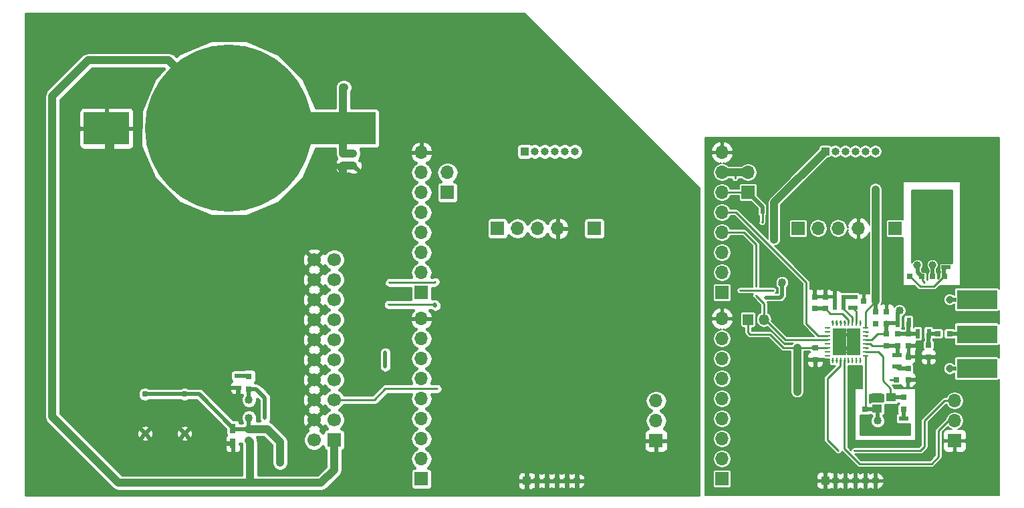
<source format=gbr>
G04 #@! TF.FileFunction,Copper,L1,Top,Signal*
%FSLAX46Y46*%
G04 Gerber Fmt 4.6, Leading zero omitted, Abs format (unit mm)*
G04 Created by KiCad (PCBNEW 4.0.5) date 03/30/17 10:50:00*
%MOMM*%
%LPD*%
G01*
G04 APERTURE LIST*
%ADD10C,0.100000*%
%ADD11C,21.209000*%
%ADD12R,5.715000X4.064000*%
%ADD13R,8.255000X4.064000*%
%ADD14R,1.350000X1.350000*%
%ADD15O,1.350000X1.350000*%
%ADD16R,0.750000X0.800000*%
%ADD17R,0.800000X0.750000*%
%ADD18R,0.700000X0.250000*%
%ADD19R,0.250000X0.700000*%
%ADD20R,1.725000X1.725000*%
%ADD21C,1.016000*%
%ADD22R,0.750000X1.200000*%
%ADD23R,1.700000X1.700000*%
%ADD24C,1.700000*%
%ADD25R,0.599440X1.198880*%
%ADD26R,1.000000X1.000000*%
%ADD27O,1.000000X1.000000*%
%ADD28R,1.198880X0.599440*%
%ADD29R,5.080000X2.290000*%
%ADD30R,5.080000X2.420000*%
%ADD31C,0.970000*%
%ADD32R,0.914400X0.482600*%
%ADD33R,1.150000X1.000000*%
%ADD34R,0.600000X0.500000*%
%ADD35R,0.800000X0.800000*%
%ADD36C,0.787400*%
%ADD37R,0.900000X0.500000*%
%ADD38R,0.500000X0.900000*%
%ADD39C,1.000000*%
%ADD40R,2.200000X6.500000*%
%ADD41O,1.700000X1.700000*%
%ADD42C,0.254000*%
%ADD43C,0.254000*%
%ADD44C,1.016000*%
%ADD45C,0.508000*%
%ADD46C,0.203200*%
%ADD47C,0.381000*%
G04 APERTURE END LIST*
D10*
D11*
X56388000Y-109093000D03*
D12*
X40894000Y-109093000D03*
D13*
X70866000Y-109093000D03*
D14*
X122174000Y-133350000D03*
D15*
X124174000Y-133350000D03*
D16*
X142430500Y-138061000D03*
X142430500Y-139561000D03*
D17*
X136816400Y-131013200D03*
X138316400Y-131013200D03*
D16*
X131965700Y-131953700D03*
X131965700Y-130453700D03*
X130606800Y-131953700D03*
X130606800Y-130453700D03*
X139700000Y-133846000D03*
X139700000Y-132346000D03*
X139700000Y-136640000D03*
X139700000Y-135140000D03*
X142494000Y-135140000D03*
X142494000Y-136640000D03*
D17*
X147689000Y-135128000D03*
X146189000Y-135128000D03*
D16*
X141097000Y-135140000D03*
X141097000Y-136640000D03*
X145034000Y-138100500D03*
X145034000Y-136600500D03*
X130683000Y-138418000D03*
X130683000Y-136918000D03*
X141859000Y-144704500D03*
X141859000Y-143204500D03*
X136969500Y-146165000D03*
X136969500Y-144665000D03*
D17*
X142418500Y-140970000D03*
X140918500Y-140970000D03*
D18*
X132220000Y-134394000D03*
X132220000Y-134894000D03*
X132220000Y-135394000D03*
X132220000Y-135894000D03*
X132220000Y-136394000D03*
X132220000Y-136894000D03*
X132220000Y-137394000D03*
X132220000Y-137894000D03*
D19*
X132870000Y-138544000D03*
X133370000Y-138544000D03*
X133870000Y-138544000D03*
X134370000Y-138544000D03*
X134870000Y-138544000D03*
X135370000Y-138544000D03*
X135870000Y-138544000D03*
X136370000Y-138544000D03*
D18*
X137020000Y-137894000D03*
X137020000Y-137394000D03*
X137020000Y-136894000D03*
X137020000Y-136394000D03*
X137020000Y-135894000D03*
X137020000Y-135394000D03*
X137020000Y-134894000D03*
X137020000Y-134394000D03*
D19*
X136370000Y-133744000D03*
X135870000Y-133744000D03*
X135370000Y-133744000D03*
X134870000Y-133744000D03*
X134370000Y-133744000D03*
X133870000Y-133744000D03*
X133370000Y-133744000D03*
X132870000Y-133744000D03*
D20*
X135482500Y-137006500D03*
X135482500Y-135281500D03*
X133757500Y-137006500D03*
X133757500Y-135281500D03*
D21*
X58928000Y-145796000D03*
D22*
X56896000Y-147132000D03*
X56896000Y-149032000D03*
D23*
X69723000Y-148590000D03*
D24*
X67183000Y-148590000D03*
X69723000Y-146050000D03*
X67183000Y-146050000D03*
X69723000Y-143510000D03*
X67183000Y-143510000D03*
X69723000Y-140970000D03*
X67183000Y-140970000D03*
X69723000Y-138430000D03*
X67183000Y-138430000D03*
X69723000Y-135890000D03*
X67183000Y-135890000D03*
X69723000Y-133350000D03*
X67183000Y-133350000D03*
X69723000Y-130810000D03*
X67183000Y-130810000D03*
X69723000Y-128270000D03*
X67183000Y-128270000D03*
X69723000Y-125730000D03*
X67183000Y-125730000D03*
D25*
X142496540Y-133667500D03*
X141094460Y-133667500D03*
D26*
X131953000Y-153797000D03*
D27*
X133223000Y-153797000D03*
X134493000Y-153797000D03*
X135763000Y-153797000D03*
X137033000Y-153797000D03*
X138303000Y-153797000D03*
D26*
X131953000Y-112014000D03*
D27*
X133223000Y-112014000D03*
X134493000Y-112014000D03*
X135763000Y-112014000D03*
X137033000Y-112014000D03*
X138303000Y-112014000D03*
D26*
X94107000Y-153797000D03*
D27*
X95377000Y-153797000D03*
X96647000Y-153797000D03*
X97917000Y-153797000D03*
X99187000Y-153797000D03*
X100457000Y-153797000D03*
D26*
X93853000Y-112014000D03*
D27*
X95123000Y-112014000D03*
X96393000Y-112014000D03*
X97663000Y-112014000D03*
X98933000Y-112014000D03*
X100203000Y-112014000D03*
D21*
X72136000Y-112268000D03*
X72136000Y-113792000D03*
D28*
X147193000Y-125282960D03*
X147193000Y-126685040D03*
D25*
X145036540Y-135128000D03*
X143634460Y-135128000D03*
D28*
X141859000Y-147259040D03*
X141859000Y-145856960D03*
X141033500Y-137855960D03*
X141033500Y-139258040D03*
X135432800Y-131866640D03*
X135432800Y-130464560D03*
D29*
X151135500Y-135191500D03*
D30*
X151135500Y-139571500D03*
X151135500Y-130811500D03*
D31*
X147695500Y-139571500D03*
X147695500Y-130811500D03*
D32*
X148145500Y-139571500D03*
X148145500Y-130811500D03*
D21*
X141351000Y-132207000D03*
D33*
X138507500Y-144591000D03*
X140257500Y-144591000D03*
X140257500Y-143191000D03*
X138507500Y-143191000D03*
D34*
X134230200Y-130454400D03*
X133130200Y-130454400D03*
D17*
X147015900Y-127876300D03*
X145515900Y-127876300D03*
X142658400Y-127876300D03*
X144158400Y-127876300D03*
D34*
X134230200Y-131851400D03*
X133130200Y-131851400D03*
D16*
X70866000Y-112280000D03*
X70866000Y-113780000D03*
D35*
X58928000Y-142151000D03*
X58928000Y-140551000D03*
D36*
X45758100Y-147789900D03*
X45758100Y-142786100D03*
X50761900Y-142786100D03*
X50761900Y-147789900D03*
D37*
X57531000Y-140474000D03*
X57531000Y-141974000D03*
X58928000Y-148705000D03*
X58928000Y-147205000D03*
D38*
X123964000Y-119507000D03*
X125464000Y-119507000D03*
D21*
X138557000Y-146177000D03*
D39*
X145478500Y-126377700D03*
X143578500Y-126377700D03*
D40*
X144528500Y-120627700D03*
D16*
X138328400Y-133846000D03*
X138328400Y-132346000D03*
D23*
X128524000Y-121793000D03*
D41*
X131064000Y-121793000D03*
X133604000Y-121793000D03*
X136144000Y-121793000D03*
D23*
X90424000Y-121793000D03*
D41*
X92964000Y-121793000D03*
X95504000Y-121793000D03*
X98044000Y-121793000D03*
D23*
X102679500Y-121793000D03*
X84074000Y-117221000D03*
D41*
X84074000Y-114681000D03*
D23*
X118872000Y-129921000D03*
D41*
X118872000Y-127381000D03*
X118872000Y-124841000D03*
X118872000Y-122301000D03*
X118872000Y-119761000D03*
X118872000Y-117221000D03*
X118872000Y-114681000D03*
X118872000Y-112141000D03*
D23*
X80772000Y-129921000D03*
D41*
X80772000Y-127381000D03*
X80772000Y-124841000D03*
X80772000Y-122301000D03*
X80772000Y-119761000D03*
X80772000Y-117221000D03*
X80772000Y-114681000D03*
X80772000Y-112141000D03*
D23*
X110490000Y-148717000D03*
D41*
X110490000Y-146177000D03*
X110490000Y-143637000D03*
D23*
X122174000Y-117221000D03*
D41*
X122174000Y-114681000D03*
D23*
X118872000Y-153543000D03*
D41*
X118872000Y-151003000D03*
X118872000Y-148463000D03*
X118872000Y-145923000D03*
X118872000Y-143383000D03*
X118872000Y-140843000D03*
X118872000Y-138303000D03*
X118872000Y-135763000D03*
X118872000Y-133223000D03*
D23*
X80772000Y-153543000D03*
D41*
X80772000Y-151003000D03*
X80772000Y-148463000D03*
X80772000Y-145923000D03*
X80772000Y-143383000D03*
X80772000Y-140843000D03*
X80772000Y-138303000D03*
X80772000Y-135763000D03*
X80772000Y-133223000D03*
D23*
X148336000Y-148717000D03*
D41*
X148336000Y-146177000D03*
X148336000Y-143637000D03*
D23*
X140779500Y-121793000D03*
D21*
X58928000Y-143510000D03*
D42*
X147523200Y-117475000D03*
X147523200Y-118110000D03*
X147523200Y-118745000D03*
X147523200Y-119380000D03*
X147523200Y-120015000D03*
X147523200Y-120650000D03*
X147523200Y-121285000D03*
X147523200Y-121920000D03*
X147523200Y-122555000D03*
X147523200Y-123190000D03*
X147523200Y-123825000D03*
X147523200Y-124460000D03*
X146888200Y-125730000D03*
X147523200Y-125730000D03*
X136702800Y-146735800D03*
X136702800Y-147193000D03*
X136702800Y-147650200D03*
X137718800Y-147650200D03*
X138734800Y-147650200D03*
X139750800Y-147650200D03*
X140766800Y-147650200D03*
X141782800Y-147650200D03*
X142316200Y-146735800D03*
X142316200Y-147650200D03*
X147523200Y-125095000D03*
X134899400Y-136702800D03*
X134899400Y-136144000D03*
X134899400Y-135585200D03*
X135458200Y-135585200D03*
X135458200Y-136702800D03*
X135458200Y-136144000D03*
X134340600Y-135585200D03*
X134340600Y-136702800D03*
X133781800Y-136702800D03*
X133781800Y-135585200D03*
X134340600Y-136144000D03*
X133781800Y-136144000D03*
X134620000Y-137541000D03*
X134620000Y-134747000D03*
X133223000Y-136144000D03*
X136017000Y-136144000D03*
X136017000Y-137541000D03*
X136017000Y-134747000D03*
X133223000Y-137541000D03*
X142316200Y-147193000D03*
X126746000Y-131064000D03*
X128016000Y-129794000D03*
X133350000Y-133858000D03*
X133223000Y-134747000D03*
X124460000Y-130556000D03*
D21*
X126492000Y-128651000D03*
X125476000Y-123190000D03*
D42*
X128397000Y-142494000D03*
D21*
X70866000Y-104013000D03*
D42*
X137287000Y-136906000D03*
X140144500Y-140970000D03*
X144526000Y-128651000D03*
X137236200Y-135394700D03*
X137261600Y-134874000D03*
X82804000Y-142113000D03*
X76200000Y-137541000D03*
X76200000Y-139319000D03*
X76581000Y-131445000D03*
X82550000Y-131572000D03*
X82550000Y-128524000D03*
X76708000Y-128651000D03*
X123190000Y-130302000D03*
X123190000Y-129159000D03*
X132842000Y-138557000D03*
X134366000Y-138557000D03*
X125349000Y-129667000D03*
X121158000Y-129667000D03*
X120523000Y-115443000D03*
X132207000Y-134366000D03*
X132207000Y-134874000D03*
X123952000Y-121031000D03*
X133604000Y-149987000D03*
X135636000Y-149987000D03*
X133858000Y-138557000D03*
X133350000Y-138557000D03*
X132842000Y-133731000D03*
X133858000Y-133604000D03*
X134366000Y-133604000D03*
X134874000Y-138557000D03*
X135382000Y-138557000D03*
X135890000Y-138557000D03*
X136398000Y-138557000D03*
X62865000Y-151511000D03*
X60960000Y-145796000D03*
X136398000Y-133731000D03*
D43*
X147523200Y-125095000D02*
X147193000Y-125282960D01*
X135482500Y-137006500D02*
X135482500Y-136727100D01*
X135482500Y-135281500D02*
X135482500Y-135560900D01*
X135482500Y-135560900D02*
X135458200Y-135585200D01*
X135458200Y-136702800D02*
X135482500Y-137006500D01*
X135482500Y-137006500D02*
X135482500Y-136168300D01*
X135482500Y-136168300D02*
X135458200Y-136144000D01*
X133781800Y-136702800D02*
X133757500Y-137006500D01*
X133757500Y-135560900D02*
X133781800Y-135585200D01*
X133757500Y-136168300D02*
X133781800Y-136144000D01*
X135482500Y-137006500D02*
X135154500Y-137006500D01*
X126746000Y-131064000D02*
X128016000Y-129794000D01*
D44*
X41402000Y-112395000D02*
X41402000Y-109855000D01*
X41402000Y-109855000D02*
X41148000Y-109601000D01*
X41148000Y-109601000D02*
X41148000Y-109093000D01*
X41148000Y-109093000D02*
X40894000Y-109093000D01*
X70866000Y-113780000D02*
X70866000Y-114808000D01*
X41402000Y-113538000D02*
X41402000Y-112395000D01*
X41402000Y-112395000D02*
X41402000Y-112649000D01*
X51435000Y-123571000D02*
X41402000Y-113538000D01*
X62103000Y-123571000D02*
X51435000Y-123571000D01*
X70866000Y-114808000D02*
X62103000Y-123571000D01*
D43*
X133370000Y-133744000D02*
X133370000Y-133838000D01*
X133370000Y-133838000D02*
X133350000Y-133858000D01*
D44*
X72136000Y-113792000D02*
X70866000Y-113792000D01*
X70866000Y-113792000D02*
X70866000Y-113780000D01*
X70866000Y-113780000D02*
X70600000Y-114046000D01*
D45*
X140323000Y-144704500D02*
X140271500Y-144653000D01*
X140271500Y-144653000D02*
X140257500Y-144591000D01*
D44*
X59055000Y-154051000D02*
X59055000Y-148844000D01*
X59055000Y-148844000D02*
X58928000Y-148705000D01*
X56388000Y-109093000D02*
X56388000Y-108077000D01*
X56388000Y-108077000D02*
X48768000Y-100457000D01*
X69723000Y-152400000D02*
X69723000Y-148590000D01*
X68072000Y-154051000D02*
X69723000Y-152400000D01*
X42418000Y-154051000D02*
X59055000Y-154051000D01*
X59055000Y-154051000D02*
X68072000Y-154051000D01*
X34036000Y-145669000D02*
X42418000Y-154051000D01*
X34036000Y-105029000D02*
X34036000Y-145669000D01*
X38608000Y-100457000D02*
X34036000Y-105029000D01*
X48768000Y-100457000D02*
X38608000Y-100457000D01*
X56388000Y-109093000D02*
X70231000Y-109093000D01*
X70231000Y-109093000D02*
X70866000Y-108458000D01*
X70866000Y-108458000D02*
X70866000Y-104013000D01*
X70866000Y-104013000D02*
X70993000Y-103886000D01*
X70993000Y-103886000D02*
X70866000Y-103886000D01*
X69850000Y-148844000D02*
X69596000Y-148590000D01*
X69596000Y-148590000D02*
X69723000Y-148590000D01*
D45*
X126492000Y-128651000D02*
X126492000Y-130302000D01*
X126238000Y-130556000D02*
X124460000Y-130556000D01*
X126492000Y-130302000D02*
X126238000Y-130556000D01*
D44*
X125464000Y-119507000D02*
X125464000Y-123178000D01*
D45*
X126492000Y-128651000D02*
X126492000Y-128651000D01*
X126492000Y-128651000D02*
X126238000Y-128905000D01*
D44*
X125464000Y-123178000D02*
X125476000Y-123190000D01*
X131953000Y-112014000D02*
X125476000Y-118491000D01*
X125476000Y-118491000D02*
X125476000Y-119507000D01*
X125476000Y-119507000D02*
X125464000Y-119507000D01*
X128397000Y-142494000D02*
X128397000Y-136918000D01*
D43*
X130683000Y-136918000D02*
X128397000Y-136918000D01*
X128397000Y-136918000D02*
X126631000Y-136918000D01*
X122174000Y-135001000D02*
X122174000Y-133350000D01*
X122428000Y-135255000D02*
X122174000Y-135001000D01*
X124968000Y-135255000D02*
X122428000Y-135255000D01*
X126631000Y-136918000D02*
X124968000Y-135255000D01*
D44*
X138316400Y-131013200D02*
X138316400Y-116853400D01*
D45*
X130683000Y-136918000D02*
X130314000Y-136918000D01*
D44*
X70866000Y-104013000D02*
X70866000Y-103886000D01*
X70866000Y-103886000D02*
X70866000Y-109093000D01*
X72136000Y-112268000D02*
X70866000Y-112268000D01*
X70866000Y-112268000D02*
X70866000Y-112280000D01*
X70866000Y-109093000D02*
X70866000Y-112268000D01*
X70866000Y-112268000D02*
X70866000Y-112280000D01*
D45*
X138303000Y-131064000D02*
X138316400Y-131013200D01*
D43*
X132220000Y-136894000D02*
X132208000Y-136906000D01*
X132208000Y-136906000D02*
X130683000Y-136906000D01*
X130683000Y-136906000D02*
X130683000Y-136918000D01*
D45*
X138328400Y-132346000D02*
X138328400Y-130962400D01*
X138328400Y-130962400D02*
X138316400Y-131013200D01*
D43*
X137020000Y-134394000D02*
X137020000Y-132321600D01*
X137020000Y-132321600D02*
X138328400Y-131013200D01*
X138328400Y-131013200D02*
X138316400Y-131013200D01*
X137020000Y-136894000D02*
X137275000Y-136894000D01*
X137275000Y-136894000D02*
X137287000Y-136906000D01*
X140144500Y-140970000D02*
X140906500Y-140970000D01*
X140906500Y-140970000D02*
X140918500Y-140970000D01*
D45*
X135432800Y-130464560D02*
X135422640Y-130454400D01*
X135422640Y-130454400D02*
X134226300Y-130454400D01*
X134226300Y-130454400D02*
X134230200Y-130454400D01*
X134230200Y-130454400D02*
X134226300Y-130458300D01*
X134226300Y-130458300D02*
X134226300Y-131851400D01*
X134226300Y-131851400D02*
X134230200Y-131851400D01*
D43*
X135370000Y-133617000D02*
X135369300Y-133616300D01*
X135369300Y-133616300D02*
X135369300Y-133007100D01*
X134230200Y-131851400D02*
X134226300Y-131855300D01*
X134226300Y-131855300D02*
X134226300Y-131991100D01*
X134226300Y-131991100D02*
X134239000Y-131991100D01*
X134239000Y-131991100D02*
X134239000Y-132003800D01*
X134239000Y-132003800D02*
X135369300Y-133007100D01*
X134870000Y-133744000D02*
X134874000Y-133740000D01*
X134874000Y-133740000D02*
X134874000Y-133350000D01*
X134874000Y-133350000D02*
X134112000Y-132588000D01*
X134112000Y-132588000D02*
X132588000Y-132588000D01*
X132588000Y-132588000D02*
X131953000Y-131953000D01*
X131953000Y-131953000D02*
X131965700Y-131953700D01*
D45*
X130606800Y-131953700D02*
X130607500Y-131953000D01*
X130607500Y-131953000D02*
X131953000Y-131953000D01*
X131953000Y-131953000D02*
X131965700Y-131953700D01*
D43*
X142658400Y-127876300D02*
X143941100Y-129159000D01*
X145669000Y-129159000D02*
X146939000Y-127889000D01*
X143941100Y-129159000D02*
X145669000Y-129159000D01*
X146939000Y-127889000D02*
X147015900Y-127876300D01*
D45*
X147193000Y-126685040D02*
X146939000Y-126939040D01*
X146939000Y-126939040D02*
X146939000Y-127889000D01*
X146939000Y-127889000D02*
X147015900Y-127876300D01*
D43*
X137020000Y-137394000D02*
X138600500Y-137394000D01*
X140208000Y-142049500D02*
X140208000Y-143192500D01*
X139255500Y-141097000D02*
X140208000Y-142049500D01*
X139255500Y-138049000D02*
X139255500Y-141097000D01*
X138600500Y-137394000D02*
X139255500Y-138049000D01*
X140208000Y-143192500D02*
X140257500Y-143191000D01*
D45*
X141859000Y-143204500D02*
X140283500Y-143204500D01*
X140283500Y-143204500D02*
X140271500Y-143192500D01*
X140271500Y-143192500D02*
X140257500Y-143191000D01*
X144158400Y-127876300D02*
X143637000Y-127354900D01*
X143637000Y-127354900D02*
X143637000Y-126365000D01*
X143637000Y-126365000D02*
X143578500Y-126377700D01*
D43*
X144272000Y-128397000D02*
X144272000Y-128016000D01*
X144526000Y-128651000D02*
X144272000Y-128397000D01*
X144272000Y-128016000D02*
X144145000Y-127889000D01*
X144145000Y-127889000D02*
X144158400Y-127876300D01*
X137020700Y-135394700D02*
X137236200Y-135394700D01*
X137020000Y-135394000D02*
X137020700Y-135394700D01*
D45*
X141351000Y-132207000D02*
X141097000Y-132461000D01*
X141097000Y-132461000D02*
X141097000Y-133350000D01*
X141097000Y-133350000D02*
X141094460Y-133667500D01*
X139700000Y-133782500D02*
X141085000Y-133782500D01*
X141085000Y-133782500D02*
X141097000Y-133794500D01*
X141097000Y-133794500D02*
X141094460Y-133667500D01*
X139700000Y-135140000D02*
X139700000Y-133731000D01*
D43*
X139700000Y-133731000D02*
X139700000Y-133782500D01*
X139700000Y-135128000D02*
X139700000Y-135140000D01*
X139700000Y-135140000D02*
X138545000Y-135140000D01*
X137795000Y-135890000D02*
X137033000Y-135890000D01*
X138545000Y-135140000D02*
X137795000Y-135890000D01*
X137033000Y-135890000D02*
X137020000Y-135894000D01*
D45*
X141097000Y-136640000D02*
X141097000Y-137858500D01*
X141097000Y-137858500D02*
X141033500Y-137855960D01*
X141097000Y-136640000D02*
X139712000Y-136640000D01*
X139712000Y-136640000D02*
X139700000Y-136652000D01*
X139700000Y-136652000D02*
X139700000Y-136640000D01*
D43*
X139700000Y-136640000D02*
X137910000Y-136640000D01*
X137668000Y-136398000D02*
X137033000Y-136398000D01*
X137910000Y-136640000D02*
X137668000Y-136398000D01*
X137033000Y-136398000D02*
X137020000Y-136394000D01*
D45*
X143634460Y-135128000D02*
X142494000Y-135128000D01*
D43*
X142494000Y-135128000D02*
X142494000Y-135140000D01*
D45*
X141097000Y-135140000D02*
X142482000Y-135140000D01*
D43*
X142482000Y-135140000D02*
X142494000Y-135128000D01*
D45*
X142494000Y-135128000D02*
X142494000Y-133667500D01*
D43*
X142494000Y-133667500D02*
X142496540Y-133667500D01*
D45*
X147689000Y-135128000D02*
X151130000Y-135128000D01*
X151130000Y-135128000D02*
X151135500Y-135191500D01*
X146189000Y-135128000D02*
X145034000Y-135128000D01*
X145034000Y-135128000D02*
X145034000Y-136652000D01*
X145034000Y-136652000D02*
X145034000Y-136600500D01*
X142430500Y-139561000D02*
X141275500Y-139561000D01*
X141275500Y-139561000D02*
X141033500Y-139319000D01*
X141033500Y-139319000D02*
X141033500Y-139258040D01*
X141859000Y-144704500D02*
X141859000Y-145859500D01*
X141859000Y-145859500D02*
X141859000Y-145856960D01*
X145515900Y-127876300D02*
X145542000Y-127850200D01*
X145542000Y-127850200D02*
X145542000Y-126365000D01*
X145542000Y-126365000D02*
X145478500Y-126377700D01*
D43*
X137020000Y-134894000D02*
X137040000Y-134874000D01*
X137040000Y-134874000D02*
X137261600Y-134874000D01*
D45*
X138557000Y-146177000D02*
X138557000Y-144653000D01*
X138557000Y-144653000D02*
X138507500Y-144591000D01*
D43*
X137020000Y-137894000D02*
X137020000Y-144640000D01*
X137020000Y-144640000D02*
X137033000Y-144653000D01*
X137033000Y-144653000D02*
X136969500Y-144665000D01*
D45*
X136969500Y-144704500D02*
X138315000Y-144704500D01*
X138315000Y-144704500D02*
X138493500Y-144526000D01*
X138493500Y-144526000D02*
X138507500Y-144591000D01*
X58928000Y-140551000D02*
X58763000Y-140551000D01*
X58763000Y-140551000D02*
X58674000Y-140462000D01*
X58674000Y-140462000D02*
X57531000Y-140462000D01*
X57531000Y-140462000D02*
X57531000Y-140474000D01*
D43*
X135432800Y-131866640D02*
X135877300Y-132311140D01*
X135877300Y-132311140D02*
X135877300Y-133438900D01*
X135877300Y-133438900D02*
X135870000Y-133744000D01*
X74803000Y-143510000D02*
X69723000Y-143510000D01*
X76200000Y-142113000D02*
X74803000Y-143510000D01*
X82804000Y-142113000D02*
X76200000Y-142113000D01*
D45*
X76200000Y-137541000D02*
X76200000Y-139319000D01*
D43*
X82423000Y-131445000D02*
X76581000Y-131445000D01*
D45*
X82550000Y-131572000D02*
X82423000Y-131445000D01*
D43*
X82550000Y-128524000D02*
X82423000Y-128651000D01*
X82423000Y-128651000D02*
X76708000Y-128651000D01*
X118872000Y-122301000D02*
X121666000Y-122301000D01*
X124206000Y-131318000D02*
X124206000Y-133350000D01*
X123190000Y-130302000D02*
X124206000Y-131318000D01*
X123190000Y-123825000D02*
X123190000Y-129159000D01*
X121666000Y-122301000D02*
X123190000Y-123825000D01*
X124206000Y-133350000D02*
X124174000Y-133350000D01*
X124174000Y-133350000D02*
X124333000Y-133350000D01*
X124333000Y-133350000D02*
X126873000Y-135890000D01*
X126873000Y-135890000D02*
X132207000Y-135890000D01*
X132207000Y-135890000D02*
X132220000Y-135894000D01*
X118872000Y-122301000D02*
X119126000Y-122301000D01*
X132207000Y-135890000D02*
X132220000Y-135894000D01*
X132842000Y-138557000D02*
X132870000Y-138544000D01*
X148336000Y-146177000D02*
X147574000Y-146177000D01*
X147574000Y-146177000D02*
X146304000Y-147447000D01*
X134366000Y-149733000D02*
X134366000Y-138557000D01*
X136271000Y-151638000D02*
X134366000Y-149733000D01*
X145415000Y-151638000D02*
X136271000Y-151638000D01*
X146304000Y-150749000D02*
X145415000Y-151638000D01*
X146304000Y-147447000D02*
X146304000Y-150749000D01*
X134366000Y-138557000D02*
X134370000Y-138544000D01*
X134366000Y-138557000D02*
X134366000Y-139700000D01*
X134366000Y-138557000D02*
X134370000Y-138544000D01*
D45*
X148336000Y-146177000D02*
X147701000Y-146177000D01*
D43*
X134366000Y-138557000D02*
X134370000Y-138544000D01*
X134366000Y-138557000D02*
X134370000Y-138544000D01*
D44*
X122174000Y-114681000D02*
X120523000Y-114681000D01*
D43*
X121158000Y-129667000D02*
X125349000Y-129667000D01*
X120523000Y-114681000D02*
X120523000Y-115443000D01*
X132207000Y-134366000D02*
X132220000Y-134394000D01*
X132207000Y-134366000D02*
X132220000Y-134394000D01*
D44*
X120523000Y-114681000D02*
X118872000Y-114681000D01*
D43*
X132220000Y-134894000D02*
X132207000Y-134874000D01*
X123964000Y-119507000D02*
X123964000Y-121019000D01*
X123964000Y-121019000D02*
X123952000Y-121031000D01*
D45*
X123964000Y-119011000D02*
X122174000Y-117221000D01*
X123964000Y-119507000D02*
X123964000Y-119011000D01*
D43*
X122174000Y-117221000D02*
X118872000Y-117221000D01*
X148336000Y-143637000D02*
X147066000Y-143637000D01*
X133858000Y-139192000D02*
X133858000Y-138557000D01*
X132207000Y-140843000D02*
X133858000Y-139192000D01*
X132207000Y-148590000D02*
X132207000Y-140843000D01*
X133604000Y-149987000D02*
X132207000Y-148590000D01*
X135890000Y-149987000D02*
X135636000Y-149987000D01*
X136398000Y-149987000D02*
X135890000Y-149987000D01*
X144018000Y-149987000D02*
X136398000Y-149987000D01*
X144526000Y-149479000D02*
X144018000Y-149987000D01*
X144526000Y-146177000D02*
X144526000Y-149479000D01*
X147066000Y-143637000D02*
X144526000Y-146177000D01*
X133858000Y-138557000D02*
X133870000Y-138544000D01*
X133858000Y-138557000D02*
X133870000Y-138544000D01*
X133350000Y-138557000D02*
X133370000Y-138544000D01*
X118872000Y-119761000D02*
X120650000Y-119761000D01*
X131064000Y-135382000D02*
X132207000Y-135382000D01*
X129540000Y-133858000D02*
X131064000Y-135382000D01*
X129540000Y-128651000D02*
X129540000Y-133858000D01*
X120650000Y-119761000D02*
X129540000Y-128651000D01*
X132207000Y-135382000D02*
X132220000Y-135394000D01*
X132842000Y-133731000D02*
X132870000Y-133744000D01*
X132842000Y-133540500D02*
X132870000Y-133744000D01*
X132870000Y-133744000D02*
X132855000Y-133744000D01*
X133858000Y-133604000D02*
X133870000Y-133744000D01*
X134366000Y-133604000D02*
X134370000Y-133744000D01*
X134874000Y-138557000D02*
X134870000Y-138544000D01*
X134870000Y-138544000D02*
X134870000Y-138680000D01*
X135382000Y-138557000D02*
X135370000Y-138544000D01*
X135382000Y-138557000D02*
X135370000Y-138544000D01*
X135890000Y-138557000D02*
X135870000Y-138544000D01*
X135870000Y-138544000D02*
X135877000Y-138544000D01*
X136398000Y-138557000D02*
X136370000Y-138544000D01*
X136370000Y-138544000D02*
X136385000Y-138544000D01*
D45*
X45758100Y-142786100D02*
X50761900Y-142786100D01*
X50761900Y-142786100D02*
X50800000Y-142748000D01*
X50800000Y-142748000D02*
X50761900Y-142786100D01*
X50761900Y-142786100D02*
X52616100Y-142786100D01*
X52616100Y-142786100D02*
X56896000Y-147066000D01*
X56896000Y-147066000D02*
X56896000Y-147132000D01*
X58928000Y-147205000D02*
X57035000Y-147205000D01*
X57035000Y-147205000D02*
X57023000Y-147193000D01*
X57023000Y-147193000D02*
X56896000Y-147132000D01*
X58928000Y-145796000D02*
X58928000Y-147193000D01*
X58928000Y-147193000D02*
X58928000Y-147205000D01*
D44*
X58928000Y-147205000D02*
X61226000Y-147205000D01*
X62865000Y-148844000D02*
X62865000Y-151511000D01*
X61226000Y-147205000D02*
X62865000Y-148844000D01*
D45*
X57023000Y-147193000D02*
X56896000Y-147132000D01*
X58928000Y-142151000D02*
X59855000Y-142151000D01*
X60960000Y-143256000D02*
X60960000Y-145796000D01*
X59855000Y-142151000D02*
X60960000Y-143256000D01*
X58928000Y-142151000D02*
X58928000Y-143510000D01*
D43*
X136398000Y-133731000D02*
X136370000Y-133744000D01*
D46*
G36*
X153949400Y-129464277D02*
X153898263Y-129384808D01*
X153796407Y-129315213D01*
X153675500Y-129290729D01*
X148595500Y-129290729D01*
X148482548Y-129311982D01*
X148378808Y-129378737D01*
X148309213Y-129480593D01*
X148284729Y-129601500D01*
X148284729Y-130259429D01*
X148260364Y-130259429D01*
X148143470Y-130142331D01*
X147853290Y-130021837D01*
X147539088Y-130021563D01*
X147248699Y-130141550D01*
X147026331Y-130363530D01*
X146905837Y-130653710D01*
X146905563Y-130967912D01*
X147025550Y-131258301D01*
X147247530Y-131480669D01*
X147537710Y-131601163D01*
X147851912Y-131601437D01*
X148142301Y-131481450D01*
X148260386Y-131363571D01*
X148284729Y-131363571D01*
X148284729Y-132021500D01*
X148305982Y-132134452D01*
X148372737Y-132238192D01*
X148474593Y-132307787D01*
X148595500Y-132332271D01*
X153675500Y-132332271D01*
X153788452Y-132311018D01*
X153892192Y-132244263D01*
X153949400Y-132160536D01*
X153949400Y-133909277D01*
X153898263Y-133829808D01*
X153796407Y-133760213D01*
X153675500Y-133735729D01*
X148595500Y-133735729D01*
X148482548Y-133756982D01*
X148378808Y-133823737D01*
X148309213Y-133925593D01*
X148284729Y-134046500D01*
X148284729Y-134517837D01*
X148209907Y-134466713D01*
X148089000Y-134442229D01*
X147289000Y-134442229D01*
X147176048Y-134463482D01*
X147072308Y-134530237D01*
X147002713Y-134632093D01*
X146978229Y-134753000D01*
X146978229Y-135503000D01*
X146999482Y-135615952D01*
X147066237Y-135719692D01*
X147168093Y-135789287D01*
X147289000Y-135813771D01*
X148089000Y-135813771D01*
X148201952Y-135792518D01*
X148284729Y-135739252D01*
X148284729Y-136336500D01*
X148305982Y-136449452D01*
X148372737Y-136553192D01*
X148474593Y-136622787D01*
X148595500Y-136647271D01*
X153675500Y-136647271D01*
X153788452Y-136626018D01*
X153892192Y-136559263D01*
X153949400Y-136475536D01*
X153949400Y-138224277D01*
X153898263Y-138144808D01*
X153796407Y-138075213D01*
X153675500Y-138050729D01*
X148595500Y-138050729D01*
X148482548Y-138071982D01*
X148378808Y-138138737D01*
X148309213Y-138240593D01*
X148284729Y-138361500D01*
X148284729Y-139019429D01*
X148260364Y-139019429D01*
X148143470Y-138902331D01*
X147853290Y-138781837D01*
X147539088Y-138781563D01*
X147248699Y-138901550D01*
X147026331Y-139123530D01*
X146905837Y-139413710D01*
X146905563Y-139727912D01*
X147025550Y-140018301D01*
X147247530Y-140240669D01*
X147537710Y-140361163D01*
X147851912Y-140361437D01*
X148142301Y-140241450D01*
X148260386Y-140123571D01*
X148284729Y-140123571D01*
X148284729Y-140781500D01*
X148305982Y-140894452D01*
X148372737Y-140998192D01*
X148474593Y-141067787D01*
X148595500Y-141092271D01*
X153675500Y-141092271D01*
X153788452Y-141071018D01*
X153892192Y-141004263D01*
X153949400Y-140920536D01*
X153949400Y-155600400D01*
X116687600Y-155600400D01*
X116687600Y-152693000D01*
X117711229Y-152693000D01*
X117711229Y-154393000D01*
X117732482Y-154505952D01*
X117799237Y-154609692D01*
X117901093Y-154679287D01*
X118022000Y-154703771D01*
X119722000Y-154703771D01*
X119834952Y-154682518D01*
X119938692Y-154615763D01*
X120008287Y-154513907D01*
X120032771Y-154393000D01*
X120032771Y-154101800D01*
X130843400Y-154101800D01*
X130843400Y-154418257D01*
X130936206Y-154642311D01*
X131107689Y-154813794D01*
X131331743Y-154906600D01*
X131648200Y-154906600D01*
X131800600Y-154754200D01*
X131800600Y-153949400D01*
X132105400Y-153949400D01*
X132105400Y-154754200D01*
X132257800Y-154906600D01*
X132574257Y-154906600D01*
X132795195Y-154815085D01*
X132900542Y-154858712D01*
X133070600Y-154741990D01*
X133070600Y-153949400D01*
X133375400Y-153949400D01*
X133375400Y-154741990D01*
X133545458Y-154858712D01*
X133745740Y-154775769D01*
X133858000Y-154683703D01*
X133970260Y-154775769D01*
X134170542Y-154858712D01*
X134340600Y-154741990D01*
X134340600Y-153949400D01*
X134645400Y-153949400D01*
X134645400Y-154741990D01*
X134815458Y-154858712D01*
X135015740Y-154775769D01*
X135128000Y-154683703D01*
X135240260Y-154775769D01*
X135440542Y-154858712D01*
X135610600Y-154741990D01*
X135610600Y-153949400D01*
X135915400Y-153949400D01*
X135915400Y-154741990D01*
X136085458Y-154858712D01*
X136285740Y-154775769D01*
X136398000Y-154683703D01*
X136510260Y-154775769D01*
X136710542Y-154858712D01*
X136880600Y-154741990D01*
X136880600Y-153949400D01*
X137185400Y-153949400D01*
X137185400Y-154741990D01*
X137355458Y-154858712D01*
X137555740Y-154775769D01*
X137668000Y-154683703D01*
X137780260Y-154775769D01*
X137980542Y-154858712D01*
X138150600Y-154741990D01*
X138150600Y-153949400D01*
X138455400Y-153949400D01*
X138455400Y-154741990D01*
X138625458Y-154858712D01*
X138825740Y-154775769D01*
X139160508Y-154501221D01*
X139364728Y-154119461D01*
X139249700Y-153949400D01*
X138455400Y-153949400D01*
X138150600Y-153949400D01*
X137185400Y-153949400D01*
X136880600Y-153949400D01*
X135915400Y-153949400D01*
X135610600Y-153949400D01*
X134645400Y-153949400D01*
X134340600Y-153949400D01*
X133375400Y-153949400D01*
X133070600Y-153949400D01*
X132105400Y-153949400D01*
X131800600Y-153949400D01*
X130995800Y-153949400D01*
X130843400Y-154101800D01*
X120032771Y-154101800D01*
X120032771Y-153175743D01*
X130843400Y-153175743D01*
X130843400Y-153492200D01*
X130995800Y-153644600D01*
X131800600Y-153644600D01*
X131800600Y-152839800D01*
X132105400Y-152839800D01*
X132105400Y-153644600D01*
X133070600Y-153644600D01*
X133070600Y-152852010D01*
X133375400Y-152852010D01*
X133375400Y-153644600D01*
X134340600Y-153644600D01*
X134340600Y-152852010D01*
X134645400Y-152852010D01*
X134645400Y-153644600D01*
X135610600Y-153644600D01*
X135610600Y-152852010D01*
X135915400Y-152852010D01*
X135915400Y-153644600D01*
X136880600Y-153644600D01*
X136880600Y-152852010D01*
X137185400Y-152852010D01*
X137185400Y-153644600D01*
X138150600Y-153644600D01*
X138150600Y-152852010D01*
X138455400Y-152852010D01*
X138455400Y-153644600D01*
X139249700Y-153644600D01*
X139364728Y-153474539D01*
X139160508Y-153092779D01*
X138825740Y-152818231D01*
X138625458Y-152735288D01*
X138455400Y-152852010D01*
X138150600Y-152852010D01*
X137980542Y-152735288D01*
X137780260Y-152818231D01*
X137668000Y-152910297D01*
X137555740Y-152818231D01*
X137355458Y-152735288D01*
X137185400Y-152852010D01*
X136880600Y-152852010D01*
X136710542Y-152735288D01*
X136510260Y-152818231D01*
X136398000Y-152910297D01*
X136285740Y-152818231D01*
X136085458Y-152735288D01*
X135915400Y-152852010D01*
X135610600Y-152852010D01*
X135440542Y-152735288D01*
X135240260Y-152818231D01*
X135128000Y-152910297D01*
X135015740Y-152818231D01*
X134815458Y-152735288D01*
X134645400Y-152852010D01*
X134340600Y-152852010D01*
X134170542Y-152735288D01*
X133970260Y-152818231D01*
X133858000Y-152910297D01*
X133745740Y-152818231D01*
X133545458Y-152735288D01*
X133375400Y-152852010D01*
X133070600Y-152852010D01*
X132900542Y-152735288D01*
X132795195Y-152778915D01*
X132574257Y-152687400D01*
X132257800Y-152687400D01*
X132105400Y-152839800D01*
X131800600Y-152839800D01*
X131648200Y-152687400D01*
X131331743Y-152687400D01*
X131107689Y-152780206D01*
X130936206Y-152951689D01*
X130843400Y-153175743D01*
X120032771Y-153175743D01*
X120032771Y-152693000D01*
X120011518Y-152580048D01*
X119944763Y-152476308D01*
X119842907Y-152406713D01*
X119722000Y-152382229D01*
X118022000Y-152382229D01*
X117909048Y-152403482D01*
X117805308Y-152470237D01*
X117735713Y-152572093D01*
X117711229Y-152693000D01*
X116687600Y-152693000D01*
X116687600Y-151003000D01*
X117694576Y-151003000D01*
X117782480Y-151444923D01*
X118032809Y-151819567D01*
X118407453Y-152069896D01*
X118849376Y-152157800D01*
X118894624Y-152157800D01*
X119336547Y-152069896D01*
X119711191Y-151819567D01*
X119961520Y-151444923D01*
X120049424Y-151003000D01*
X119961520Y-150561077D01*
X119711191Y-150186433D01*
X119336547Y-149936104D01*
X118894624Y-149848200D01*
X118849376Y-149848200D01*
X118407453Y-149936104D01*
X118032809Y-150186433D01*
X117782480Y-150561077D01*
X117694576Y-151003000D01*
X116687600Y-151003000D01*
X116687600Y-148463000D01*
X117694576Y-148463000D01*
X117782480Y-148904923D01*
X118032809Y-149279567D01*
X118407453Y-149529896D01*
X118849376Y-149617800D01*
X118894624Y-149617800D01*
X119336547Y-149529896D01*
X119711191Y-149279567D01*
X119961520Y-148904923D01*
X120049424Y-148463000D01*
X119961520Y-148021077D01*
X119711191Y-147646433D01*
X119336547Y-147396104D01*
X118894624Y-147308200D01*
X118849376Y-147308200D01*
X118407453Y-147396104D01*
X118032809Y-147646433D01*
X117782480Y-148021077D01*
X117694576Y-148463000D01*
X116687600Y-148463000D01*
X116687600Y-145923000D01*
X117694576Y-145923000D01*
X117782480Y-146364923D01*
X118032809Y-146739567D01*
X118407453Y-146989896D01*
X118849376Y-147077800D01*
X118894624Y-147077800D01*
X119336547Y-146989896D01*
X119711191Y-146739567D01*
X119961520Y-146364923D01*
X120049424Y-145923000D01*
X119961520Y-145481077D01*
X119711191Y-145106433D01*
X119336547Y-144856104D01*
X118894624Y-144768200D01*
X118849376Y-144768200D01*
X118407453Y-144856104D01*
X118032809Y-145106433D01*
X117782480Y-145481077D01*
X117694576Y-145923000D01*
X116687600Y-145923000D01*
X116687600Y-143383000D01*
X117694576Y-143383000D01*
X117782480Y-143824923D01*
X118032809Y-144199567D01*
X118407453Y-144449896D01*
X118849376Y-144537800D01*
X118894624Y-144537800D01*
X119336547Y-144449896D01*
X119711191Y-144199567D01*
X119961520Y-143824923D01*
X120049424Y-143383000D01*
X119961520Y-142941077D01*
X119711191Y-142566433D01*
X119336547Y-142316104D01*
X118894624Y-142228200D01*
X118849376Y-142228200D01*
X118407453Y-142316104D01*
X118032809Y-142566433D01*
X117782480Y-142941077D01*
X117694576Y-143383000D01*
X116687600Y-143383000D01*
X116687600Y-140843000D01*
X117694576Y-140843000D01*
X117782480Y-141284923D01*
X118032809Y-141659567D01*
X118407453Y-141909896D01*
X118849376Y-141997800D01*
X118894624Y-141997800D01*
X119336547Y-141909896D01*
X119711191Y-141659567D01*
X119961520Y-141284923D01*
X120049424Y-140843000D01*
X119961520Y-140401077D01*
X119711191Y-140026433D01*
X119336547Y-139776104D01*
X118894624Y-139688200D01*
X118849376Y-139688200D01*
X118407453Y-139776104D01*
X118032809Y-140026433D01*
X117782480Y-140401077D01*
X117694576Y-140843000D01*
X116687600Y-140843000D01*
X116687600Y-138303000D01*
X117694576Y-138303000D01*
X117782480Y-138744923D01*
X118032809Y-139119567D01*
X118407453Y-139369896D01*
X118849376Y-139457800D01*
X118894624Y-139457800D01*
X119336547Y-139369896D01*
X119711191Y-139119567D01*
X119961520Y-138744923D01*
X120049424Y-138303000D01*
X119961520Y-137861077D01*
X119711191Y-137486433D01*
X119336547Y-137236104D01*
X118894624Y-137148200D01*
X118849376Y-137148200D01*
X118407453Y-137236104D01*
X118032809Y-137486433D01*
X117782480Y-137861077D01*
X117694576Y-138303000D01*
X116687600Y-138303000D01*
X116687600Y-133600607D01*
X117462090Y-133600607D01*
X117608025Y-133952954D01*
X117983581Y-134381092D01*
X118494391Y-134632921D01*
X118719598Y-134522235D01*
X118719598Y-134634014D01*
X118407453Y-134696104D01*
X118032809Y-134946433D01*
X117782480Y-135321077D01*
X117694576Y-135763000D01*
X117782480Y-136204923D01*
X118032809Y-136579567D01*
X118407453Y-136829896D01*
X118849376Y-136917800D01*
X118894624Y-136917800D01*
X119336547Y-136829896D01*
X119711191Y-136579567D01*
X119961520Y-136204923D01*
X120049424Y-135763000D01*
X119961520Y-135321077D01*
X119711191Y-134946433D01*
X119336547Y-134696104D01*
X119024402Y-134634014D01*
X119024402Y-134522235D01*
X119249609Y-134632921D01*
X119760419Y-134381092D01*
X120135975Y-133952954D01*
X120281910Y-133600607D01*
X120170286Y-133375400D01*
X119024400Y-133375400D01*
X119024400Y-133395400D01*
X118719600Y-133395400D01*
X118719600Y-133375400D01*
X117573714Y-133375400D01*
X117462090Y-133600607D01*
X116687600Y-133600607D01*
X116687600Y-132845393D01*
X117462090Y-132845393D01*
X117573714Y-133070600D01*
X118719600Y-133070600D01*
X118719600Y-131923766D01*
X119024400Y-131923766D01*
X119024400Y-133070600D01*
X120170286Y-133070600D01*
X120281910Y-132845393D01*
X120135975Y-132493046D01*
X119760419Y-132064908D01*
X119249609Y-131813079D01*
X119024400Y-131923766D01*
X118719600Y-131923766D01*
X118494391Y-131813079D01*
X117983581Y-132064908D01*
X117608025Y-132493046D01*
X117462090Y-132845393D01*
X116687600Y-132845393D01*
X116687600Y-129071000D01*
X117711229Y-129071000D01*
X117711229Y-130771000D01*
X117732482Y-130883952D01*
X117799237Y-130987692D01*
X117901093Y-131057287D01*
X118022000Y-131081771D01*
X119722000Y-131081771D01*
X119834952Y-131060518D01*
X119938692Y-130993763D01*
X120008287Y-130891907D01*
X120032771Y-130771000D01*
X120032771Y-129071000D01*
X120011518Y-128958048D01*
X119944763Y-128854308D01*
X119842907Y-128784713D01*
X119722000Y-128760229D01*
X118022000Y-128760229D01*
X117909048Y-128781482D01*
X117805308Y-128848237D01*
X117735713Y-128950093D01*
X117711229Y-129071000D01*
X116687600Y-129071000D01*
X116687600Y-127381000D01*
X117694576Y-127381000D01*
X117782480Y-127822923D01*
X118032809Y-128197567D01*
X118407453Y-128447896D01*
X118849376Y-128535800D01*
X118894624Y-128535800D01*
X119336547Y-128447896D01*
X119711191Y-128197567D01*
X119961520Y-127822923D01*
X120049424Y-127381000D01*
X119961520Y-126939077D01*
X119711191Y-126564433D01*
X119336547Y-126314104D01*
X118894624Y-126226200D01*
X118849376Y-126226200D01*
X118407453Y-126314104D01*
X118032809Y-126564433D01*
X117782480Y-126939077D01*
X117694576Y-127381000D01*
X116687600Y-127381000D01*
X116687600Y-124841000D01*
X117694576Y-124841000D01*
X117782480Y-125282923D01*
X118032809Y-125657567D01*
X118407453Y-125907896D01*
X118849376Y-125995800D01*
X118894624Y-125995800D01*
X119336547Y-125907896D01*
X119711191Y-125657567D01*
X119961520Y-125282923D01*
X120049424Y-124841000D01*
X119961520Y-124399077D01*
X119711191Y-124024433D01*
X119336547Y-123774104D01*
X118894624Y-123686200D01*
X118849376Y-123686200D01*
X118407453Y-123774104D01*
X118032809Y-124024433D01*
X117782480Y-124399077D01*
X117694576Y-124841000D01*
X116687600Y-124841000D01*
X116687600Y-119761000D01*
X117694576Y-119761000D01*
X117782480Y-120202923D01*
X118032809Y-120577567D01*
X118407453Y-120827896D01*
X118849376Y-120915800D01*
X118894624Y-120915800D01*
X119336547Y-120827896D01*
X119711191Y-120577567D01*
X119961520Y-120202923D01*
X119963534Y-120192800D01*
X120471142Y-120192800D01*
X129108200Y-128829857D01*
X129108200Y-133858000D01*
X129141069Y-134023243D01*
X129206445Y-134121086D01*
X129234671Y-134163329D01*
X130529543Y-135458200D01*
X127051857Y-135458200D01*
X125122120Y-133528462D01*
X125153800Y-133369195D01*
X125153800Y-133330805D01*
X125079217Y-132955852D01*
X124866823Y-132637982D01*
X124637800Y-132484954D01*
X124637800Y-131318000D01*
X124604931Y-131152757D01*
X124579569Y-131114800D01*
X126238000Y-131114800D01*
X126451844Y-131072264D01*
X126633131Y-130951131D01*
X126887131Y-130697131D01*
X126902084Y-130674752D01*
X127008264Y-130515844D01*
X127050800Y-130302000D01*
X127050800Y-129241646D01*
X127180657Y-129112016D01*
X127304659Y-128813385D01*
X127304941Y-128490033D01*
X127181460Y-128191187D01*
X126953016Y-127962343D01*
X126654385Y-127838341D01*
X126331033Y-127838059D01*
X126032187Y-127961540D01*
X125803343Y-128189984D01*
X125679341Y-128488615D01*
X125679059Y-128811967D01*
X125691646Y-128842430D01*
X125679200Y-128905000D01*
X125721736Y-129118843D01*
X125842869Y-129300131D01*
X125933200Y-129360488D01*
X125933200Y-129997200D01*
X125629413Y-129997200D01*
X125654324Y-129972332D01*
X125654329Y-129972329D01*
X125654332Y-129972324D01*
X125714848Y-129911914D01*
X125747929Y-129832246D01*
X125747931Y-129832243D01*
X125747932Y-129832240D01*
X125780724Y-129753267D01*
X125780799Y-129667003D01*
X125780800Y-129667000D01*
X125780799Y-129666997D01*
X125780874Y-129581487D01*
X125747932Y-129501760D01*
X125747931Y-129501757D01*
X125747929Y-129501754D01*
X125715275Y-129422725D01*
X125654332Y-129361676D01*
X125654329Y-129361671D01*
X125654324Y-129361668D01*
X125593914Y-129301152D01*
X125514246Y-129268071D01*
X125514243Y-129268069D01*
X125514240Y-129268068D01*
X125435267Y-129235276D01*
X125349003Y-129235201D01*
X125349000Y-129235200D01*
X125348232Y-129235200D01*
X125263487Y-129235126D01*
X125263308Y-129235200D01*
X123621733Y-129235200D01*
X123621799Y-129159003D01*
X123621800Y-129159000D01*
X123621800Y-129158232D01*
X123621874Y-129073487D01*
X123621800Y-129073308D01*
X123621800Y-123825000D01*
X123588931Y-123659757D01*
X123495329Y-123519671D01*
X123495326Y-123519669D01*
X121971329Y-121995671D01*
X121831243Y-121902069D01*
X121666000Y-121869200D01*
X119963534Y-121869200D01*
X119961520Y-121859077D01*
X119711191Y-121484433D01*
X119336547Y-121234104D01*
X118894624Y-121146200D01*
X118849376Y-121146200D01*
X118407453Y-121234104D01*
X118032809Y-121484433D01*
X117782480Y-121859077D01*
X117694576Y-122301000D01*
X117782480Y-122742923D01*
X118032809Y-123117567D01*
X118407453Y-123367896D01*
X118849376Y-123455800D01*
X118894624Y-123455800D01*
X119336547Y-123367896D01*
X119711191Y-123117567D01*
X119961520Y-122742923D01*
X119963534Y-122732800D01*
X121487142Y-122732800D01*
X122758200Y-124003857D01*
X122758200Y-129159000D01*
X122758201Y-129159003D01*
X122758134Y-129235200D01*
X121158000Y-129235200D01*
X121157997Y-129235201D01*
X121072487Y-129235126D01*
X120992760Y-129268068D01*
X120992757Y-129268069D01*
X120992754Y-129268071D01*
X120913725Y-129300725D01*
X120852676Y-129361668D01*
X120852671Y-129361671D01*
X120852668Y-129361676D01*
X120792152Y-129422086D01*
X120759071Y-129501754D01*
X120759069Y-129501757D01*
X120759068Y-129501760D01*
X120726276Y-129580733D01*
X120726201Y-129666997D01*
X120726200Y-129667000D01*
X120726201Y-129667003D01*
X120726126Y-129752513D01*
X120759068Y-129832240D01*
X120759069Y-129832243D01*
X120759071Y-129832246D01*
X120791725Y-129911275D01*
X120852668Y-129972324D01*
X120852671Y-129972329D01*
X120852676Y-129972332D01*
X120913086Y-130032848D01*
X120992754Y-130065929D01*
X120992757Y-130065931D01*
X120992760Y-130065932D01*
X121071733Y-130098724D01*
X121157997Y-130098799D01*
X121158000Y-130098800D01*
X121158768Y-130098800D01*
X121243513Y-130098874D01*
X121243692Y-130098800D01*
X122806831Y-130098800D01*
X122758276Y-130215733D01*
X122758201Y-130301997D01*
X122758200Y-130302000D01*
X122758201Y-130302003D01*
X122758126Y-130387513D01*
X122823725Y-130546275D01*
X122884668Y-130607324D01*
X122884671Y-130607329D01*
X122885550Y-130608208D01*
X122945086Y-130667848D01*
X122945264Y-130667922D01*
X123774200Y-131496858D01*
X123774200Y-132442190D01*
X123481177Y-132637982D01*
X123268783Y-132955852D01*
X123194200Y-133330805D01*
X123194200Y-133369195D01*
X123268783Y-133744148D01*
X123481177Y-134062018D01*
X123799047Y-134274412D01*
X124174000Y-134348995D01*
X124548953Y-134274412D01*
X124607581Y-134235238D01*
X126567669Y-136195326D01*
X126567671Y-136195329D01*
X126707757Y-136288931D01*
X126873000Y-136321800D01*
X127854387Y-136321800D01*
X127822264Y-136343264D01*
X127726757Y-136486200D01*
X126809858Y-136486200D01*
X125273329Y-134949671D01*
X125238136Y-134926156D01*
X125133243Y-134856069D01*
X124968000Y-134823200D01*
X122606858Y-134823200D01*
X122605800Y-134822142D01*
X122605800Y-134335771D01*
X122849000Y-134335771D01*
X122961952Y-134314518D01*
X123065692Y-134247763D01*
X123135287Y-134145907D01*
X123159771Y-134025000D01*
X123159771Y-132675000D01*
X123138518Y-132562048D01*
X123071763Y-132458308D01*
X122969907Y-132388713D01*
X122849000Y-132364229D01*
X121499000Y-132364229D01*
X121386048Y-132385482D01*
X121282308Y-132452237D01*
X121212713Y-132554093D01*
X121188229Y-132675000D01*
X121188229Y-134025000D01*
X121209482Y-134137952D01*
X121276237Y-134241692D01*
X121378093Y-134311287D01*
X121499000Y-134335771D01*
X121742200Y-134335771D01*
X121742200Y-135001000D01*
X121775069Y-135166243D01*
X121825530Y-135241763D01*
X121868671Y-135306329D01*
X122122671Y-135560329D01*
X122262757Y-135653931D01*
X122428000Y-135686800D01*
X124789142Y-135686800D01*
X126325671Y-137223329D01*
X126465757Y-137316931D01*
X126631000Y-137349800D01*
X127584200Y-137349800D01*
X127584200Y-142494000D01*
X127646071Y-142805045D01*
X127822264Y-143068736D01*
X128085955Y-143244929D01*
X128397000Y-143306800D01*
X128708045Y-143244929D01*
X128971736Y-143068736D01*
X129147929Y-142805045D01*
X129209800Y-142494000D01*
X129209800Y-138722800D01*
X129698400Y-138722800D01*
X129698400Y-138939257D01*
X129791206Y-139163311D01*
X129962689Y-139334794D01*
X130186743Y-139427600D01*
X130378200Y-139427600D01*
X130530600Y-139275200D01*
X130530600Y-138570400D01*
X130835400Y-138570400D01*
X130835400Y-139275200D01*
X130987800Y-139427600D01*
X131179257Y-139427600D01*
X131403311Y-139334794D01*
X131574794Y-139163311D01*
X131667600Y-138939257D01*
X131667600Y-138722800D01*
X131515200Y-138570400D01*
X130835400Y-138570400D01*
X130530600Y-138570400D01*
X129850800Y-138570400D01*
X129698400Y-138722800D01*
X129209800Y-138722800D01*
X129209800Y-137349800D01*
X129973748Y-137349800D01*
X130007450Y-137372319D01*
X130018482Y-137430952D01*
X130042434Y-137468175D01*
X129962689Y-137501206D01*
X129791206Y-137672689D01*
X129698400Y-137896743D01*
X129698400Y-138113200D01*
X129850800Y-138265600D01*
X130530600Y-138265600D01*
X130530600Y-138245600D01*
X130835400Y-138245600D01*
X130835400Y-138265600D01*
X131515200Y-138265600D01*
X131607250Y-138173550D01*
X131647237Y-138235692D01*
X131749093Y-138305287D01*
X131870000Y-138329771D01*
X132434229Y-138329771D01*
X132434229Y-138413048D01*
X132410276Y-138470733D01*
X132410126Y-138642513D01*
X132434229Y-138700847D01*
X132434229Y-138894000D01*
X132455482Y-139006952D01*
X132522237Y-139110692D01*
X132624093Y-139180287D01*
X132745000Y-139204771D01*
X132995000Y-139204771D01*
X133107952Y-139183518D01*
X133118700Y-139176602D01*
X133124093Y-139180287D01*
X133236328Y-139203015D01*
X131901671Y-140537671D01*
X131808069Y-140677757D01*
X131775200Y-140843000D01*
X131775200Y-148590000D01*
X131808069Y-148755243D01*
X131884346Y-148869400D01*
X131901671Y-148895329D01*
X133298671Y-150292328D01*
X133298673Y-150292329D01*
X133359086Y-150352848D01*
X133438754Y-150385929D01*
X133438757Y-150385931D01*
X133438760Y-150385932D01*
X133517733Y-150418724D01*
X133603997Y-150418799D01*
X133604000Y-150418800D01*
X133604003Y-150418799D01*
X133689513Y-150418874D01*
X133769241Y-150385931D01*
X133769242Y-150385931D01*
X133769243Y-150385930D01*
X133848275Y-150353275D01*
X133969848Y-150231914D01*
X134035724Y-150073267D01*
X134035787Y-150001087D01*
X134060671Y-150038329D01*
X135965671Y-151943329D01*
X136105757Y-152036931D01*
X136133174Y-152042385D01*
X136271000Y-152069801D01*
X136271005Y-152069800D01*
X145415000Y-152069800D01*
X145580243Y-152036931D01*
X145720329Y-151943329D01*
X146609329Y-151054329D01*
X146643626Y-151003000D01*
X146702931Y-150914243D01*
X146708385Y-150886826D01*
X146735801Y-150749000D01*
X146735800Y-150748995D01*
X146735800Y-149021800D01*
X146876400Y-149021800D01*
X146876400Y-149688257D01*
X146969206Y-149912311D01*
X147140689Y-150083794D01*
X147364743Y-150176600D01*
X148031200Y-150176600D01*
X148183600Y-150024200D01*
X148183600Y-148869400D01*
X148488400Y-148869400D01*
X148488400Y-150024200D01*
X148640800Y-150176600D01*
X149307257Y-150176600D01*
X149531311Y-150083794D01*
X149702794Y-149912311D01*
X149795600Y-149688257D01*
X149795600Y-149021800D01*
X149643200Y-148869400D01*
X148488400Y-148869400D01*
X148183600Y-148869400D01*
X147028800Y-148869400D01*
X146876400Y-149021800D01*
X146735800Y-149021800D01*
X146735800Y-147625858D01*
X147445252Y-146916406D01*
X147496809Y-146993567D01*
X147871453Y-147243896D01*
X147939342Y-147257400D01*
X147364743Y-147257400D01*
X147140689Y-147350206D01*
X146969206Y-147521689D01*
X146876400Y-147745743D01*
X146876400Y-148412200D01*
X147028800Y-148564600D01*
X148183600Y-148564600D01*
X148183600Y-148544600D01*
X148488400Y-148544600D01*
X148488400Y-148564600D01*
X149643200Y-148564600D01*
X149795600Y-148412200D01*
X149795600Y-147745743D01*
X149702794Y-147521689D01*
X149531311Y-147350206D01*
X149307257Y-147257400D01*
X148732658Y-147257400D01*
X148800547Y-147243896D01*
X149175191Y-146993567D01*
X149425520Y-146618923D01*
X149513424Y-146177000D01*
X149425520Y-145735077D01*
X149175191Y-145360433D01*
X148800547Y-145110104D01*
X148358624Y-145022200D01*
X148313376Y-145022200D01*
X147871453Y-145110104D01*
X147496809Y-145360433D01*
X147246480Y-145735077D01*
X147208054Y-145928259D01*
X147199940Y-145940402D01*
X145998671Y-147141671D01*
X145905069Y-147281757D01*
X145872200Y-147447000D01*
X145872200Y-150570142D01*
X145236142Y-151206200D01*
X136449858Y-151206200D01*
X135662480Y-150418822D01*
X135721513Y-150418874D01*
X135721692Y-150418800D01*
X144018000Y-150418800D01*
X144183243Y-150385931D01*
X144323329Y-150292329D01*
X144323330Y-150292328D01*
X144831326Y-149784331D01*
X144831329Y-149784329D01*
X144924931Y-149644243D01*
X144957800Y-149479000D01*
X144957800Y-146355858D01*
X147244531Y-144069126D01*
X147246480Y-144078923D01*
X147496809Y-144453567D01*
X147871453Y-144703896D01*
X148313376Y-144791800D01*
X148358624Y-144791800D01*
X148800547Y-144703896D01*
X149175191Y-144453567D01*
X149425520Y-144078923D01*
X149513424Y-143637000D01*
X149425520Y-143195077D01*
X149175191Y-142820433D01*
X148800547Y-142570104D01*
X148358624Y-142482200D01*
X148313376Y-142482200D01*
X147871453Y-142570104D01*
X147496809Y-142820433D01*
X147246480Y-143195077D01*
X147244466Y-143205200D01*
X147066000Y-143205200D01*
X146900757Y-143238069D01*
X146760671Y-143331671D01*
X146760669Y-143331674D01*
X144220671Y-145871671D01*
X144127069Y-146011757D01*
X144094200Y-146177000D01*
X144094200Y-149300143D01*
X143839142Y-149555200D01*
X135636000Y-149555200D01*
X135635997Y-149555201D01*
X135550487Y-149555126D01*
X135470760Y-149588068D01*
X135470757Y-149588069D01*
X135470754Y-149588071D01*
X135391725Y-149620725D01*
X135330676Y-149681668D01*
X135330671Y-149681671D01*
X135330668Y-149681676D01*
X135270152Y-149742086D01*
X135237071Y-149821754D01*
X135237069Y-149821757D01*
X135237069Y-149821758D01*
X135204276Y-149900733D01*
X135204224Y-149960566D01*
X134797800Y-149554142D01*
X134797800Y-139204771D01*
X134995000Y-139204771D01*
X135107952Y-139183518D01*
X135118700Y-139176602D01*
X135124093Y-139180287D01*
X135245000Y-139204771D01*
X135495000Y-139204771D01*
X135607952Y-139183518D01*
X135618700Y-139176602D01*
X135624093Y-139180287D01*
X135745000Y-139204771D01*
X135995000Y-139204771D01*
X136107952Y-139183518D01*
X136118700Y-139176602D01*
X136124093Y-139180287D01*
X136245000Y-139204771D01*
X136495000Y-139204771D01*
X136588200Y-139187235D01*
X136588200Y-142074900D01*
X135763000Y-142074900D01*
X135723472Y-142082905D01*
X135690172Y-142105657D01*
X135668348Y-142139573D01*
X135661400Y-142176500D01*
X135661400Y-148590000D01*
X135669405Y-148629528D01*
X135692157Y-148662828D01*
X135726073Y-148684652D01*
X135763000Y-148691600D01*
X143256000Y-148691600D01*
X143295528Y-148683595D01*
X143328828Y-148660843D01*
X143350652Y-148626927D01*
X143357600Y-148590000D01*
X143357600Y-142176500D01*
X143349595Y-142136972D01*
X143326843Y-142103672D01*
X143292927Y-142081848D01*
X143256000Y-142074900D01*
X140639800Y-142074900D01*
X140639800Y-142049500D01*
X140606931Y-141884257D01*
X140513329Y-141744171D01*
X140513326Y-141744169D01*
X140401168Y-141632011D01*
X140518500Y-141655771D01*
X141318500Y-141655771D01*
X141431452Y-141634518D01*
X141468675Y-141610566D01*
X141501706Y-141690311D01*
X141673189Y-141861794D01*
X141897243Y-141954600D01*
X142113700Y-141954600D01*
X142266100Y-141802200D01*
X142266100Y-141122400D01*
X142570900Y-141122400D01*
X142570900Y-141802200D01*
X142723300Y-141954600D01*
X142939757Y-141954600D01*
X143163811Y-141861794D01*
X143335294Y-141690311D01*
X143428100Y-141466257D01*
X143428100Y-141274800D01*
X143275700Y-141122400D01*
X142570900Y-141122400D01*
X142266100Y-141122400D01*
X142246100Y-141122400D01*
X142246100Y-140817600D01*
X142266100Y-140817600D01*
X142266100Y-140797600D01*
X142570900Y-140797600D01*
X142570900Y-140817600D01*
X143275700Y-140817600D01*
X143428100Y-140665200D01*
X143428100Y-140473743D01*
X143335294Y-140249689D01*
X143163811Y-140078206D01*
X143098052Y-140050968D01*
X143116271Y-139961000D01*
X143116271Y-139161000D01*
X143095018Y-139048048D01*
X143071066Y-139010825D01*
X143150811Y-138977794D01*
X143322294Y-138806311D01*
X143415100Y-138582257D01*
X143415100Y-138405300D01*
X144049400Y-138405300D01*
X144049400Y-138621757D01*
X144142206Y-138845811D01*
X144313689Y-139017294D01*
X144537743Y-139110100D01*
X144729200Y-139110100D01*
X144881600Y-138957700D01*
X144881600Y-138252900D01*
X145186400Y-138252900D01*
X145186400Y-138957700D01*
X145338800Y-139110100D01*
X145530257Y-139110100D01*
X145754311Y-139017294D01*
X145925794Y-138845811D01*
X146018600Y-138621757D01*
X146018600Y-138405300D01*
X145866200Y-138252900D01*
X145186400Y-138252900D01*
X144881600Y-138252900D01*
X144201800Y-138252900D01*
X144049400Y-138405300D01*
X143415100Y-138405300D01*
X143415100Y-138365800D01*
X143262700Y-138213400D01*
X142582900Y-138213400D01*
X142582900Y-138233400D01*
X142278100Y-138233400D01*
X142278100Y-138213400D01*
X142258100Y-138213400D01*
X142258100Y-137908600D01*
X142278100Y-137908600D01*
X142278100Y-137560700D01*
X142341600Y-137497200D01*
X142341600Y-137203800D01*
X142582900Y-137203800D01*
X142582900Y-137908600D01*
X143262700Y-137908600D01*
X143415100Y-137756200D01*
X143415100Y-137579243D01*
X144049400Y-137579243D01*
X144049400Y-137795700D01*
X144201800Y-137948100D01*
X144881600Y-137948100D01*
X144881600Y-137928100D01*
X145186400Y-137928100D01*
X145186400Y-137948100D01*
X145866200Y-137948100D01*
X146018600Y-137795700D01*
X146018600Y-137579243D01*
X145925794Y-137355189D01*
X145754311Y-137183706D01*
X145675130Y-137150908D01*
X145695287Y-137121407D01*
X145719771Y-137000500D01*
X145719771Y-136200500D01*
X145698518Y-136087548D01*
X145631763Y-135983808D01*
X145592800Y-135957186D01*
X145592800Y-135891883D01*
X145622547Y-135848347D01*
X145638589Y-135769128D01*
X145668093Y-135789287D01*
X145789000Y-135813771D01*
X146589000Y-135813771D01*
X146701952Y-135792518D01*
X146805692Y-135725763D01*
X146875287Y-135623907D01*
X146899771Y-135503000D01*
X146899771Y-134753000D01*
X146878518Y-134640048D01*
X146811763Y-134536308D01*
X146709907Y-134466713D01*
X146589000Y-134442229D01*
X145789000Y-134442229D01*
X145676048Y-134463482D01*
X145639242Y-134487166D01*
X145625778Y-134415608D01*
X145559023Y-134311868D01*
X145457167Y-134242273D01*
X145336260Y-134217789D01*
X144736820Y-134217789D01*
X144623868Y-134239042D01*
X144520128Y-134305797D01*
X144450533Y-134407653D01*
X144426049Y-134528560D01*
X144426049Y-135727440D01*
X144447302Y-135840392D01*
X144475200Y-135883747D01*
X144475200Y-135956572D01*
X144442308Y-135977737D01*
X144372713Y-136079593D01*
X144348229Y-136200500D01*
X144348229Y-137000500D01*
X144369482Y-137113452D01*
X144393434Y-137150675D01*
X144313689Y-137183706D01*
X144142206Y-137355189D01*
X144049400Y-137579243D01*
X143415100Y-137579243D01*
X143415100Y-137539743D01*
X143361284Y-137409821D01*
X143385794Y-137385311D01*
X143478600Y-137161257D01*
X143478600Y-136944800D01*
X143326200Y-136792400D01*
X142646400Y-136792400D01*
X142646400Y-137140300D01*
X142582900Y-137203800D01*
X142341600Y-137203800D01*
X142341600Y-136792400D01*
X142321600Y-136792400D01*
X142321600Y-136487600D01*
X142341600Y-136487600D01*
X142341600Y-136467600D01*
X142646400Y-136467600D01*
X142646400Y-136487600D01*
X143326200Y-136487600D01*
X143478600Y-136335200D01*
X143478600Y-136118743D01*
X143445243Y-136038211D01*
X143934180Y-136038211D01*
X144047132Y-136016958D01*
X144150872Y-135950203D01*
X144220467Y-135848347D01*
X144244951Y-135727440D01*
X144244951Y-134528560D01*
X144223698Y-134415608D01*
X144156943Y-134311868D01*
X144055087Y-134242273D01*
X143934180Y-134217789D01*
X143334740Y-134217789D01*
X143221788Y-134239042D01*
X143118048Y-134305797D01*
X143091208Y-134345079D01*
X143107031Y-134266940D01*
X143107031Y-133068060D01*
X143085778Y-132955108D01*
X143019023Y-132851368D01*
X142917167Y-132781773D01*
X142796260Y-132757289D01*
X142196820Y-132757289D01*
X142083868Y-132778542D01*
X141980128Y-132845297D01*
X141910533Y-132947153D01*
X141886049Y-133068060D01*
X141886049Y-134266940D01*
X141907302Y-134379892D01*
X141935200Y-134423247D01*
X141935200Y-134496072D01*
X141902308Y-134517237D01*
X141858604Y-134581200D01*
X141732016Y-134581200D01*
X141694763Y-134523308D01*
X141621919Y-134473536D01*
X141680467Y-134387847D01*
X141704951Y-134266940D01*
X141704951Y-133068060D01*
X141683698Y-132955108D01*
X141680584Y-132950269D01*
X141810813Y-132896460D01*
X142039657Y-132668016D01*
X142163659Y-132369385D01*
X142163941Y-132046033D01*
X142040460Y-131747187D01*
X141812016Y-131518343D01*
X141513385Y-131394341D01*
X141190033Y-131394059D01*
X140891187Y-131517540D01*
X140662343Y-131745984D01*
X140657154Y-131758481D01*
X140591794Y-131600689D01*
X140420311Y-131429206D01*
X140196257Y-131336400D01*
X140004800Y-131336400D01*
X139852400Y-131488800D01*
X139852400Y-132193600D01*
X139872400Y-132193600D01*
X139872400Y-132498400D01*
X139852400Y-132498400D01*
X139852400Y-132518400D01*
X139547600Y-132518400D01*
X139547600Y-132498400D01*
X139527600Y-132498400D01*
X139527600Y-132193600D01*
X139547600Y-132193600D01*
X139547600Y-131488800D01*
X139395200Y-131336400D01*
X139203743Y-131336400D01*
X139022454Y-131411492D01*
X139027171Y-131388200D01*
X139027171Y-131384346D01*
X139067329Y-131324245D01*
X139129200Y-131013200D01*
X139129200Y-120943000D01*
X139618729Y-120943000D01*
X139618729Y-122643000D01*
X139639982Y-122755952D01*
X139706737Y-122859692D01*
X139808593Y-122929287D01*
X139929500Y-122953771D01*
X141629500Y-122953771D01*
X141742452Y-122932518D01*
X141757400Y-122922899D01*
X141757400Y-128905000D01*
X141765405Y-128944528D01*
X141788157Y-128977828D01*
X141822073Y-128999652D01*
X141859000Y-129006600D01*
X143178042Y-129006600D01*
X143635771Y-129464329D01*
X143775857Y-129557931D01*
X143803273Y-129563385D01*
X143941100Y-129590801D01*
X143941105Y-129590800D01*
X145669000Y-129590800D01*
X145834243Y-129557931D01*
X145974329Y-129464329D01*
X146432058Y-129006600D01*
X148971000Y-129006600D01*
X149010528Y-128998595D01*
X149043828Y-128975843D01*
X149065652Y-128941927D01*
X149072600Y-128905000D01*
X149072600Y-115951000D01*
X149064595Y-115911472D01*
X149041843Y-115878172D01*
X149007927Y-115856348D01*
X148971000Y-115849400D01*
X141859000Y-115849400D01*
X141819472Y-115857405D01*
X141786172Y-115880157D01*
X141764348Y-115914073D01*
X141757400Y-115951000D01*
X141757400Y-120661491D01*
X141750407Y-120656713D01*
X141629500Y-120632229D01*
X139929500Y-120632229D01*
X139816548Y-120653482D01*
X139712808Y-120720237D01*
X139643213Y-120822093D01*
X139618729Y-120943000D01*
X139129200Y-120943000D01*
X139129200Y-116853400D01*
X139067329Y-116542355D01*
X138891136Y-116278664D01*
X138627445Y-116102471D01*
X138316400Y-116040600D01*
X138005355Y-116102471D01*
X137741664Y-116278664D01*
X137565471Y-116542355D01*
X137503600Y-116853400D01*
X137503600Y-121313320D01*
X137302092Y-120904581D01*
X136873954Y-120529025D01*
X136521607Y-120383090D01*
X136296400Y-120494714D01*
X136296400Y-121640600D01*
X136316400Y-121640600D01*
X136316400Y-121945400D01*
X136296400Y-121945400D01*
X136296400Y-123091286D01*
X136521607Y-123202910D01*
X136873954Y-123056975D01*
X137302092Y-122681419D01*
X137503600Y-122272680D01*
X137503600Y-130097336D01*
X137337657Y-130028600D01*
X137121200Y-130028600D01*
X136968800Y-130181000D01*
X136968800Y-130860800D01*
X136988800Y-130860800D01*
X136988800Y-131165600D01*
X136968800Y-131165600D01*
X136968800Y-131185600D01*
X136664000Y-131185600D01*
X136664000Y-131165600D01*
X136644000Y-131165600D01*
X136644000Y-130860800D01*
X136664000Y-130860800D01*
X136664000Y-130181000D01*
X136511600Y-130028600D01*
X136306773Y-130028600D01*
X136255003Y-129948148D01*
X136153147Y-129878553D01*
X136032240Y-129854069D01*
X134833360Y-129854069D01*
X134720408Y-129875322D01*
X134688895Y-129895600D01*
X134539933Y-129895600D01*
X134530200Y-129893629D01*
X133961301Y-129893629D01*
X133946994Y-129859089D01*
X133775511Y-129687606D01*
X133551457Y-129594800D01*
X133432600Y-129594800D01*
X133280200Y-129747200D01*
X133280200Y-130329400D01*
X133302600Y-130329400D01*
X133302600Y-130579400D01*
X133280200Y-130579400D01*
X133280200Y-131726400D01*
X133302600Y-131726400D01*
X133302600Y-131976400D01*
X133280200Y-131976400D01*
X133280200Y-132023800D01*
X132980200Y-132023800D01*
X132980200Y-131976400D01*
X132957800Y-131976400D01*
X132957800Y-131726400D01*
X132980200Y-131726400D01*
X132980200Y-130579400D01*
X132373000Y-130579400D01*
X132346300Y-130606100D01*
X132118100Y-130606100D01*
X132118100Y-130626100D01*
X131813300Y-130626100D01*
X131813300Y-130606100D01*
X130759200Y-130606100D01*
X130759200Y-130626100D01*
X130454400Y-130626100D01*
X130454400Y-130606100D01*
X130434400Y-130606100D01*
X130434400Y-130301300D01*
X130454400Y-130301300D01*
X130454400Y-129596500D01*
X130759200Y-129596500D01*
X130759200Y-130301300D01*
X131813300Y-130301300D01*
X131813300Y-129596500D01*
X132118100Y-129596500D01*
X132118100Y-130301300D01*
X132344900Y-130301300D01*
X132373000Y-130329400D01*
X132980200Y-130329400D01*
X132980200Y-129747200D01*
X132827800Y-129594800D01*
X132743905Y-129594800D01*
X132686011Y-129536906D01*
X132461957Y-129444100D01*
X132270500Y-129444100D01*
X132118100Y-129596500D01*
X131813300Y-129596500D01*
X131660900Y-129444100D01*
X131469443Y-129444100D01*
X131286250Y-129519981D01*
X131103057Y-129444100D01*
X130911600Y-129444100D01*
X130759200Y-129596500D01*
X130454400Y-129596500D01*
X130302000Y-129444100D01*
X130110543Y-129444100D01*
X129971800Y-129501569D01*
X129971800Y-128651005D01*
X129971801Y-128651000D01*
X129938932Y-128485758D01*
X129885697Y-128406086D01*
X129845329Y-128345671D01*
X129845326Y-128345669D01*
X125502481Y-124002824D01*
X125636967Y-124002941D01*
X125935813Y-123879460D01*
X126164657Y-123651016D01*
X126288659Y-123352385D01*
X126288941Y-123029033D01*
X126276800Y-122999650D01*
X126276800Y-120943000D01*
X127363229Y-120943000D01*
X127363229Y-122643000D01*
X127384482Y-122755952D01*
X127451237Y-122859692D01*
X127553093Y-122929287D01*
X127674000Y-122953771D01*
X129374000Y-122953771D01*
X129486952Y-122932518D01*
X129590692Y-122865763D01*
X129660287Y-122763907D01*
X129684771Y-122643000D01*
X129684771Y-121770376D01*
X129909200Y-121770376D01*
X129909200Y-121815624D01*
X129997104Y-122257547D01*
X130247433Y-122632191D01*
X130622077Y-122882520D01*
X131064000Y-122970424D01*
X131505923Y-122882520D01*
X131880567Y-122632191D01*
X132130896Y-122257547D01*
X132218800Y-121815624D01*
X132218800Y-121770376D01*
X132449200Y-121770376D01*
X132449200Y-121815624D01*
X132537104Y-122257547D01*
X132787433Y-122632191D01*
X133162077Y-122882520D01*
X133604000Y-122970424D01*
X134045923Y-122882520D01*
X134420567Y-122632191D01*
X134670896Y-122257547D01*
X134732986Y-121945402D01*
X134844765Y-121945402D01*
X134734079Y-122170609D01*
X134985908Y-122681419D01*
X135414046Y-123056975D01*
X135766393Y-123202910D01*
X135991600Y-123091286D01*
X135991600Y-121945400D01*
X135971600Y-121945400D01*
X135971600Y-121640600D01*
X135991600Y-121640600D01*
X135991600Y-120494714D01*
X135766393Y-120383090D01*
X135414046Y-120529025D01*
X134985908Y-120904581D01*
X134734079Y-121415391D01*
X134844765Y-121640598D01*
X134732986Y-121640598D01*
X134670896Y-121328453D01*
X134420567Y-120953809D01*
X134045923Y-120703480D01*
X133604000Y-120615576D01*
X133162077Y-120703480D01*
X132787433Y-120953809D01*
X132537104Y-121328453D01*
X132449200Y-121770376D01*
X132218800Y-121770376D01*
X132130896Y-121328453D01*
X131880567Y-120953809D01*
X131505923Y-120703480D01*
X131064000Y-120615576D01*
X130622077Y-120703480D01*
X130247433Y-120953809D01*
X129997104Y-121328453D01*
X129909200Y-121770376D01*
X129684771Y-121770376D01*
X129684771Y-120943000D01*
X129663518Y-120830048D01*
X129596763Y-120726308D01*
X129494907Y-120656713D01*
X129374000Y-120632229D01*
X127674000Y-120632229D01*
X127561048Y-120653482D01*
X127457308Y-120720237D01*
X127387713Y-120822093D01*
X127363229Y-120943000D01*
X126276800Y-120943000D01*
X126276800Y-119567328D01*
X126288800Y-119507000D01*
X126288800Y-118827672D01*
X132291702Y-112824771D01*
X132453000Y-112824771D01*
X132565952Y-112803518D01*
X132669692Y-112736763D01*
X132729445Y-112649311D01*
X132915016Y-112773305D01*
X133223000Y-112834567D01*
X133530984Y-112773305D01*
X133792080Y-112598847D01*
X133858000Y-112500190D01*
X133923920Y-112598847D01*
X134185016Y-112773305D01*
X134493000Y-112834567D01*
X134800984Y-112773305D01*
X135062080Y-112598847D01*
X135128000Y-112500190D01*
X135193920Y-112598847D01*
X135455016Y-112773305D01*
X135763000Y-112834567D01*
X136070984Y-112773305D01*
X136332080Y-112598847D01*
X136398000Y-112500190D01*
X136463920Y-112598847D01*
X136725016Y-112773305D01*
X137033000Y-112834567D01*
X137340984Y-112773305D01*
X137602080Y-112598847D01*
X137668000Y-112500190D01*
X137733920Y-112598847D01*
X137995016Y-112773305D01*
X138303000Y-112834567D01*
X138610984Y-112773305D01*
X138872080Y-112598847D01*
X139046538Y-112337751D01*
X139107800Y-112029767D01*
X139107800Y-111998233D01*
X139046538Y-111690249D01*
X138872080Y-111429153D01*
X138610984Y-111254695D01*
X138303000Y-111193433D01*
X137995016Y-111254695D01*
X137733920Y-111429153D01*
X137668000Y-111527810D01*
X137602080Y-111429153D01*
X137340984Y-111254695D01*
X137033000Y-111193433D01*
X136725016Y-111254695D01*
X136463920Y-111429153D01*
X136398000Y-111527810D01*
X136332080Y-111429153D01*
X136070984Y-111254695D01*
X135763000Y-111193433D01*
X135455016Y-111254695D01*
X135193920Y-111429153D01*
X135128000Y-111527810D01*
X135062080Y-111429153D01*
X134800984Y-111254695D01*
X134493000Y-111193433D01*
X134185016Y-111254695D01*
X133923920Y-111429153D01*
X133858000Y-111527810D01*
X133792080Y-111429153D01*
X133530984Y-111254695D01*
X133223000Y-111193433D01*
X132915016Y-111254695D01*
X132728526Y-111379303D01*
X132675763Y-111297308D01*
X132573907Y-111227713D01*
X132453000Y-111203229D01*
X131963196Y-111203229D01*
X131953000Y-111201201D01*
X131942804Y-111203229D01*
X131453000Y-111203229D01*
X131340048Y-111224482D01*
X131236308Y-111291237D01*
X131166713Y-111393093D01*
X131142229Y-111514000D01*
X131142229Y-111675298D01*
X124901264Y-117916264D01*
X124725071Y-118179955D01*
X124663200Y-118491000D01*
X124663200Y-119446672D01*
X124651200Y-119507000D01*
X124651200Y-123151542D01*
X120955329Y-119455671D01*
X120815243Y-119362069D01*
X120650000Y-119329200D01*
X119963534Y-119329200D01*
X119961520Y-119319077D01*
X119711191Y-118944433D01*
X119336547Y-118694104D01*
X118894624Y-118606200D01*
X118849376Y-118606200D01*
X118407453Y-118694104D01*
X118032809Y-118944433D01*
X117782480Y-119319077D01*
X117694576Y-119761000D01*
X116687600Y-119761000D01*
X116687600Y-117221000D01*
X117694576Y-117221000D01*
X117782480Y-117662923D01*
X118032809Y-118037567D01*
X118407453Y-118287896D01*
X118849376Y-118375800D01*
X118894624Y-118375800D01*
X119336547Y-118287896D01*
X119711191Y-118037567D01*
X119961520Y-117662923D01*
X119963534Y-117652800D01*
X121013229Y-117652800D01*
X121013229Y-118071000D01*
X121034482Y-118183952D01*
X121101237Y-118287692D01*
X121203093Y-118357287D01*
X121324000Y-118381771D01*
X122544509Y-118381771D01*
X123403229Y-119240491D01*
X123403229Y-119957000D01*
X123424482Y-120069952D01*
X123491237Y-120173692D01*
X123532200Y-120201681D01*
X123532200Y-120916017D01*
X123520276Y-120944733D01*
X123520201Y-121030997D01*
X123520200Y-121031000D01*
X123520201Y-121031003D01*
X123520126Y-121116513D01*
X123585725Y-121275275D01*
X123646668Y-121336324D01*
X123646671Y-121336329D01*
X123646676Y-121336332D01*
X123707086Y-121396848D01*
X123786757Y-121429930D01*
X123786758Y-121429931D01*
X123786759Y-121429931D01*
X123865733Y-121462724D01*
X123951997Y-121462799D01*
X123952000Y-121462800D01*
X123952003Y-121462799D01*
X124037513Y-121462874D01*
X124117241Y-121429931D01*
X124117242Y-121429931D01*
X124117243Y-121429930D01*
X124196275Y-121397275D01*
X124257324Y-121336332D01*
X124257329Y-121336329D01*
X124258168Y-121335490D01*
X124317848Y-121275914D01*
X124344392Y-121211988D01*
X124362931Y-121184243D01*
X124362932Y-121184242D01*
X124369386Y-121151798D01*
X124383724Y-121117267D01*
X124383757Y-121079549D01*
X124395801Y-121019000D01*
X124395800Y-121018995D01*
X124395800Y-120202215D01*
X124430692Y-120179763D01*
X124500287Y-120077907D01*
X124524771Y-119957000D01*
X124524771Y-119057000D01*
X124522800Y-119046525D01*
X124522800Y-119011000D01*
X124480264Y-118797156D01*
X124359131Y-118615869D01*
X123334771Y-117591509D01*
X123334771Y-116371000D01*
X123313518Y-116258048D01*
X123246763Y-116154308D01*
X123144907Y-116084713D01*
X123024000Y-116060229D01*
X121324000Y-116060229D01*
X121211048Y-116081482D01*
X121107308Y-116148237D01*
X121037713Y-116250093D01*
X121013229Y-116371000D01*
X121013229Y-116789200D01*
X119963534Y-116789200D01*
X119961520Y-116779077D01*
X119711191Y-116404433D01*
X119336547Y-116154104D01*
X118894624Y-116066200D01*
X118849376Y-116066200D01*
X118407453Y-116154104D01*
X118032809Y-116404433D01*
X117782480Y-116779077D01*
X117694576Y-117221000D01*
X116687600Y-117221000D01*
X116687600Y-112518607D01*
X117462090Y-112518607D01*
X117608025Y-112870954D01*
X117983581Y-113299092D01*
X118494391Y-113550921D01*
X118719598Y-113440235D01*
X118719598Y-113552014D01*
X118407453Y-113614104D01*
X118032809Y-113864433D01*
X117782480Y-114239077D01*
X117694576Y-114681000D01*
X117782480Y-115122923D01*
X118032809Y-115497567D01*
X118407453Y-115747896D01*
X118849376Y-115835800D01*
X118894624Y-115835800D01*
X119336547Y-115747896D01*
X119711191Y-115497567D01*
X119713708Y-115493800D01*
X120091156Y-115493800D01*
X120091126Y-115528513D01*
X120124068Y-115608240D01*
X120124069Y-115608243D01*
X120124071Y-115608246D01*
X120156725Y-115687275D01*
X120217668Y-115748324D01*
X120217671Y-115748329D01*
X120217676Y-115748332D01*
X120278086Y-115808848D01*
X120357754Y-115841929D01*
X120357757Y-115841931D01*
X120357760Y-115841932D01*
X120436733Y-115874724D01*
X120522997Y-115874799D01*
X120523000Y-115874800D01*
X120523003Y-115874799D01*
X120608513Y-115874874D01*
X120688240Y-115841932D01*
X120688243Y-115841931D01*
X120688246Y-115841929D01*
X120767275Y-115809275D01*
X120828324Y-115748332D01*
X120828329Y-115748329D01*
X120828332Y-115748324D01*
X120888848Y-115687914D01*
X120921929Y-115608246D01*
X120921931Y-115608243D01*
X120921932Y-115608240D01*
X120954724Y-115529267D01*
X120954755Y-115493800D01*
X121332292Y-115493800D01*
X121334809Y-115497567D01*
X121709453Y-115747896D01*
X122151376Y-115835800D01*
X122196624Y-115835800D01*
X122638547Y-115747896D01*
X123013191Y-115497567D01*
X123263520Y-115122923D01*
X123351424Y-114681000D01*
X123263520Y-114239077D01*
X123013191Y-113864433D01*
X122638547Y-113614104D01*
X122196624Y-113526200D01*
X122151376Y-113526200D01*
X121709453Y-113614104D01*
X121334809Y-113864433D01*
X121332292Y-113868200D01*
X119713708Y-113868200D01*
X119711191Y-113864433D01*
X119336547Y-113614104D01*
X119024402Y-113552014D01*
X119024402Y-113440235D01*
X119249609Y-113550921D01*
X119760419Y-113299092D01*
X120135975Y-112870954D01*
X120281910Y-112518607D01*
X120170286Y-112293400D01*
X119024400Y-112293400D01*
X119024400Y-112313400D01*
X118719600Y-112313400D01*
X118719600Y-112293400D01*
X117573714Y-112293400D01*
X117462090Y-112518607D01*
X116687600Y-112518607D01*
X116687600Y-111763393D01*
X117462090Y-111763393D01*
X117573714Y-111988600D01*
X118719600Y-111988600D01*
X118719600Y-110841766D01*
X119024400Y-110841766D01*
X119024400Y-111988600D01*
X120170286Y-111988600D01*
X120281910Y-111763393D01*
X120135975Y-111411046D01*
X119760419Y-110982908D01*
X119249609Y-110731079D01*
X119024400Y-110841766D01*
X118719600Y-110841766D01*
X118494391Y-110731079D01*
X117983581Y-110982908D01*
X117608025Y-111411046D01*
X117462090Y-111763393D01*
X116687600Y-111763393D01*
X116687600Y-110210600D01*
X153949400Y-110210600D01*
X153949400Y-129464277D01*
X153949400Y-129464277D01*
G37*
X153949400Y-129464277D02*
X153898263Y-129384808D01*
X153796407Y-129315213D01*
X153675500Y-129290729D01*
X148595500Y-129290729D01*
X148482548Y-129311982D01*
X148378808Y-129378737D01*
X148309213Y-129480593D01*
X148284729Y-129601500D01*
X148284729Y-130259429D01*
X148260364Y-130259429D01*
X148143470Y-130142331D01*
X147853290Y-130021837D01*
X147539088Y-130021563D01*
X147248699Y-130141550D01*
X147026331Y-130363530D01*
X146905837Y-130653710D01*
X146905563Y-130967912D01*
X147025550Y-131258301D01*
X147247530Y-131480669D01*
X147537710Y-131601163D01*
X147851912Y-131601437D01*
X148142301Y-131481450D01*
X148260386Y-131363571D01*
X148284729Y-131363571D01*
X148284729Y-132021500D01*
X148305982Y-132134452D01*
X148372737Y-132238192D01*
X148474593Y-132307787D01*
X148595500Y-132332271D01*
X153675500Y-132332271D01*
X153788452Y-132311018D01*
X153892192Y-132244263D01*
X153949400Y-132160536D01*
X153949400Y-133909277D01*
X153898263Y-133829808D01*
X153796407Y-133760213D01*
X153675500Y-133735729D01*
X148595500Y-133735729D01*
X148482548Y-133756982D01*
X148378808Y-133823737D01*
X148309213Y-133925593D01*
X148284729Y-134046500D01*
X148284729Y-134517837D01*
X148209907Y-134466713D01*
X148089000Y-134442229D01*
X147289000Y-134442229D01*
X147176048Y-134463482D01*
X147072308Y-134530237D01*
X147002713Y-134632093D01*
X146978229Y-134753000D01*
X146978229Y-135503000D01*
X146999482Y-135615952D01*
X147066237Y-135719692D01*
X147168093Y-135789287D01*
X147289000Y-135813771D01*
X148089000Y-135813771D01*
X148201952Y-135792518D01*
X148284729Y-135739252D01*
X148284729Y-136336500D01*
X148305982Y-136449452D01*
X148372737Y-136553192D01*
X148474593Y-136622787D01*
X148595500Y-136647271D01*
X153675500Y-136647271D01*
X153788452Y-136626018D01*
X153892192Y-136559263D01*
X153949400Y-136475536D01*
X153949400Y-138224277D01*
X153898263Y-138144808D01*
X153796407Y-138075213D01*
X153675500Y-138050729D01*
X148595500Y-138050729D01*
X148482548Y-138071982D01*
X148378808Y-138138737D01*
X148309213Y-138240593D01*
X148284729Y-138361500D01*
X148284729Y-139019429D01*
X148260364Y-139019429D01*
X148143470Y-138902331D01*
X147853290Y-138781837D01*
X147539088Y-138781563D01*
X147248699Y-138901550D01*
X147026331Y-139123530D01*
X146905837Y-139413710D01*
X146905563Y-139727912D01*
X147025550Y-140018301D01*
X147247530Y-140240669D01*
X147537710Y-140361163D01*
X147851912Y-140361437D01*
X148142301Y-140241450D01*
X148260386Y-140123571D01*
X148284729Y-140123571D01*
X148284729Y-140781500D01*
X148305982Y-140894452D01*
X148372737Y-140998192D01*
X148474593Y-141067787D01*
X148595500Y-141092271D01*
X153675500Y-141092271D01*
X153788452Y-141071018D01*
X153892192Y-141004263D01*
X153949400Y-140920536D01*
X153949400Y-155600400D01*
X116687600Y-155600400D01*
X116687600Y-152693000D01*
X117711229Y-152693000D01*
X117711229Y-154393000D01*
X117732482Y-154505952D01*
X117799237Y-154609692D01*
X117901093Y-154679287D01*
X118022000Y-154703771D01*
X119722000Y-154703771D01*
X119834952Y-154682518D01*
X119938692Y-154615763D01*
X120008287Y-154513907D01*
X120032771Y-154393000D01*
X120032771Y-154101800D01*
X130843400Y-154101800D01*
X130843400Y-154418257D01*
X130936206Y-154642311D01*
X131107689Y-154813794D01*
X131331743Y-154906600D01*
X131648200Y-154906600D01*
X131800600Y-154754200D01*
X131800600Y-153949400D01*
X132105400Y-153949400D01*
X132105400Y-154754200D01*
X132257800Y-154906600D01*
X132574257Y-154906600D01*
X132795195Y-154815085D01*
X132900542Y-154858712D01*
X133070600Y-154741990D01*
X133070600Y-153949400D01*
X133375400Y-153949400D01*
X133375400Y-154741990D01*
X133545458Y-154858712D01*
X133745740Y-154775769D01*
X133858000Y-154683703D01*
X133970260Y-154775769D01*
X134170542Y-154858712D01*
X134340600Y-154741990D01*
X134340600Y-153949400D01*
X134645400Y-153949400D01*
X134645400Y-154741990D01*
X134815458Y-154858712D01*
X135015740Y-154775769D01*
X135128000Y-154683703D01*
X135240260Y-154775769D01*
X135440542Y-154858712D01*
X135610600Y-154741990D01*
X135610600Y-153949400D01*
X135915400Y-153949400D01*
X135915400Y-154741990D01*
X136085458Y-154858712D01*
X136285740Y-154775769D01*
X136398000Y-154683703D01*
X136510260Y-154775769D01*
X136710542Y-154858712D01*
X136880600Y-154741990D01*
X136880600Y-153949400D01*
X137185400Y-153949400D01*
X137185400Y-154741990D01*
X137355458Y-154858712D01*
X137555740Y-154775769D01*
X137668000Y-154683703D01*
X137780260Y-154775769D01*
X137980542Y-154858712D01*
X138150600Y-154741990D01*
X138150600Y-153949400D01*
X138455400Y-153949400D01*
X138455400Y-154741990D01*
X138625458Y-154858712D01*
X138825740Y-154775769D01*
X139160508Y-154501221D01*
X139364728Y-154119461D01*
X139249700Y-153949400D01*
X138455400Y-153949400D01*
X138150600Y-153949400D01*
X137185400Y-153949400D01*
X136880600Y-153949400D01*
X135915400Y-153949400D01*
X135610600Y-153949400D01*
X134645400Y-153949400D01*
X134340600Y-153949400D01*
X133375400Y-153949400D01*
X133070600Y-153949400D01*
X132105400Y-153949400D01*
X131800600Y-153949400D01*
X130995800Y-153949400D01*
X130843400Y-154101800D01*
X120032771Y-154101800D01*
X120032771Y-153175743D01*
X130843400Y-153175743D01*
X130843400Y-153492200D01*
X130995800Y-153644600D01*
X131800600Y-153644600D01*
X131800600Y-152839800D01*
X132105400Y-152839800D01*
X132105400Y-153644600D01*
X133070600Y-153644600D01*
X133070600Y-152852010D01*
X133375400Y-152852010D01*
X133375400Y-153644600D01*
X134340600Y-153644600D01*
X134340600Y-152852010D01*
X134645400Y-152852010D01*
X134645400Y-153644600D01*
X135610600Y-153644600D01*
X135610600Y-152852010D01*
X135915400Y-152852010D01*
X135915400Y-153644600D01*
X136880600Y-153644600D01*
X136880600Y-152852010D01*
X137185400Y-152852010D01*
X137185400Y-153644600D01*
X138150600Y-153644600D01*
X138150600Y-152852010D01*
X138455400Y-152852010D01*
X138455400Y-153644600D01*
X139249700Y-153644600D01*
X139364728Y-153474539D01*
X139160508Y-153092779D01*
X138825740Y-152818231D01*
X138625458Y-152735288D01*
X138455400Y-152852010D01*
X138150600Y-152852010D01*
X137980542Y-152735288D01*
X137780260Y-152818231D01*
X137668000Y-152910297D01*
X137555740Y-152818231D01*
X137355458Y-152735288D01*
X137185400Y-152852010D01*
X136880600Y-152852010D01*
X136710542Y-152735288D01*
X136510260Y-152818231D01*
X136398000Y-152910297D01*
X136285740Y-152818231D01*
X136085458Y-152735288D01*
X135915400Y-152852010D01*
X135610600Y-152852010D01*
X135440542Y-152735288D01*
X135240260Y-152818231D01*
X135128000Y-152910297D01*
X135015740Y-152818231D01*
X134815458Y-152735288D01*
X134645400Y-152852010D01*
X134340600Y-152852010D01*
X134170542Y-152735288D01*
X133970260Y-152818231D01*
X133858000Y-152910297D01*
X133745740Y-152818231D01*
X133545458Y-152735288D01*
X133375400Y-152852010D01*
X133070600Y-152852010D01*
X132900542Y-152735288D01*
X132795195Y-152778915D01*
X132574257Y-152687400D01*
X132257800Y-152687400D01*
X132105400Y-152839800D01*
X131800600Y-152839800D01*
X131648200Y-152687400D01*
X131331743Y-152687400D01*
X131107689Y-152780206D01*
X130936206Y-152951689D01*
X130843400Y-153175743D01*
X120032771Y-153175743D01*
X120032771Y-152693000D01*
X120011518Y-152580048D01*
X119944763Y-152476308D01*
X119842907Y-152406713D01*
X119722000Y-152382229D01*
X118022000Y-152382229D01*
X117909048Y-152403482D01*
X117805308Y-152470237D01*
X117735713Y-152572093D01*
X117711229Y-152693000D01*
X116687600Y-152693000D01*
X116687600Y-151003000D01*
X117694576Y-151003000D01*
X117782480Y-151444923D01*
X118032809Y-151819567D01*
X118407453Y-152069896D01*
X118849376Y-152157800D01*
X118894624Y-152157800D01*
X119336547Y-152069896D01*
X119711191Y-151819567D01*
X119961520Y-151444923D01*
X120049424Y-151003000D01*
X119961520Y-150561077D01*
X119711191Y-150186433D01*
X119336547Y-149936104D01*
X118894624Y-149848200D01*
X118849376Y-149848200D01*
X118407453Y-149936104D01*
X118032809Y-150186433D01*
X117782480Y-150561077D01*
X117694576Y-151003000D01*
X116687600Y-151003000D01*
X116687600Y-148463000D01*
X117694576Y-148463000D01*
X117782480Y-148904923D01*
X118032809Y-149279567D01*
X118407453Y-149529896D01*
X118849376Y-149617800D01*
X118894624Y-149617800D01*
X119336547Y-149529896D01*
X119711191Y-149279567D01*
X119961520Y-148904923D01*
X120049424Y-148463000D01*
X119961520Y-148021077D01*
X119711191Y-147646433D01*
X119336547Y-147396104D01*
X118894624Y-147308200D01*
X118849376Y-147308200D01*
X118407453Y-147396104D01*
X118032809Y-147646433D01*
X117782480Y-148021077D01*
X117694576Y-148463000D01*
X116687600Y-148463000D01*
X116687600Y-145923000D01*
X117694576Y-145923000D01*
X117782480Y-146364923D01*
X118032809Y-146739567D01*
X118407453Y-146989896D01*
X118849376Y-147077800D01*
X118894624Y-147077800D01*
X119336547Y-146989896D01*
X119711191Y-146739567D01*
X119961520Y-146364923D01*
X120049424Y-145923000D01*
X119961520Y-145481077D01*
X119711191Y-145106433D01*
X119336547Y-144856104D01*
X118894624Y-144768200D01*
X118849376Y-144768200D01*
X118407453Y-144856104D01*
X118032809Y-145106433D01*
X117782480Y-145481077D01*
X117694576Y-145923000D01*
X116687600Y-145923000D01*
X116687600Y-143383000D01*
X117694576Y-143383000D01*
X117782480Y-143824923D01*
X118032809Y-144199567D01*
X118407453Y-144449896D01*
X118849376Y-144537800D01*
X118894624Y-144537800D01*
X119336547Y-144449896D01*
X119711191Y-144199567D01*
X119961520Y-143824923D01*
X120049424Y-143383000D01*
X119961520Y-142941077D01*
X119711191Y-142566433D01*
X119336547Y-142316104D01*
X118894624Y-142228200D01*
X118849376Y-142228200D01*
X118407453Y-142316104D01*
X118032809Y-142566433D01*
X117782480Y-142941077D01*
X117694576Y-143383000D01*
X116687600Y-143383000D01*
X116687600Y-140843000D01*
X117694576Y-140843000D01*
X117782480Y-141284923D01*
X118032809Y-141659567D01*
X118407453Y-141909896D01*
X118849376Y-141997800D01*
X118894624Y-141997800D01*
X119336547Y-141909896D01*
X119711191Y-141659567D01*
X119961520Y-141284923D01*
X120049424Y-140843000D01*
X119961520Y-140401077D01*
X119711191Y-140026433D01*
X119336547Y-139776104D01*
X118894624Y-139688200D01*
X118849376Y-139688200D01*
X118407453Y-139776104D01*
X118032809Y-140026433D01*
X117782480Y-140401077D01*
X117694576Y-140843000D01*
X116687600Y-140843000D01*
X116687600Y-138303000D01*
X117694576Y-138303000D01*
X117782480Y-138744923D01*
X118032809Y-139119567D01*
X118407453Y-139369896D01*
X118849376Y-139457800D01*
X118894624Y-139457800D01*
X119336547Y-139369896D01*
X119711191Y-139119567D01*
X119961520Y-138744923D01*
X120049424Y-138303000D01*
X119961520Y-137861077D01*
X119711191Y-137486433D01*
X119336547Y-137236104D01*
X118894624Y-137148200D01*
X118849376Y-137148200D01*
X118407453Y-137236104D01*
X118032809Y-137486433D01*
X117782480Y-137861077D01*
X117694576Y-138303000D01*
X116687600Y-138303000D01*
X116687600Y-133600607D01*
X117462090Y-133600607D01*
X117608025Y-133952954D01*
X117983581Y-134381092D01*
X118494391Y-134632921D01*
X118719598Y-134522235D01*
X118719598Y-134634014D01*
X118407453Y-134696104D01*
X118032809Y-134946433D01*
X117782480Y-135321077D01*
X117694576Y-135763000D01*
X117782480Y-136204923D01*
X118032809Y-136579567D01*
X118407453Y-136829896D01*
X118849376Y-136917800D01*
X118894624Y-136917800D01*
X119336547Y-136829896D01*
X119711191Y-136579567D01*
X119961520Y-136204923D01*
X120049424Y-135763000D01*
X119961520Y-135321077D01*
X119711191Y-134946433D01*
X119336547Y-134696104D01*
X119024402Y-134634014D01*
X119024402Y-134522235D01*
X119249609Y-134632921D01*
X119760419Y-134381092D01*
X120135975Y-133952954D01*
X120281910Y-133600607D01*
X120170286Y-133375400D01*
X119024400Y-133375400D01*
X119024400Y-133395400D01*
X118719600Y-133395400D01*
X118719600Y-133375400D01*
X117573714Y-133375400D01*
X117462090Y-133600607D01*
X116687600Y-133600607D01*
X116687600Y-132845393D01*
X117462090Y-132845393D01*
X117573714Y-133070600D01*
X118719600Y-133070600D01*
X118719600Y-131923766D01*
X119024400Y-131923766D01*
X119024400Y-133070600D01*
X120170286Y-133070600D01*
X120281910Y-132845393D01*
X120135975Y-132493046D01*
X119760419Y-132064908D01*
X119249609Y-131813079D01*
X119024400Y-131923766D01*
X118719600Y-131923766D01*
X118494391Y-131813079D01*
X117983581Y-132064908D01*
X117608025Y-132493046D01*
X117462090Y-132845393D01*
X116687600Y-132845393D01*
X116687600Y-129071000D01*
X117711229Y-129071000D01*
X117711229Y-130771000D01*
X117732482Y-130883952D01*
X117799237Y-130987692D01*
X117901093Y-131057287D01*
X118022000Y-131081771D01*
X119722000Y-131081771D01*
X119834952Y-131060518D01*
X119938692Y-130993763D01*
X120008287Y-130891907D01*
X120032771Y-130771000D01*
X120032771Y-129071000D01*
X120011518Y-128958048D01*
X119944763Y-128854308D01*
X119842907Y-128784713D01*
X119722000Y-128760229D01*
X118022000Y-128760229D01*
X117909048Y-128781482D01*
X117805308Y-128848237D01*
X117735713Y-128950093D01*
X117711229Y-129071000D01*
X116687600Y-129071000D01*
X116687600Y-127381000D01*
X117694576Y-127381000D01*
X117782480Y-127822923D01*
X118032809Y-128197567D01*
X118407453Y-128447896D01*
X118849376Y-128535800D01*
X118894624Y-128535800D01*
X119336547Y-128447896D01*
X119711191Y-128197567D01*
X119961520Y-127822923D01*
X120049424Y-127381000D01*
X119961520Y-126939077D01*
X119711191Y-126564433D01*
X119336547Y-126314104D01*
X118894624Y-126226200D01*
X118849376Y-126226200D01*
X118407453Y-126314104D01*
X118032809Y-126564433D01*
X117782480Y-126939077D01*
X117694576Y-127381000D01*
X116687600Y-127381000D01*
X116687600Y-124841000D01*
X117694576Y-124841000D01*
X117782480Y-125282923D01*
X118032809Y-125657567D01*
X118407453Y-125907896D01*
X118849376Y-125995800D01*
X118894624Y-125995800D01*
X119336547Y-125907896D01*
X119711191Y-125657567D01*
X119961520Y-125282923D01*
X120049424Y-124841000D01*
X119961520Y-124399077D01*
X119711191Y-124024433D01*
X119336547Y-123774104D01*
X118894624Y-123686200D01*
X118849376Y-123686200D01*
X118407453Y-123774104D01*
X118032809Y-124024433D01*
X117782480Y-124399077D01*
X117694576Y-124841000D01*
X116687600Y-124841000D01*
X116687600Y-119761000D01*
X117694576Y-119761000D01*
X117782480Y-120202923D01*
X118032809Y-120577567D01*
X118407453Y-120827896D01*
X118849376Y-120915800D01*
X118894624Y-120915800D01*
X119336547Y-120827896D01*
X119711191Y-120577567D01*
X119961520Y-120202923D01*
X119963534Y-120192800D01*
X120471142Y-120192800D01*
X129108200Y-128829857D01*
X129108200Y-133858000D01*
X129141069Y-134023243D01*
X129206445Y-134121086D01*
X129234671Y-134163329D01*
X130529543Y-135458200D01*
X127051857Y-135458200D01*
X125122120Y-133528462D01*
X125153800Y-133369195D01*
X125153800Y-133330805D01*
X125079217Y-132955852D01*
X124866823Y-132637982D01*
X124637800Y-132484954D01*
X124637800Y-131318000D01*
X124604931Y-131152757D01*
X124579569Y-131114800D01*
X126238000Y-131114800D01*
X126451844Y-131072264D01*
X126633131Y-130951131D01*
X126887131Y-130697131D01*
X126902084Y-130674752D01*
X127008264Y-130515844D01*
X127050800Y-130302000D01*
X127050800Y-129241646D01*
X127180657Y-129112016D01*
X127304659Y-128813385D01*
X127304941Y-128490033D01*
X127181460Y-128191187D01*
X126953016Y-127962343D01*
X126654385Y-127838341D01*
X126331033Y-127838059D01*
X126032187Y-127961540D01*
X125803343Y-128189984D01*
X125679341Y-128488615D01*
X125679059Y-128811967D01*
X125691646Y-128842430D01*
X125679200Y-128905000D01*
X125721736Y-129118843D01*
X125842869Y-129300131D01*
X125933200Y-129360488D01*
X125933200Y-129997200D01*
X125629413Y-129997200D01*
X125654324Y-129972332D01*
X125654329Y-129972329D01*
X125654332Y-129972324D01*
X125714848Y-129911914D01*
X125747929Y-129832246D01*
X125747931Y-129832243D01*
X125747932Y-129832240D01*
X125780724Y-129753267D01*
X125780799Y-129667003D01*
X125780800Y-129667000D01*
X125780799Y-129666997D01*
X125780874Y-129581487D01*
X125747932Y-129501760D01*
X125747931Y-129501757D01*
X125747929Y-129501754D01*
X125715275Y-129422725D01*
X125654332Y-129361676D01*
X125654329Y-129361671D01*
X125654324Y-129361668D01*
X125593914Y-129301152D01*
X125514246Y-129268071D01*
X125514243Y-129268069D01*
X125514240Y-129268068D01*
X125435267Y-129235276D01*
X125349003Y-129235201D01*
X125349000Y-129235200D01*
X125348232Y-129235200D01*
X125263487Y-129235126D01*
X125263308Y-129235200D01*
X123621733Y-129235200D01*
X123621799Y-129159003D01*
X123621800Y-129159000D01*
X123621800Y-129158232D01*
X123621874Y-129073487D01*
X123621800Y-129073308D01*
X123621800Y-123825000D01*
X123588931Y-123659757D01*
X123495329Y-123519671D01*
X123495326Y-123519669D01*
X121971329Y-121995671D01*
X121831243Y-121902069D01*
X121666000Y-121869200D01*
X119963534Y-121869200D01*
X119961520Y-121859077D01*
X119711191Y-121484433D01*
X119336547Y-121234104D01*
X118894624Y-121146200D01*
X118849376Y-121146200D01*
X118407453Y-121234104D01*
X118032809Y-121484433D01*
X117782480Y-121859077D01*
X117694576Y-122301000D01*
X117782480Y-122742923D01*
X118032809Y-123117567D01*
X118407453Y-123367896D01*
X118849376Y-123455800D01*
X118894624Y-123455800D01*
X119336547Y-123367896D01*
X119711191Y-123117567D01*
X119961520Y-122742923D01*
X119963534Y-122732800D01*
X121487142Y-122732800D01*
X122758200Y-124003857D01*
X122758200Y-129159000D01*
X122758201Y-129159003D01*
X122758134Y-129235200D01*
X121158000Y-129235200D01*
X121157997Y-129235201D01*
X121072487Y-129235126D01*
X120992760Y-129268068D01*
X120992757Y-129268069D01*
X120992754Y-129268071D01*
X120913725Y-129300725D01*
X120852676Y-129361668D01*
X120852671Y-129361671D01*
X120852668Y-129361676D01*
X120792152Y-129422086D01*
X120759071Y-129501754D01*
X120759069Y-129501757D01*
X120759068Y-129501760D01*
X120726276Y-129580733D01*
X120726201Y-129666997D01*
X120726200Y-129667000D01*
X120726201Y-129667003D01*
X120726126Y-129752513D01*
X120759068Y-129832240D01*
X120759069Y-129832243D01*
X120759071Y-129832246D01*
X120791725Y-129911275D01*
X120852668Y-129972324D01*
X120852671Y-129972329D01*
X120852676Y-129972332D01*
X120913086Y-130032848D01*
X120992754Y-130065929D01*
X120992757Y-130065931D01*
X120992760Y-130065932D01*
X121071733Y-130098724D01*
X121157997Y-130098799D01*
X121158000Y-130098800D01*
X121158768Y-130098800D01*
X121243513Y-130098874D01*
X121243692Y-130098800D01*
X122806831Y-130098800D01*
X122758276Y-130215733D01*
X122758201Y-130301997D01*
X122758200Y-130302000D01*
X122758201Y-130302003D01*
X122758126Y-130387513D01*
X122823725Y-130546275D01*
X122884668Y-130607324D01*
X122884671Y-130607329D01*
X122885550Y-130608208D01*
X122945086Y-130667848D01*
X122945264Y-130667922D01*
X123774200Y-131496858D01*
X123774200Y-132442190D01*
X123481177Y-132637982D01*
X123268783Y-132955852D01*
X123194200Y-133330805D01*
X123194200Y-133369195D01*
X123268783Y-133744148D01*
X123481177Y-134062018D01*
X123799047Y-134274412D01*
X124174000Y-134348995D01*
X124548953Y-134274412D01*
X124607581Y-134235238D01*
X126567669Y-136195326D01*
X126567671Y-136195329D01*
X126707757Y-136288931D01*
X126873000Y-136321800D01*
X127854387Y-136321800D01*
X127822264Y-136343264D01*
X127726757Y-136486200D01*
X126809858Y-136486200D01*
X125273329Y-134949671D01*
X125238136Y-134926156D01*
X125133243Y-134856069D01*
X124968000Y-134823200D01*
X122606858Y-134823200D01*
X122605800Y-134822142D01*
X122605800Y-134335771D01*
X122849000Y-134335771D01*
X122961952Y-134314518D01*
X123065692Y-134247763D01*
X123135287Y-134145907D01*
X123159771Y-134025000D01*
X123159771Y-132675000D01*
X123138518Y-132562048D01*
X123071763Y-132458308D01*
X122969907Y-132388713D01*
X122849000Y-132364229D01*
X121499000Y-132364229D01*
X121386048Y-132385482D01*
X121282308Y-132452237D01*
X121212713Y-132554093D01*
X121188229Y-132675000D01*
X121188229Y-134025000D01*
X121209482Y-134137952D01*
X121276237Y-134241692D01*
X121378093Y-134311287D01*
X121499000Y-134335771D01*
X121742200Y-134335771D01*
X121742200Y-135001000D01*
X121775069Y-135166243D01*
X121825530Y-135241763D01*
X121868671Y-135306329D01*
X122122671Y-135560329D01*
X122262757Y-135653931D01*
X122428000Y-135686800D01*
X124789142Y-135686800D01*
X126325671Y-137223329D01*
X126465757Y-137316931D01*
X126631000Y-137349800D01*
X127584200Y-137349800D01*
X127584200Y-142494000D01*
X127646071Y-142805045D01*
X127822264Y-143068736D01*
X128085955Y-143244929D01*
X128397000Y-143306800D01*
X128708045Y-143244929D01*
X128971736Y-143068736D01*
X129147929Y-142805045D01*
X129209800Y-142494000D01*
X129209800Y-138722800D01*
X129698400Y-138722800D01*
X129698400Y-138939257D01*
X129791206Y-139163311D01*
X129962689Y-139334794D01*
X130186743Y-139427600D01*
X130378200Y-139427600D01*
X130530600Y-139275200D01*
X130530600Y-138570400D01*
X130835400Y-138570400D01*
X130835400Y-139275200D01*
X130987800Y-139427600D01*
X131179257Y-139427600D01*
X131403311Y-139334794D01*
X131574794Y-139163311D01*
X131667600Y-138939257D01*
X131667600Y-138722800D01*
X131515200Y-138570400D01*
X130835400Y-138570400D01*
X130530600Y-138570400D01*
X129850800Y-138570400D01*
X129698400Y-138722800D01*
X129209800Y-138722800D01*
X129209800Y-137349800D01*
X129973748Y-137349800D01*
X130007450Y-137372319D01*
X130018482Y-137430952D01*
X130042434Y-137468175D01*
X129962689Y-137501206D01*
X129791206Y-137672689D01*
X129698400Y-137896743D01*
X129698400Y-138113200D01*
X129850800Y-138265600D01*
X130530600Y-138265600D01*
X130530600Y-138245600D01*
X130835400Y-138245600D01*
X130835400Y-138265600D01*
X131515200Y-138265600D01*
X131607250Y-138173550D01*
X131647237Y-138235692D01*
X131749093Y-138305287D01*
X131870000Y-138329771D01*
X132434229Y-138329771D01*
X132434229Y-138413048D01*
X132410276Y-138470733D01*
X132410126Y-138642513D01*
X132434229Y-138700847D01*
X132434229Y-138894000D01*
X132455482Y-139006952D01*
X132522237Y-139110692D01*
X132624093Y-139180287D01*
X132745000Y-139204771D01*
X132995000Y-139204771D01*
X133107952Y-139183518D01*
X133118700Y-139176602D01*
X133124093Y-139180287D01*
X133236328Y-139203015D01*
X131901671Y-140537671D01*
X131808069Y-140677757D01*
X131775200Y-140843000D01*
X131775200Y-148590000D01*
X131808069Y-148755243D01*
X131884346Y-148869400D01*
X131901671Y-148895329D01*
X133298671Y-150292328D01*
X133298673Y-150292329D01*
X133359086Y-150352848D01*
X133438754Y-150385929D01*
X133438757Y-150385931D01*
X133438760Y-150385932D01*
X133517733Y-150418724D01*
X133603997Y-150418799D01*
X133604000Y-150418800D01*
X133604003Y-150418799D01*
X133689513Y-150418874D01*
X133769241Y-150385931D01*
X133769242Y-150385931D01*
X133769243Y-150385930D01*
X133848275Y-150353275D01*
X133969848Y-150231914D01*
X134035724Y-150073267D01*
X134035787Y-150001087D01*
X134060671Y-150038329D01*
X135965671Y-151943329D01*
X136105757Y-152036931D01*
X136133174Y-152042385D01*
X136271000Y-152069801D01*
X136271005Y-152069800D01*
X145415000Y-152069800D01*
X145580243Y-152036931D01*
X145720329Y-151943329D01*
X146609329Y-151054329D01*
X146643626Y-151003000D01*
X146702931Y-150914243D01*
X146708385Y-150886826D01*
X146735801Y-150749000D01*
X146735800Y-150748995D01*
X146735800Y-149021800D01*
X146876400Y-149021800D01*
X146876400Y-149688257D01*
X146969206Y-149912311D01*
X147140689Y-150083794D01*
X147364743Y-150176600D01*
X148031200Y-150176600D01*
X148183600Y-150024200D01*
X148183600Y-148869400D01*
X148488400Y-148869400D01*
X148488400Y-150024200D01*
X148640800Y-150176600D01*
X149307257Y-150176600D01*
X149531311Y-150083794D01*
X149702794Y-149912311D01*
X149795600Y-149688257D01*
X149795600Y-149021800D01*
X149643200Y-148869400D01*
X148488400Y-148869400D01*
X148183600Y-148869400D01*
X147028800Y-148869400D01*
X146876400Y-149021800D01*
X146735800Y-149021800D01*
X146735800Y-147625858D01*
X147445252Y-146916406D01*
X147496809Y-146993567D01*
X147871453Y-147243896D01*
X147939342Y-147257400D01*
X147364743Y-147257400D01*
X147140689Y-147350206D01*
X146969206Y-147521689D01*
X146876400Y-147745743D01*
X146876400Y-148412200D01*
X147028800Y-148564600D01*
X148183600Y-148564600D01*
X148183600Y-148544600D01*
X148488400Y-148544600D01*
X148488400Y-148564600D01*
X149643200Y-148564600D01*
X149795600Y-148412200D01*
X149795600Y-147745743D01*
X149702794Y-147521689D01*
X149531311Y-147350206D01*
X149307257Y-147257400D01*
X148732658Y-147257400D01*
X148800547Y-147243896D01*
X149175191Y-146993567D01*
X149425520Y-146618923D01*
X149513424Y-146177000D01*
X149425520Y-145735077D01*
X149175191Y-145360433D01*
X148800547Y-145110104D01*
X148358624Y-145022200D01*
X148313376Y-145022200D01*
X147871453Y-145110104D01*
X147496809Y-145360433D01*
X147246480Y-145735077D01*
X147208054Y-145928259D01*
X147199940Y-145940402D01*
X145998671Y-147141671D01*
X145905069Y-147281757D01*
X145872200Y-147447000D01*
X145872200Y-150570142D01*
X145236142Y-151206200D01*
X136449858Y-151206200D01*
X135662480Y-150418822D01*
X135721513Y-150418874D01*
X135721692Y-150418800D01*
X144018000Y-150418800D01*
X144183243Y-150385931D01*
X144323329Y-150292329D01*
X144323330Y-150292328D01*
X144831326Y-149784331D01*
X144831329Y-149784329D01*
X144924931Y-149644243D01*
X144957800Y-149479000D01*
X144957800Y-146355858D01*
X147244531Y-144069126D01*
X147246480Y-144078923D01*
X147496809Y-144453567D01*
X147871453Y-144703896D01*
X148313376Y-144791800D01*
X148358624Y-144791800D01*
X148800547Y-144703896D01*
X149175191Y-144453567D01*
X149425520Y-144078923D01*
X149513424Y-143637000D01*
X149425520Y-143195077D01*
X149175191Y-142820433D01*
X148800547Y-142570104D01*
X148358624Y-142482200D01*
X148313376Y-142482200D01*
X147871453Y-142570104D01*
X147496809Y-142820433D01*
X147246480Y-143195077D01*
X147244466Y-143205200D01*
X147066000Y-143205200D01*
X146900757Y-143238069D01*
X146760671Y-143331671D01*
X146760669Y-143331674D01*
X144220671Y-145871671D01*
X144127069Y-146011757D01*
X144094200Y-146177000D01*
X144094200Y-149300143D01*
X143839142Y-149555200D01*
X135636000Y-149555200D01*
X135635997Y-149555201D01*
X135550487Y-149555126D01*
X135470760Y-149588068D01*
X135470757Y-149588069D01*
X135470754Y-149588071D01*
X135391725Y-149620725D01*
X135330676Y-149681668D01*
X135330671Y-149681671D01*
X135330668Y-149681676D01*
X135270152Y-149742086D01*
X135237071Y-149821754D01*
X135237069Y-149821757D01*
X135237069Y-149821758D01*
X135204276Y-149900733D01*
X135204224Y-149960566D01*
X134797800Y-149554142D01*
X134797800Y-139204771D01*
X134995000Y-139204771D01*
X135107952Y-139183518D01*
X135118700Y-139176602D01*
X135124093Y-139180287D01*
X135245000Y-139204771D01*
X135495000Y-139204771D01*
X135607952Y-139183518D01*
X135618700Y-139176602D01*
X135624093Y-139180287D01*
X135745000Y-139204771D01*
X135995000Y-139204771D01*
X136107952Y-139183518D01*
X136118700Y-139176602D01*
X136124093Y-139180287D01*
X136245000Y-139204771D01*
X136495000Y-139204771D01*
X136588200Y-139187235D01*
X136588200Y-142074900D01*
X135763000Y-142074900D01*
X135723472Y-142082905D01*
X135690172Y-142105657D01*
X135668348Y-142139573D01*
X135661400Y-142176500D01*
X135661400Y-148590000D01*
X135669405Y-148629528D01*
X135692157Y-148662828D01*
X135726073Y-148684652D01*
X135763000Y-148691600D01*
X143256000Y-148691600D01*
X143295528Y-148683595D01*
X143328828Y-148660843D01*
X143350652Y-148626927D01*
X143357600Y-148590000D01*
X143357600Y-142176500D01*
X143349595Y-142136972D01*
X143326843Y-142103672D01*
X143292927Y-142081848D01*
X143256000Y-142074900D01*
X140639800Y-142074900D01*
X140639800Y-142049500D01*
X140606931Y-141884257D01*
X140513329Y-141744171D01*
X140513326Y-141744169D01*
X140401168Y-141632011D01*
X140518500Y-141655771D01*
X141318500Y-141655771D01*
X141431452Y-141634518D01*
X141468675Y-141610566D01*
X141501706Y-141690311D01*
X141673189Y-141861794D01*
X141897243Y-141954600D01*
X142113700Y-141954600D01*
X142266100Y-141802200D01*
X142266100Y-141122400D01*
X142570900Y-141122400D01*
X142570900Y-141802200D01*
X142723300Y-141954600D01*
X142939757Y-141954600D01*
X143163811Y-141861794D01*
X143335294Y-141690311D01*
X143428100Y-141466257D01*
X143428100Y-141274800D01*
X143275700Y-141122400D01*
X142570900Y-141122400D01*
X142266100Y-141122400D01*
X142246100Y-141122400D01*
X142246100Y-140817600D01*
X142266100Y-140817600D01*
X142266100Y-140797600D01*
X142570900Y-140797600D01*
X142570900Y-140817600D01*
X143275700Y-140817600D01*
X143428100Y-140665200D01*
X143428100Y-140473743D01*
X143335294Y-140249689D01*
X143163811Y-140078206D01*
X143098052Y-140050968D01*
X143116271Y-139961000D01*
X143116271Y-139161000D01*
X143095018Y-139048048D01*
X143071066Y-139010825D01*
X143150811Y-138977794D01*
X143322294Y-138806311D01*
X143415100Y-138582257D01*
X143415100Y-138405300D01*
X144049400Y-138405300D01*
X144049400Y-138621757D01*
X144142206Y-138845811D01*
X144313689Y-139017294D01*
X144537743Y-139110100D01*
X144729200Y-139110100D01*
X144881600Y-138957700D01*
X144881600Y-138252900D01*
X145186400Y-138252900D01*
X145186400Y-138957700D01*
X145338800Y-139110100D01*
X145530257Y-139110100D01*
X145754311Y-139017294D01*
X145925794Y-138845811D01*
X146018600Y-138621757D01*
X146018600Y-138405300D01*
X145866200Y-138252900D01*
X145186400Y-138252900D01*
X144881600Y-138252900D01*
X144201800Y-138252900D01*
X144049400Y-138405300D01*
X143415100Y-138405300D01*
X143415100Y-138365800D01*
X143262700Y-138213400D01*
X142582900Y-138213400D01*
X142582900Y-138233400D01*
X142278100Y-138233400D01*
X142278100Y-138213400D01*
X142258100Y-138213400D01*
X142258100Y-137908600D01*
X142278100Y-137908600D01*
X142278100Y-137560700D01*
X142341600Y-137497200D01*
X142341600Y-137203800D01*
X142582900Y-137203800D01*
X142582900Y-137908600D01*
X143262700Y-137908600D01*
X143415100Y-137756200D01*
X143415100Y-137579243D01*
X144049400Y-137579243D01*
X144049400Y-137795700D01*
X144201800Y-137948100D01*
X144881600Y-137948100D01*
X144881600Y-137928100D01*
X145186400Y-137928100D01*
X145186400Y-137948100D01*
X145866200Y-137948100D01*
X146018600Y-137795700D01*
X146018600Y-137579243D01*
X145925794Y-137355189D01*
X145754311Y-137183706D01*
X145675130Y-137150908D01*
X145695287Y-137121407D01*
X145719771Y-137000500D01*
X145719771Y-136200500D01*
X145698518Y-136087548D01*
X145631763Y-135983808D01*
X145592800Y-135957186D01*
X145592800Y-135891883D01*
X145622547Y-135848347D01*
X145638589Y-135769128D01*
X145668093Y-135789287D01*
X145789000Y-135813771D01*
X146589000Y-135813771D01*
X146701952Y-135792518D01*
X146805692Y-135725763D01*
X146875287Y-135623907D01*
X146899771Y-135503000D01*
X146899771Y-134753000D01*
X146878518Y-134640048D01*
X146811763Y-134536308D01*
X146709907Y-134466713D01*
X146589000Y-134442229D01*
X145789000Y-134442229D01*
X145676048Y-134463482D01*
X145639242Y-134487166D01*
X145625778Y-134415608D01*
X145559023Y-134311868D01*
X145457167Y-134242273D01*
X145336260Y-134217789D01*
X144736820Y-134217789D01*
X144623868Y-134239042D01*
X144520128Y-134305797D01*
X144450533Y-134407653D01*
X144426049Y-134528560D01*
X144426049Y-135727440D01*
X144447302Y-135840392D01*
X144475200Y-135883747D01*
X144475200Y-135956572D01*
X144442308Y-135977737D01*
X144372713Y-136079593D01*
X144348229Y-136200500D01*
X144348229Y-137000500D01*
X144369482Y-137113452D01*
X144393434Y-137150675D01*
X144313689Y-137183706D01*
X144142206Y-137355189D01*
X144049400Y-137579243D01*
X143415100Y-137579243D01*
X143415100Y-137539743D01*
X143361284Y-137409821D01*
X143385794Y-137385311D01*
X143478600Y-137161257D01*
X143478600Y-136944800D01*
X143326200Y-136792400D01*
X142646400Y-136792400D01*
X142646400Y-137140300D01*
X142582900Y-137203800D01*
X142341600Y-137203800D01*
X142341600Y-136792400D01*
X142321600Y-136792400D01*
X142321600Y-136487600D01*
X142341600Y-136487600D01*
X142341600Y-136467600D01*
X142646400Y-136467600D01*
X142646400Y-136487600D01*
X143326200Y-136487600D01*
X143478600Y-136335200D01*
X143478600Y-136118743D01*
X143445243Y-136038211D01*
X143934180Y-136038211D01*
X144047132Y-136016958D01*
X144150872Y-135950203D01*
X144220467Y-135848347D01*
X144244951Y-135727440D01*
X144244951Y-134528560D01*
X144223698Y-134415608D01*
X144156943Y-134311868D01*
X144055087Y-134242273D01*
X143934180Y-134217789D01*
X143334740Y-134217789D01*
X143221788Y-134239042D01*
X143118048Y-134305797D01*
X143091208Y-134345079D01*
X143107031Y-134266940D01*
X143107031Y-133068060D01*
X143085778Y-132955108D01*
X143019023Y-132851368D01*
X142917167Y-132781773D01*
X142796260Y-132757289D01*
X142196820Y-132757289D01*
X142083868Y-132778542D01*
X141980128Y-132845297D01*
X141910533Y-132947153D01*
X141886049Y-133068060D01*
X141886049Y-134266940D01*
X141907302Y-134379892D01*
X141935200Y-134423247D01*
X141935200Y-134496072D01*
X141902308Y-134517237D01*
X141858604Y-134581200D01*
X141732016Y-134581200D01*
X141694763Y-134523308D01*
X141621919Y-134473536D01*
X141680467Y-134387847D01*
X141704951Y-134266940D01*
X141704951Y-133068060D01*
X141683698Y-132955108D01*
X141680584Y-132950269D01*
X141810813Y-132896460D01*
X142039657Y-132668016D01*
X142163659Y-132369385D01*
X142163941Y-132046033D01*
X142040460Y-131747187D01*
X141812016Y-131518343D01*
X141513385Y-131394341D01*
X141190033Y-131394059D01*
X140891187Y-131517540D01*
X140662343Y-131745984D01*
X140657154Y-131758481D01*
X140591794Y-131600689D01*
X140420311Y-131429206D01*
X140196257Y-131336400D01*
X140004800Y-131336400D01*
X139852400Y-131488800D01*
X139852400Y-132193600D01*
X139872400Y-132193600D01*
X139872400Y-132498400D01*
X139852400Y-132498400D01*
X139852400Y-132518400D01*
X139547600Y-132518400D01*
X139547600Y-132498400D01*
X139527600Y-132498400D01*
X139527600Y-132193600D01*
X139547600Y-132193600D01*
X139547600Y-131488800D01*
X139395200Y-131336400D01*
X139203743Y-131336400D01*
X139022454Y-131411492D01*
X139027171Y-131388200D01*
X139027171Y-131384346D01*
X139067329Y-131324245D01*
X139129200Y-131013200D01*
X139129200Y-120943000D01*
X139618729Y-120943000D01*
X139618729Y-122643000D01*
X139639982Y-122755952D01*
X139706737Y-122859692D01*
X139808593Y-122929287D01*
X139929500Y-122953771D01*
X141629500Y-122953771D01*
X141742452Y-122932518D01*
X141757400Y-122922899D01*
X141757400Y-128905000D01*
X141765405Y-128944528D01*
X141788157Y-128977828D01*
X141822073Y-128999652D01*
X141859000Y-129006600D01*
X143178042Y-129006600D01*
X143635771Y-129464329D01*
X143775857Y-129557931D01*
X143803273Y-129563385D01*
X143941100Y-129590801D01*
X143941105Y-129590800D01*
X145669000Y-129590800D01*
X145834243Y-129557931D01*
X145974329Y-129464329D01*
X146432058Y-129006600D01*
X148971000Y-129006600D01*
X149010528Y-128998595D01*
X149043828Y-128975843D01*
X149065652Y-128941927D01*
X149072600Y-128905000D01*
X149072600Y-115951000D01*
X149064595Y-115911472D01*
X149041843Y-115878172D01*
X149007927Y-115856348D01*
X148971000Y-115849400D01*
X141859000Y-115849400D01*
X141819472Y-115857405D01*
X141786172Y-115880157D01*
X141764348Y-115914073D01*
X141757400Y-115951000D01*
X141757400Y-120661491D01*
X141750407Y-120656713D01*
X141629500Y-120632229D01*
X139929500Y-120632229D01*
X139816548Y-120653482D01*
X139712808Y-120720237D01*
X139643213Y-120822093D01*
X139618729Y-120943000D01*
X139129200Y-120943000D01*
X139129200Y-116853400D01*
X139067329Y-116542355D01*
X138891136Y-116278664D01*
X138627445Y-116102471D01*
X138316400Y-116040600D01*
X138005355Y-116102471D01*
X137741664Y-116278664D01*
X137565471Y-116542355D01*
X137503600Y-116853400D01*
X137503600Y-121313320D01*
X137302092Y-120904581D01*
X136873954Y-120529025D01*
X136521607Y-120383090D01*
X136296400Y-120494714D01*
X136296400Y-121640600D01*
X136316400Y-121640600D01*
X136316400Y-121945400D01*
X136296400Y-121945400D01*
X136296400Y-123091286D01*
X136521607Y-123202910D01*
X136873954Y-123056975D01*
X137302092Y-122681419D01*
X137503600Y-122272680D01*
X137503600Y-130097336D01*
X137337657Y-130028600D01*
X137121200Y-130028600D01*
X136968800Y-130181000D01*
X136968800Y-130860800D01*
X136988800Y-130860800D01*
X136988800Y-131165600D01*
X136968800Y-131165600D01*
X136968800Y-131185600D01*
X136664000Y-131185600D01*
X136664000Y-131165600D01*
X136644000Y-131165600D01*
X136644000Y-130860800D01*
X136664000Y-130860800D01*
X136664000Y-130181000D01*
X136511600Y-130028600D01*
X136306773Y-130028600D01*
X136255003Y-129948148D01*
X136153147Y-129878553D01*
X136032240Y-129854069D01*
X134833360Y-129854069D01*
X134720408Y-129875322D01*
X134688895Y-129895600D01*
X134539933Y-129895600D01*
X134530200Y-129893629D01*
X133961301Y-129893629D01*
X133946994Y-129859089D01*
X133775511Y-129687606D01*
X133551457Y-129594800D01*
X133432600Y-129594800D01*
X133280200Y-129747200D01*
X133280200Y-130329400D01*
X133302600Y-130329400D01*
X133302600Y-130579400D01*
X133280200Y-130579400D01*
X133280200Y-131726400D01*
X133302600Y-131726400D01*
X133302600Y-131976400D01*
X133280200Y-131976400D01*
X133280200Y-132023800D01*
X132980200Y-132023800D01*
X132980200Y-131976400D01*
X132957800Y-131976400D01*
X132957800Y-131726400D01*
X132980200Y-131726400D01*
X132980200Y-130579400D01*
X132373000Y-130579400D01*
X132346300Y-130606100D01*
X132118100Y-130606100D01*
X132118100Y-130626100D01*
X131813300Y-130626100D01*
X131813300Y-130606100D01*
X130759200Y-130606100D01*
X130759200Y-130626100D01*
X130454400Y-130626100D01*
X130454400Y-130606100D01*
X130434400Y-130606100D01*
X130434400Y-130301300D01*
X130454400Y-130301300D01*
X130454400Y-129596500D01*
X130759200Y-129596500D01*
X130759200Y-130301300D01*
X131813300Y-130301300D01*
X131813300Y-129596500D01*
X132118100Y-129596500D01*
X132118100Y-130301300D01*
X132344900Y-130301300D01*
X132373000Y-130329400D01*
X132980200Y-130329400D01*
X132980200Y-129747200D01*
X132827800Y-129594800D01*
X132743905Y-129594800D01*
X132686011Y-129536906D01*
X132461957Y-129444100D01*
X132270500Y-129444100D01*
X132118100Y-129596500D01*
X131813300Y-129596500D01*
X131660900Y-129444100D01*
X131469443Y-129444100D01*
X131286250Y-129519981D01*
X131103057Y-129444100D01*
X130911600Y-129444100D01*
X130759200Y-129596500D01*
X130454400Y-129596500D01*
X130302000Y-129444100D01*
X130110543Y-129444100D01*
X129971800Y-129501569D01*
X129971800Y-128651005D01*
X129971801Y-128651000D01*
X129938932Y-128485758D01*
X129885697Y-128406086D01*
X129845329Y-128345671D01*
X129845326Y-128345669D01*
X125502481Y-124002824D01*
X125636967Y-124002941D01*
X125935813Y-123879460D01*
X126164657Y-123651016D01*
X126288659Y-123352385D01*
X126288941Y-123029033D01*
X126276800Y-122999650D01*
X126276800Y-120943000D01*
X127363229Y-120943000D01*
X127363229Y-122643000D01*
X127384482Y-122755952D01*
X127451237Y-122859692D01*
X127553093Y-122929287D01*
X127674000Y-122953771D01*
X129374000Y-122953771D01*
X129486952Y-122932518D01*
X129590692Y-122865763D01*
X129660287Y-122763907D01*
X129684771Y-122643000D01*
X129684771Y-121770376D01*
X129909200Y-121770376D01*
X129909200Y-121815624D01*
X129997104Y-122257547D01*
X130247433Y-122632191D01*
X130622077Y-122882520D01*
X131064000Y-122970424D01*
X131505923Y-122882520D01*
X131880567Y-122632191D01*
X132130896Y-122257547D01*
X132218800Y-121815624D01*
X132218800Y-121770376D01*
X132449200Y-121770376D01*
X132449200Y-121815624D01*
X132537104Y-122257547D01*
X132787433Y-122632191D01*
X133162077Y-122882520D01*
X133604000Y-122970424D01*
X134045923Y-122882520D01*
X134420567Y-122632191D01*
X134670896Y-122257547D01*
X134732986Y-121945402D01*
X134844765Y-121945402D01*
X134734079Y-122170609D01*
X134985908Y-122681419D01*
X135414046Y-123056975D01*
X135766393Y-123202910D01*
X135991600Y-123091286D01*
X135991600Y-121945400D01*
X135971600Y-121945400D01*
X135971600Y-121640600D01*
X135991600Y-121640600D01*
X135991600Y-120494714D01*
X135766393Y-120383090D01*
X135414046Y-120529025D01*
X134985908Y-120904581D01*
X134734079Y-121415391D01*
X134844765Y-121640598D01*
X134732986Y-121640598D01*
X134670896Y-121328453D01*
X134420567Y-120953809D01*
X134045923Y-120703480D01*
X133604000Y-120615576D01*
X133162077Y-120703480D01*
X132787433Y-120953809D01*
X132537104Y-121328453D01*
X132449200Y-121770376D01*
X132218800Y-121770376D01*
X132130896Y-121328453D01*
X131880567Y-120953809D01*
X131505923Y-120703480D01*
X131064000Y-120615576D01*
X130622077Y-120703480D01*
X130247433Y-120953809D01*
X129997104Y-121328453D01*
X129909200Y-121770376D01*
X129684771Y-121770376D01*
X129684771Y-120943000D01*
X129663518Y-120830048D01*
X129596763Y-120726308D01*
X129494907Y-120656713D01*
X129374000Y-120632229D01*
X127674000Y-120632229D01*
X127561048Y-120653482D01*
X127457308Y-120720237D01*
X127387713Y-120822093D01*
X127363229Y-120943000D01*
X126276800Y-120943000D01*
X126276800Y-119567328D01*
X126288800Y-119507000D01*
X126288800Y-118827672D01*
X132291702Y-112824771D01*
X132453000Y-112824771D01*
X132565952Y-112803518D01*
X132669692Y-112736763D01*
X132729445Y-112649311D01*
X132915016Y-112773305D01*
X133223000Y-112834567D01*
X133530984Y-112773305D01*
X133792080Y-112598847D01*
X133858000Y-112500190D01*
X133923920Y-112598847D01*
X134185016Y-112773305D01*
X134493000Y-112834567D01*
X134800984Y-112773305D01*
X135062080Y-112598847D01*
X135128000Y-112500190D01*
X135193920Y-112598847D01*
X135455016Y-112773305D01*
X135763000Y-112834567D01*
X136070984Y-112773305D01*
X136332080Y-112598847D01*
X136398000Y-112500190D01*
X136463920Y-112598847D01*
X136725016Y-112773305D01*
X137033000Y-112834567D01*
X137340984Y-112773305D01*
X137602080Y-112598847D01*
X137668000Y-112500190D01*
X137733920Y-112598847D01*
X137995016Y-112773305D01*
X138303000Y-112834567D01*
X138610984Y-112773305D01*
X138872080Y-112598847D01*
X139046538Y-112337751D01*
X139107800Y-112029767D01*
X139107800Y-111998233D01*
X139046538Y-111690249D01*
X138872080Y-111429153D01*
X138610984Y-111254695D01*
X138303000Y-111193433D01*
X137995016Y-111254695D01*
X137733920Y-111429153D01*
X137668000Y-111527810D01*
X137602080Y-111429153D01*
X137340984Y-111254695D01*
X137033000Y-111193433D01*
X136725016Y-111254695D01*
X136463920Y-111429153D01*
X136398000Y-111527810D01*
X136332080Y-111429153D01*
X136070984Y-111254695D01*
X135763000Y-111193433D01*
X135455016Y-111254695D01*
X135193920Y-111429153D01*
X135128000Y-111527810D01*
X135062080Y-111429153D01*
X134800984Y-111254695D01*
X134493000Y-111193433D01*
X134185016Y-111254695D01*
X133923920Y-111429153D01*
X133858000Y-111527810D01*
X133792080Y-111429153D01*
X133530984Y-111254695D01*
X133223000Y-111193433D01*
X132915016Y-111254695D01*
X132728526Y-111379303D01*
X132675763Y-111297308D01*
X132573907Y-111227713D01*
X132453000Y-111203229D01*
X131963196Y-111203229D01*
X131953000Y-111201201D01*
X131942804Y-111203229D01*
X131453000Y-111203229D01*
X131340048Y-111224482D01*
X131236308Y-111291237D01*
X131166713Y-111393093D01*
X131142229Y-111514000D01*
X131142229Y-111675298D01*
X124901264Y-117916264D01*
X124725071Y-118179955D01*
X124663200Y-118491000D01*
X124663200Y-119446672D01*
X124651200Y-119507000D01*
X124651200Y-123151542D01*
X120955329Y-119455671D01*
X120815243Y-119362069D01*
X120650000Y-119329200D01*
X119963534Y-119329200D01*
X119961520Y-119319077D01*
X119711191Y-118944433D01*
X119336547Y-118694104D01*
X118894624Y-118606200D01*
X118849376Y-118606200D01*
X118407453Y-118694104D01*
X118032809Y-118944433D01*
X117782480Y-119319077D01*
X117694576Y-119761000D01*
X116687600Y-119761000D01*
X116687600Y-117221000D01*
X117694576Y-117221000D01*
X117782480Y-117662923D01*
X118032809Y-118037567D01*
X118407453Y-118287896D01*
X118849376Y-118375800D01*
X118894624Y-118375800D01*
X119336547Y-118287896D01*
X119711191Y-118037567D01*
X119961520Y-117662923D01*
X119963534Y-117652800D01*
X121013229Y-117652800D01*
X121013229Y-118071000D01*
X121034482Y-118183952D01*
X121101237Y-118287692D01*
X121203093Y-118357287D01*
X121324000Y-118381771D01*
X122544509Y-118381771D01*
X123403229Y-119240491D01*
X123403229Y-119957000D01*
X123424482Y-120069952D01*
X123491237Y-120173692D01*
X123532200Y-120201681D01*
X123532200Y-120916017D01*
X123520276Y-120944733D01*
X123520201Y-121030997D01*
X123520200Y-121031000D01*
X123520201Y-121031003D01*
X123520126Y-121116513D01*
X123585725Y-121275275D01*
X123646668Y-121336324D01*
X123646671Y-121336329D01*
X123646676Y-121336332D01*
X123707086Y-121396848D01*
X123786757Y-121429930D01*
X123786758Y-121429931D01*
X123786759Y-121429931D01*
X123865733Y-121462724D01*
X123951997Y-121462799D01*
X123952000Y-121462800D01*
X123952003Y-121462799D01*
X124037513Y-121462874D01*
X124117241Y-121429931D01*
X124117242Y-121429931D01*
X124117243Y-121429930D01*
X124196275Y-121397275D01*
X124257324Y-121336332D01*
X124257329Y-121336329D01*
X124258168Y-121335490D01*
X124317848Y-121275914D01*
X124344392Y-121211988D01*
X124362931Y-121184243D01*
X124362932Y-121184242D01*
X124369386Y-121151798D01*
X124383724Y-121117267D01*
X124383757Y-121079549D01*
X124395801Y-121019000D01*
X124395800Y-121018995D01*
X124395800Y-120202215D01*
X124430692Y-120179763D01*
X124500287Y-120077907D01*
X124524771Y-119957000D01*
X124524771Y-119057000D01*
X124522800Y-119046525D01*
X124522800Y-119011000D01*
X124480264Y-118797156D01*
X124359131Y-118615869D01*
X123334771Y-117591509D01*
X123334771Y-116371000D01*
X123313518Y-116258048D01*
X123246763Y-116154308D01*
X123144907Y-116084713D01*
X123024000Y-116060229D01*
X121324000Y-116060229D01*
X121211048Y-116081482D01*
X121107308Y-116148237D01*
X121037713Y-116250093D01*
X121013229Y-116371000D01*
X121013229Y-116789200D01*
X119963534Y-116789200D01*
X119961520Y-116779077D01*
X119711191Y-116404433D01*
X119336547Y-116154104D01*
X118894624Y-116066200D01*
X118849376Y-116066200D01*
X118407453Y-116154104D01*
X118032809Y-116404433D01*
X117782480Y-116779077D01*
X117694576Y-117221000D01*
X116687600Y-117221000D01*
X116687600Y-112518607D01*
X117462090Y-112518607D01*
X117608025Y-112870954D01*
X117983581Y-113299092D01*
X118494391Y-113550921D01*
X118719598Y-113440235D01*
X118719598Y-113552014D01*
X118407453Y-113614104D01*
X118032809Y-113864433D01*
X117782480Y-114239077D01*
X117694576Y-114681000D01*
X117782480Y-115122923D01*
X118032809Y-115497567D01*
X118407453Y-115747896D01*
X118849376Y-115835800D01*
X118894624Y-115835800D01*
X119336547Y-115747896D01*
X119711191Y-115497567D01*
X119713708Y-115493800D01*
X120091156Y-115493800D01*
X120091126Y-115528513D01*
X120124068Y-115608240D01*
X120124069Y-115608243D01*
X120124071Y-115608246D01*
X120156725Y-115687275D01*
X120217668Y-115748324D01*
X120217671Y-115748329D01*
X120217676Y-115748332D01*
X120278086Y-115808848D01*
X120357754Y-115841929D01*
X120357757Y-115841931D01*
X120357760Y-115841932D01*
X120436733Y-115874724D01*
X120522997Y-115874799D01*
X120523000Y-115874800D01*
X120523003Y-115874799D01*
X120608513Y-115874874D01*
X120688240Y-115841932D01*
X120688243Y-115841931D01*
X120688246Y-115841929D01*
X120767275Y-115809275D01*
X120828324Y-115748332D01*
X120828329Y-115748329D01*
X120828332Y-115748324D01*
X120888848Y-115687914D01*
X120921929Y-115608246D01*
X120921931Y-115608243D01*
X120921932Y-115608240D01*
X120954724Y-115529267D01*
X120954755Y-115493800D01*
X121332292Y-115493800D01*
X121334809Y-115497567D01*
X121709453Y-115747896D01*
X122151376Y-115835800D01*
X122196624Y-115835800D01*
X122638547Y-115747896D01*
X123013191Y-115497567D01*
X123263520Y-115122923D01*
X123351424Y-114681000D01*
X123263520Y-114239077D01*
X123013191Y-113864433D01*
X122638547Y-113614104D01*
X122196624Y-113526200D01*
X122151376Y-113526200D01*
X121709453Y-113614104D01*
X121334809Y-113864433D01*
X121332292Y-113868200D01*
X119713708Y-113868200D01*
X119711191Y-113864433D01*
X119336547Y-113614104D01*
X119024402Y-113552014D01*
X119024402Y-113440235D01*
X119249609Y-113550921D01*
X119760419Y-113299092D01*
X120135975Y-112870954D01*
X120281910Y-112518607D01*
X120170286Y-112293400D01*
X119024400Y-112293400D01*
X119024400Y-112313400D01*
X118719600Y-112313400D01*
X118719600Y-112293400D01*
X117573714Y-112293400D01*
X117462090Y-112518607D01*
X116687600Y-112518607D01*
X116687600Y-111763393D01*
X117462090Y-111763393D01*
X117573714Y-111988600D01*
X118719600Y-111988600D01*
X118719600Y-110841766D01*
X119024400Y-110841766D01*
X119024400Y-111988600D01*
X120170286Y-111988600D01*
X120281910Y-111763393D01*
X120135975Y-111411046D01*
X119760419Y-110982908D01*
X119249609Y-110731079D01*
X119024400Y-110841766D01*
X118719600Y-110841766D01*
X118494391Y-110731079D01*
X117983581Y-110982908D01*
X117608025Y-111411046D01*
X117462090Y-111763393D01*
X116687600Y-111763393D01*
X116687600Y-110210600D01*
X153949400Y-110210600D01*
X153949400Y-129464277D01*
G36*
X133909900Y-135129100D02*
X135330100Y-135129100D01*
X135330100Y-135109100D01*
X135634900Y-135109100D01*
X135634900Y-135129100D01*
X135654900Y-135129100D01*
X135654900Y-135433900D01*
X135634900Y-135433900D01*
X135634900Y-136854100D01*
X135654900Y-136854100D01*
X135654900Y-137158900D01*
X135634900Y-137158900D01*
X135634900Y-137178900D01*
X135330100Y-137178900D01*
X135330100Y-137158900D01*
X133909900Y-137158900D01*
X133909900Y-137178900D01*
X133605100Y-137178900D01*
X133605100Y-137158900D01*
X133585100Y-137158900D01*
X133585100Y-136854100D01*
X133605100Y-136854100D01*
X133605100Y-135433900D01*
X133909900Y-135433900D01*
X133909900Y-136854100D01*
X135330100Y-136854100D01*
X135330100Y-135433900D01*
X133909900Y-135433900D01*
X133605100Y-135433900D01*
X133585100Y-135433900D01*
X133585100Y-135129100D01*
X133605100Y-135129100D01*
X133605100Y-135109100D01*
X133909900Y-135109100D01*
X133909900Y-135129100D01*
X133909900Y-135129100D01*
G37*
X133909900Y-135129100D02*
X135330100Y-135129100D01*
X135330100Y-135109100D01*
X135634900Y-135109100D01*
X135634900Y-135129100D01*
X135654900Y-135129100D01*
X135654900Y-135433900D01*
X135634900Y-135433900D01*
X135634900Y-136854100D01*
X135654900Y-136854100D01*
X135654900Y-137158900D01*
X135634900Y-137158900D01*
X135634900Y-137178900D01*
X135330100Y-137178900D01*
X135330100Y-137158900D01*
X133909900Y-137158900D01*
X133909900Y-137178900D01*
X133605100Y-137178900D01*
X133605100Y-137158900D01*
X133585100Y-137158900D01*
X133585100Y-136854100D01*
X133605100Y-136854100D01*
X133605100Y-135433900D01*
X133909900Y-135433900D01*
X133909900Y-136854100D01*
X135330100Y-136854100D01*
X135330100Y-135433900D01*
X133909900Y-135433900D01*
X133605100Y-135433900D01*
X133585100Y-135433900D01*
X133585100Y-135129100D01*
X133605100Y-135129100D01*
X133605100Y-135109100D01*
X133909900Y-135109100D01*
X133909900Y-135129100D01*
G36*
X138480800Y-133693600D02*
X138500800Y-133693600D01*
X138500800Y-133998400D01*
X138480800Y-133998400D01*
X138480800Y-134018400D01*
X138176000Y-134018400D01*
X138176000Y-133998400D01*
X138156000Y-133998400D01*
X138156000Y-133693600D01*
X138176000Y-133693600D01*
X138176000Y-133673600D01*
X138480800Y-133673600D01*
X138480800Y-133693600D01*
X138480800Y-133693600D01*
G37*
X138480800Y-133693600D02*
X138500800Y-133693600D01*
X138500800Y-133998400D01*
X138480800Y-133998400D01*
X138480800Y-134018400D01*
X138176000Y-134018400D01*
X138176000Y-133998400D01*
X138156000Y-133998400D01*
X138156000Y-133693600D01*
X138176000Y-133693600D01*
X138176000Y-133673600D01*
X138480800Y-133673600D01*
X138480800Y-133693600D01*
G36*
X133426126Y-133689513D02*
X133433470Y-133707287D01*
X133434229Y-133716144D01*
X133434229Y-133809400D01*
X133305771Y-133809400D01*
X133305771Y-133591600D01*
X133307500Y-133591600D01*
X133307500Y-133571600D01*
X133426229Y-133571600D01*
X133426126Y-133689513D01*
X133426126Y-133689513D01*
G37*
X133426126Y-133689513D02*
X133433470Y-133707287D01*
X133434229Y-133716144D01*
X133434229Y-133809400D01*
X133305771Y-133809400D01*
X133305771Y-133591600D01*
X133307500Y-133591600D01*
X133307500Y-133571600D01*
X133426229Y-133571600D01*
X133426126Y-133689513D01*
D43*
G36*
X141230958Y-143954211D02*
X141177020Y-143988919D01*
X141078427Y-144133215D01*
X141043741Y-144304500D01*
X141043741Y-145104500D01*
X141056916Y-145174521D01*
X140952580Y-145241659D01*
X140853987Y-145385955D01*
X140819301Y-145557240D01*
X140819301Y-146156680D01*
X140849410Y-146316695D01*
X140943979Y-146463660D01*
X141088275Y-146562253D01*
X141259560Y-146596939D01*
X142458440Y-146596939D01*
X142618455Y-146566830D01*
X142621000Y-146565192D01*
X142621000Y-147955000D01*
X136398000Y-147955000D01*
X136398000Y-145453344D01*
X136423215Y-145470573D01*
X136594500Y-145505259D01*
X137344500Y-145505259D01*
X137504515Y-145475150D01*
X137620567Y-145400473D01*
X137761215Y-145496573D01*
X137871200Y-145518845D01*
X137871200Y-145533684D01*
X137760741Y-145643951D01*
X137617363Y-145989242D01*
X137617037Y-146363118D01*
X137759812Y-146708659D01*
X138023951Y-146973259D01*
X138369242Y-147116637D01*
X138743118Y-147116963D01*
X139088659Y-146974188D01*
X139353259Y-146710049D01*
X139496637Y-146364758D01*
X139496963Y-145990882D01*
X139354188Y-145645341D01*
X139242800Y-145533759D01*
X139242800Y-145500967D01*
X139389480Y-145406581D01*
X139488073Y-145262285D01*
X139522759Y-145091000D01*
X139522759Y-144098911D01*
X139682500Y-144131259D01*
X140832500Y-144131259D01*
X140992515Y-144101150D01*
X141139480Y-144006581D01*
X141192989Y-143928268D01*
X141230958Y-143954211D01*
X141230958Y-143954211D01*
G37*
X141230958Y-143954211D02*
X141177020Y-143988919D01*
X141078427Y-144133215D01*
X141043741Y-144304500D01*
X141043741Y-145104500D01*
X141056916Y-145174521D01*
X140952580Y-145241659D01*
X140853987Y-145385955D01*
X140819301Y-145557240D01*
X140819301Y-146156680D01*
X140849410Y-146316695D01*
X140943979Y-146463660D01*
X141088275Y-146562253D01*
X141259560Y-146596939D01*
X142458440Y-146596939D01*
X142618455Y-146566830D01*
X142621000Y-146565192D01*
X142621000Y-147955000D01*
X136398000Y-147955000D01*
X136398000Y-145453344D01*
X136423215Y-145470573D01*
X136594500Y-145505259D01*
X137344500Y-145505259D01*
X137504515Y-145475150D01*
X137620567Y-145400473D01*
X137761215Y-145496573D01*
X137871200Y-145518845D01*
X137871200Y-145533684D01*
X137760741Y-145643951D01*
X137617363Y-145989242D01*
X137617037Y-146363118D01*
X137759812Y-146708659D01*
X138023951Y-146973259D01*
X138369242Y-147116637D01*
X138743118Y-147116963D01*
X139088659Y-146974188D01*
X139353259Y-146710049D01*
X139496637Y-146364758D01*
X139496963Y-145990882D01*
X139354188Y-145645341D01*
X139242800Y-145533759D01*
X139242800Y-145500967D01*
X139389480Y-145406581D01*
X139488073Y-145262285D01*
X139522759Y-145091000D01*
X139522759Y-144098911D01*
X139682500Y-144131259D01*
X140832500Y-144131259D01*
X140992515Y-144101150D01*
X141139480Y-144006581D01*
X141192989Y-143928268D01*
X141230958Y-143954211D01*
G36*
X139242241Y-143683089D02*
X139082500Y-143650741D01*
X137932500Y-143650741D01*
X137772485Y-143680850D01*
X137625520Y-143775419D01*
X137578800Y-143843796D01*
X137578800Y-142811500D01*
X139242241Y-142811500D01*
X139242241Y-143683089D01*
X139242241Y-143683089D01*
G37*
X139242241Y-143683089D02*
X139082500Y-143650741D01*
X137932500Y-143650741D01*
X137772485Y-143680850D01*
X137625520Y-143775419D01*
X137578800Y-143843796D01*
X137578800Y-142811500D01*
X139242241Y-142811500D01*
X139242241Y-143683089D01*
D47*
G36*
X115887500Y-116664908D02*
X115887500Y-155511500D01*
X30670500Y-155511500D01*
X30670500Y-105029000D01*
X32956500Y-105029000D01*
X32956500Y-145669000D01*
X33038672Y-146082107D01*
X33272678Y-146432322D01*
X41654678Y-154814322D01*
X42004893Y-155048328D01*
X42418000Y-155130500D01*
X68072000Y-155130500D01*
X68485107Y-155048328D01*
X68835322Y-154814322D01*
X70486319Y-153163324D01*
X70486322Y-153163322D01*
X70720328Y-152813107D01*
X70744219Y-152693000D01*
X70802501Y-152400000D01*
X70802500Y-152399995D01*
X70802500Y-149971447D01*
X70979297Y-149857681D01*
X71109788Y-149666701D01*
X71155696Y-149440000D01*
X71155696Y-147740000D01*
X71115846Y-147528215D01*
X70990681Y-147333703D01*
X70799701Y-147203212D01*
X70616915Y-147166197D01*
X70927387Y-146856266D01*
X71144253Y-146333994D01*
X71144746Y-145768487D01*
X70928792Y-145245837D01*
X70529266Y-144845613D01*
X70371509Y-144780107D01*
X70527163Y-144715792D01*
X70927387Y-144316266D01*
X70972135Y-144208500D01*
X74803000Y-144208500D01*
X75070305Y-144155330D01*
X75296914Y-144003914D01*
X76489328Y-142811500D01*
X79449242Y-142811500D01*
X79430856Y-142839016D01*
X79322651Y-143383000D01*
X79430856Y-143926984D01*
X79738999Y-144388152D01*
X80135372Y-144653000D01*
X79738999Y-144917848D01*
X79430856Y-145379016D01*
X79322651Y-145923000D01*
X79430856Y-146466984D01*
X79738999Y-146928152D01*
X80135372Y-147193000D01*
X79738999Y-147457848D01*
X79430856Y-147919016D01*
X79322651Y-148463000D01*
X79430856Y-149006984D01*
X79738999Y-149468152D01*
X80135372Y-149733000D01*
X79738999Y-149997848D01*
X79430856Y-150459016D01*
X79322651Y-151003000D01*
X79430856Y-151546984D01*
X79738999Y-152008152D01*
X79898498Y-152114726D01*
X79710215Y-152150154D01*
X79515703Y-152275319D01*
X79385212Y-152466299D01*
X79339304Y-152693000D01*
X79339304Y-154393000D01*
X79379154Y-154604785D01*
X79504319Y-154799297D01*
X79695299Y-154929788D01*
X79922000Y-154975696D01*
X81622000Y-154975696D01*
X81833785Y-154935846D01*
X82028297Y-154810681D01*
X82158788Y-154619701D01*
X82204696Y-154393000D01*
X82204696Y-154035125D01*
X92908500Y-154035125D01*
X92908500Y-154435940D01*
X93014840Y-154692668D01*
X93211331Y-154889160D01*
X93468059Y-154995500D01*
X93868875Y-154995500D01*
X94043500Y-154820875D01*
X94043500Y-153860500D01*
X94170500Y-153860500D01*
X94170500Y-154820875D01*
X94345125Y-154995500D01*
X94745941Y-154995500D01*
X94968305Y-154903394D01*
X95127058Y-154969149D01*
X95313500Y-154818904D01*
X95313500Y-153860500D01*
X95440500Y-153860500D01*
X95440500Y-154818904D01*
X95626942Y-154969149D01*
X96012000Y-154809660D01*
X96397058Y-154969149D01*
X96583500Y-154818904D01*
X96583500Y-153860500D01*
X96710500Y-153860500D01*
X96710500Y-154818904D01*
X96896942Y-154969149D01*
X97282000Y-154809660D01*
X97667058Y-154969149D01*
X97853500Y-154818904D01*
X97853500Y-153860500D01*
X97980500Y-153860500D01*
X97980500Y-154818904D01*
X98166942Y-154969149D01*
X98552000Y-154809660D01*
X98937058Y-154969149D01*
X99123500Y-154818904D01*
X99123500Y-153860500D01*
X99250500Y-153860500D01*
X99250500Y-154818904D01*
X99436942Y-154969149D01*
X99822000Y-154809660D01*
X100207058Y-154969149D01*
X100393500Y-154818904D01*
X100393500Y-153860500D01*
X100520500Y-153860500D01*
X100520500Y-154818904D01*
X100706942Y-154969149D01*
X101109102Y-154802576D01*
X101444281Y-154476482D01*
X101629155Y-154046943D01*
X101479198Y-153860500D01*
X100520500Y-153860500D01*
X100393500Y-153860500D01*
X99250500Y-153860500D01*
X99123500Y-153860500D01*
X97980500Y-153860500D01*
X97853500Y-153860500D01*
X96710500Y-153860500D01*
X96583500Y-153860500D01*
X95440500Y-153860500D01*
X95313500Y-153860500D01*
X94170500Y-153860500D01*
X94043500Y-153860500D01*
X93083125Y-153860500D01*
X92908500Y-154035125D01*
X82204696Y-154035125D01*
X82204696Y-153158060D01*
X92908500Y-153158060D01*
X92908500Y-153558875D01*
X93083125Y-153733500D01*
X94043500Y-153733500D01*
X94043500Y-152773125D01*
X94170500Y-152773125D01*
X94170500Y-153733500D01*
X95313500Y-153733500D01*
X95313500Y-152775096D01*
X95440500Y-152775096D01*
X95440500Y-153733500D01*
X96583500Y-153733500D01*
X96583500Y-152775096D01*
X96710500Y-152775096D01*
X96710500Y-153733500D01*
X97853500Y-153733500D01*
X97853500Y-152775096D01*
X97980500Y-152775096D01*
X97980500Y-153733500D01*
X99123500Y-153733500D01*
X99123500Y-152775096D01*
X99250500Y-152775096D01*
X99250500Y-153733500D01*
X100393500Y-153733500D01*
X100393500Y-152775096D01*
X100520500Y-152775096D01*
X100520500Y-153733500D01*
X101479198Y-153733500D01*
X101629155Y-153547057D01*
X101444281Y-153117518D01*
X101109102Y-152791424D01*
X100706942Y-152624851D01*
X100520500Y-152775096D01*
X100393500Y-152775096D01*
X100207058Y-152624851D01*
X99822000Y-152784340D01*
X99436942Y-152624851D01*
X99250500Y-152775096D01*
X99123500Y-152775096D01*
X98937058Y-152624851D01*
X98552000Y-152784340D01*
X98166942Y-152624851D01*
X97980500Y-152775096D01*
X97853500Y-152775096D01*
X97667058Y-152624851D01*
X97282000Y-152784340D01*
X96896942Y-152624851D01*
X96710500Y-152775096D01*
X96583500Y-152775096D01*
X96397058Y-152624851D01*
X96012000Y-152784340D01*
X95626942Y-152624851D01*
X95440500Y-152775096D01*
X95313500Y-152775096D01*
X95127058Y-152624851D01*
X94968305Y-152690606D01*
X94745941Y-152598500D01*
X94345125Y-152598500D01*
X94170500Y-152773125D01*
X94043500Y-152773125D01*
X93868875Y-152598500D01*
X93468059Y-152598500D01*
X93211331Y-152704840D01*
X93014840Y-152901332D01*
X92908500Y-153158060D01*
X82204696Y-153158060D01*
X82204696Y-152693000D01*
X82164846Y-152481215D01*
X82039681Y-152286703D01*
X81848701Y-152156212D01*
X81645115Y-152114985D01*
X81805001Y-152008152D01*
X82113144Y-151546984D01*
X82221349Y-151003000D01*
X82113144Y-150459016D01*
X81805001Y-149997848D01*
X81408628Y-149733000D01*
X81805001Y-149468152D01*
X82113144Y-149006984D01*
X82123459Y-148955125D01*
X108941500Y-148955125D01*
X108941500Y-149705941D01*
X109047840Y-149962669D01*
X109244332Y-150159160D01*
X109501060Y-150265500D01*
X110251875Y-150265500D01*
X110426500Y-150090875D01*
X110426500Y-148780500D01*
X110553500Y-148780500D01*
X110553500Y-150090875D01*
X110728125Y-150265500D01*
X111478940Y-150265500D01*
X111735668Y-150159160D01*
X111932160Y-149962669D01*
X112038500Y-149705941D01*
X112038500Y-148955125D01*
X111863875Y-148780500D01*
X110553500Y-148780500D01*
X110426500Y-148780500D01*
X109116125Y-148780500D01*
X108941500Y-148955125D01*
X82123459Y-148955125D01*
X82221349Y-148463000D01*
X82113144Y-147919016D01*
X81985551Y-147728059D01*
X108941500Y-147728059D01*
X108941500Y-148478875D01*
X109116125Y-148653500D01*
X110426500Y-148653500D01*
X110426500Y-148633500D01*
X110553500Y-148633500D01*
X110553500Y-148653500D01*
X111863875Y-148653500D01*
X112038500Y-148478875D01*
X112038500Y-147728059D01*
X111932160Y-147471331D01*
X111735668Y-147274840D01*
X111518752Y-147184991D01*
X111523001Y-147182152D01*
X111831144Y-146720984D01*
X111939349Y-146177000D01*
X111831144Y-145633016D01*
X111523001Y-145171848D01*
X111126628Y-144907000D01*
X111523001Y-144642152D01*
X111831144Y-144180984D01*
X111939349Y-143637000D01*
X111831144Y-143093016D01*
X111523001Y-142631848D01*
X111061833Y-142323705D01*
X110517849Y-142215500D01*
X110462151Y-142215500D01*
X109918167Y-142323705D01*
X109456999Y-142631848D01*
X109148856Y-143093016D01*
X109040651Y-143637000D01*
X109148856Y-144180984D01*
X109456999Y-144642152D01*
X109853372Y-144907000D01*
X109456999Y-145171848D01*
X109148856Y-145633016D01*
X109040651Y-146177000D01*
X109148856Y-146720984D01*
X109456999Y-147182152D01*
X109461248Y-147184991D01*
X109244332Y-147274840D01*
X109047840Y-147471331D01*
X108941500Y-147728059D01*
X81985551Y-147728059D01*
X81805001Y-147457848D01*
X81408628Y-147193000D01*
X81805001Y-146928152D01*
X82113144Y-146466984D01*
X82221349Y-145923000D01*
X82113144Y-145379016D01*
X81805001Y-144917848D01*
X81408628Y-144653000D01*
X81805001Y-144388152D01*
X82113144Y-143926984D01*
X82221349Y-143383000D01*
X82113144Y-142839016D01*
X82094758Y-142811500D01*
X82803962Y-142811500D01*
X82942331Y-142811621D01*
X83199151Y-142705504D01*
X83395814Y-142509185D01*
X83502378Y-142252550D01*
X83502621Y-141974669D01*
X83396504Y-141717849D01*
X83200185Y-141521186D01*
X82943550Y-141414622D01*
X82665669Y-141414379D01*
X82665376Y-141414500D01*
X82094758Y-141414500D01*
X82113144Y-141386984D01*
X82221349Y-140843000D01*
X82113144Y-140299016D01*
X81805001Y-139837848D01*
X81408628Y-139573000D01*
X81805001Y-139308152D01*
X82113144Y-138846984D01*
X82221349Y-138303000D01*
X82113144Y-137759016D01*
X81805001Y-137297848D01*
X81408628Y-137033000D01*
X81805001Y-136768152D01*
X82113144Y-136306984D01*
X82221349Y-135763000D01*
X82113144Y-135219016D01*
X81805001Y-134757848D01*
X81510130Y-134560821D01*
X81634554Y-134509028D01*
X82061038Y-134081050D01*
X82290215Y-133527753D01*
X82144407Y-133286500D01*
X80835500Y-133286500D01*
X80835500Y-133306500D01*
X80708500Y-133306500D01*
X80708500Y-133286500D01*
X79399593Y-133286500D01*
X79253785Y-133527753D01*
X79482962Y-134081050D01*
X79909446Y-134509028D01*
X80033870Y-134560821D01*
X79738999Y-134757848D01*
X79430856Y-135219016D01*
X79322651Y-135763000D01*
X79430856Y-136306984D01*
X79738999Y-136768152D01*
X80135372Y-137033000D01*
X79738999Y-137297848D01*
X79430856Y-137759016D01*
X79322651Y-138303000D01*
X79430856Y-138846984D01*
X79738999Y-139308152D01*
X80135372Y-139573000D01*
X79738999Y-139837848D01*
X79430856Y-140299016D01*
X79322651Y-140843000D01*
X79430856Y-141386984D01*
X79449242Y-141414500D01*
X76200000Y-141414500D01*
X75932696Y-141467670D01*
X75706086Y-141619086D01*
X74513672Y-142811500D01*
X70972451Y-142811500D01*
X70928792Y-142705837D01*
X70529266Y-142305613D01*
X70371509Y-142240107D01*
X70527163Y-142175792D01*
X70927387Y-141776266D01*
X71144253Y-141253994D01*
X71144746Y-140688487D01*
X70928792Y-140165837D01*
X70529266Y-139765613D01*
X70371509Y-139700107D01*
X70527163Y-139635792D01*
X70927387Y-139236266D01*
X71144253Y-138713994D01*
X71144746Y-138148487D01*
X70928792Y-137625837D01*
X70844103Y-137541000D01*
X75374500Y-137541000D01*
X75374500Y-139319000D01*
X75437337Y-139634905D01*
X75616283Y-139902717D01*
X75884095Y-140081663D01*
X76200000Y-140144500D01*
X76515905Y-140081663D01*
X76783717Y-139902717D01*
X76962663Y-139634905D01*
X77025500Y-139319000D01*
X77025500Y-137541000D01*
X76962663Y-137225095D01*
X76783717Y-136957283D01*
X76515905Y-136778337D01*
X76200000Y-136715500D01*
X75884095Y-136778337D01*
X75616283Y-136957283D01*
X75437337Y-137225095D01*
X75374500Y-137541000D01*
X70844103Y-137541000D01*
X70529266Y-137225613D01*
X70371509Y-137160107D01*
X70527163Y-137095792D01*
X70927387Y-136696266D01*
X71144253Y-136173994D01*
X71144746Y-135608487D01*
X70928792Y-135085837D01*
X70529266Y-134685613D01*
X70371509Y-134620107D01*
X70527163Y-134555792D01*
X70927387Y-134156266D01*
X71144253Y-133633994D01*
X71144746Y-133068487D01*
X70928792Y-132545837D01*
X70529266Y-132145613D01*
X70371509Y-132080107D01*
X70527163Y-132015792D01*
X70927387Y-131616266D01*
X70941062Y-131583331D01*
X75882379Y-131583331D01*
X75988496Y-131840151D01*
X76184815Y-132036814D01*
X76441450Y-132143378D01*
X76719331Y-132143621D01*
X76719624Y-132143500D01*
X79703639Y-132143500D01*
X79482962Y-132364950D01*
X79253785Y-132918247D01*
X79399593Y-133159500D01*
X80708500Y-133159500D01*
X80708500Y-133139500D01*
X80835500Y-133139500D01*
X80835500Y-133159500D01*
X82144407Y-133159500D01*
X82290215Y-132918247D01*
X82061038Y-132364950D01*
X81840361Y-132143500D01*
X81954066Y-132143500D01*
X81966283Y-132155717D01*
X82234094Y-132334663D01*
X82550000Y-132397500D01*
X82865906Y-132334663D01*
X83133717Y-132155717D01*
X83312663Y-131887906D01*
X83375500Y-131572000D01*
X83312663Y-131256094D01*
X83133717Y-130988283D01*
X83006717Y-130861283D01*
X82738906Y-130682337D01*
X82423000Y-130619500D01*
X82204696Y-130662923D01*
X82204696Y-129349500D01*
X82423000Y-129349500D01*
X82690305Y-129296330D01*
X82916914Y-129144914D01*
X83043914Y-129017914D01*
X83043914Y-129017913D01*
X83141814Y-128920185D01*
X83248378Y-128663550D01*
X83248621Y-128385669D01*
X83195331Y-128256698D01*
X83195330Y-128256695D01*
X83195329Y-128256693D01*
X83142504Y-128128849D01*
X82946185Y-127932186D01*
X82817307Y-127878671D01*
X82817305Y-127878670D01*
X82817303Y-127878670D01*
X82689550Y-127825622D01*
X82411669Y-127825379D01*
X82282698Y-127878669D01*
X82282695Y-127878670D01*
X82282693Y-127878671D01*
X82154849Y-127931496D01*
X82133808Y-127952500D01*
X82094758Y-127952500D01*
X82113144Y-127924984D01*
X82221349Y-127381000D01*
X82113144Y-126837016D01*
X81805001Y-126375848D01*
X81408628Y-126111000D01*
X81805001Y-125846152D01*
X82113144Y-125384984D01*
X82221349Y-124841000D01*
X82113144Y-124297016D01*
X81805001Y-123835848D01*
X81408628Y-123571000D01*
X81805001Y-123306152D01*
X82113144Y-122844984D01*
X82221349Y-122301000D01*
X82113144Y-121757016D01*
X81805001Y-121295848D01*
X81408628Y-121031000D01*
X81540329Y-120943000D01*
X88991304Y-120943000D01*
X88991304Y-122643000D01*
X89031154Y-122854785D01*
X89156319Y-123049297D01*
X89347299Y-123179788D01*
X89574000Y-123225696D01*
X91274000Y-123225696D01*
X91485785Y-123185846D01*
X91680297Y-123060681D01*
X91810788Y-122869701D01*
X91852015Y-122666115D01*
X91958848Y-122826001D01*
X92420016Y-123134144D01*
X92964000Y-123242349D01*
X93507984Y-123134144D01*
X93969152Y-122826001D01*
X94234000Y-122429628D01*
X94498848Y-122826001D01*
X94960016Y-123134144D01*
X95504000Y-123242349D01*
X96047984Y-123134144D01*
X96509152Y-122826001D01*
X96706179Y-122531130D01*
X96757972Y-122655554D01*
X97185950Y-123082038D01*
X97739247Y-123311215D01*
X97980500Y-123165407D01*
X97980500Y-121856500D01*
X98107500Y-121856500D01*
X98107500Y-123165407D01*
X98348753Y-123311215D01*
X98902050Y-123082038D01*
X99330028Y-122655554D01*
X99562220Y-122097754D01*
X99416577Y-121856500D01*
X98107500Y-121856500D01*
X97980500Y-121856500D01*
X97960500Y-121856500D01*
X97960500Y-121729500D01*
X97980500Y-121729500D01*
X97980500Y-120420593D01*
X98107500Y-120420593D01*
X98107500Y-121729500D01*
X99416577Y-121729500D01*
X99562220Y-121488246D01*
X99335254Y-120943000D01*
X101246804Y-120943000D01*
X101246804Y-122643000D01*
X101286654Y-122854785D01*
X101411819Y-123049297D01*
X101602799Y-123179788D01*
X101829500Y-123225696D01*
X103529500Y-123225696D01*
X103741285Y-123185846D01*
X103935797Y-123060681D01*
X104066288Y-122869701D01*
X104112196Y-122643000D01*
X104112196Y-120943000D01*
X104072346Y-120731215D01*
X103947181Y-120536703D01*
X103756201Y-120406212D01*
X103529500Y-120360304D01*
X101829500Y-120360304D01*
X101617715Y-120400154D01*
X101423203Y-120525319D01*
X101292712Y-120716299D01*
X101246804Y-120943000D01*
X99335254Y-120943000D01*
X99330028Y-120930446D01*
X98902050Y-120503962D01*
X98348753Y-120274785D01*
X98107500Y-120420593D01*
X97980500Y-120420593D01*
X97739247Y-120274785D01*
X97185950Y-120503962D01*
X96757972Y-120930446D01*
X96706179Y-121054870D01*
X96509152Y-120759999D01*
X96047984Y-120451856D01*
X95504000Y-120343651D01*
X94960016Y-120451856D01*
X94498848Y-120759999D01*
X94234000Y-121156372D01*
X93969152Y-120759999D01*
X93507984Y-120451856D01*
X92964000Y-120343651D01*
X92420016Y-120451856D01*
X91958848Y-120759999D01*
X91852274Y-120919498D01*
X91816846Y-120731215D01*
X91691681Y-120536703D01*
X91500701Y-120406212D01*
X91274000Y-120360304D01*
X89574000Y-120360304D01*
X89362215Y-120400154D01*
X89167703Y-120525319D01*
X89037212Y-120716299D01*
X88991304Y-120943000D01*
X81540329Y-120943000D01*
X81805001Y-120766152D01*
X82113144Y-120304984D01*
X82221349Y-119761000D01*
X82113144Y-119217016D01*
X81805001Y-118755848D01*
X81408628Y-118491000D01*
X81805001Y-118226152D01*
X82113144Y-117764984D01*
X82221349Y-117221000D01*
X82113144Y-116677016D01*
X81805001Y-116215848D01*
X81408628Y-115951000D01*
X81805001Y-115686152D01*
X82113144Y-115224984D01*
X82221349Y-114681000D01*
X82624651Y-114681000D01*
X82732856Y-115224984D01*
X83040999Y-115686152D01*
X83200498Y-115792726D01*
X83012215Y-115828154D01*
X82817703Y-115953319D01*
X82687212Y-116144299D01*
X82641304Y-116371000D01*
X82641304Y-118071000D01*
X82681154Y-118282785D01*
X82806319Y-118477297D01*
X82997299Y-118607788D01*
X83224000Y-118653696D01*
X84924000Y-118653696D01*
X85135785Y-118613846D01*
X85330297Y-118488681D01*
X85460788Y-118297701D01*
X85506696Y-118071000D01*
X85506696Y-116371000D01*
X85466846Y-116159215D01*
X85341681Y-115964703D01*
X85150701Y-115834212D01*
X84947115Y-115792985D01*
X85107001Y-115686152D01*
X85415144Y-115224984D01*
X85523349Y-114681000D01*
X85415144Y-114137016D01*
X85107001Y-113675848D01*
X84645833Y-113367705D01*
X84101849Y-113259500D01*
X84046151Y-113259500D01*
X83502167Y-113367705D01*
X83040999Y-113675848D01*
X82732856Y-114137016D01*
X82624651Y-114681000D01*
X82221349Y-114681000D01*
X82113144Y-114137016D01*
X81805001Y-113675848D01*
X81510130Y-113478821D01*
X81634554Y-113427028D01*
X82061038Y-112999050D01*
X82290215Y-112445753D01*
X82144407Y-112204500D01*
X80835500Y-112204500D01*
X80835500Y-112224500D01*
X80708500Y-112224500D01*
X80708500Y-112204500D01*
X79399593Y-112204500D01*
X79253785Y-112445753D01*
X79482962Y-112999050D01*
X79909446Y-113427028D01*
X80033870Y-113478821D01*
X79738999Y-113675848D01*
X79430856Y-114137016D01*
X79322651Y-114681000D01*
X79430856Y-115224984D01*
X79738999Y-115686152D01*
X80135372Y-115951000D01*
X79738999Y-116215848D01*
X79430856Y-116677016D01*
X79322651Y-117221000D01*
X79430856Y-117764984D01*
X79738999Y-118226152D01*
X80135372Y-118491000D01*
X79738999Y-118755848D01*
X79430856Y-119217016D01*
X79322651Y-119761000D01*
X79430856Y-120304984D01*
X79738999Y-120766152D01*
X80135372Y-121031000D01*
X79738999Y-121295848D01*
X79430856Y-121757016D01*
X79322651Y-122301000D01*
X79430856Y-122844984D01*
X79738999Y-123306152D01*
X80135372Y-123571000D01*
X79738999Y-123835848D01*
X79430856Y-124297016D01*
X79322651Y-124841000D01*
X79430856Y-125384984D01*
X79738999Y-125846152D01*
X80135372Y-126111000D01*
X79738999Y-126375848D01*
X79430856Y-126837016D01*
X79322651Y-127381000D01*
X79430856Y-127924984D01*
X79449242Y-127952500D01*
X76708038Y-127952500D01*
X76569669Y-127952379D01*
X76312849Y-128058496D01*
X76116186Y-128254815D01*
X76009622Y-128511450D01*
X76009379Y-128789331D01*
X76115496Y-129046151D01*
X76311815Y-129242814D01*
X76568450Y-129349378D01*
X76846331Y-129349621D01*
X76846624Y-129349500D01*
X79339304Y-129349500D01*
X79339304Y-130746500D01*
X76581038Y-130746500D01*
X76442669Y-130746379D01*
X76185849Y-130852496D01*
X75989186Y-131048815D01*
X75882622Y-131305450D01*
X75882379Y-131583331D01*
X70941062Y-131583331D01*
X71144253Y-131093994D01*
X71144746Y-130528487D01*
X70928792Y-130005837D01*
X70529266Y-129605613D01*
X70371509Y-129540107D01*
X70527163Y-129475792D01*
X70927387Y-129076266D01*
X71144253Y-128553994D01*
X71144746Y-127988487D01*
X70928792Y-127465837D01*
X70529266Y-127065613D01*
X70371509Y-127000107D01*
X70527163Y-126935792D01*
X70927387Y-126536266D01*
X71144253Y-126013994D01*
X71144746Y-125448487D01*
X70928792Y-124925837D01*
X70529266Y-124525613D01*
X70006994Y-124308747D01*
X69441487Y-124308254D01*
X68918837Y-124524208D01*
X68523441Y-124918914D01*
X68496597Y-124854106D01*
X68219813Y-124782990D01*
X67272803Y-125730000D01*
X68219813Y-126677010D01*
X68496597Y-126605894D01*
X68523588Y-126540554D01*
X68916734Y-126934387D01*
X69074491Y-126999893D01*
X68918837Y-127064208D01*
X68523441Y-127458914D01*
X68496597Y-127394106D01*
X68219813Y-127322990D01*
X67272803Y-128270000D01*
X68219813Y-129217010D01*
X68496597Y-129145894D01*
X68523588Y-129080554D01*
X68916734Y-129474387D01*
X69074491Y-129539893D01*
X68918837Y-129604208D01*
X68523441Y-129998914D01*
X68496597Y-129934106D01*
X68219813Y-129862990D01*
X67272803Y-130810000D01*
X68219813Y-131757010D01*
X68496597Y-131685894D01*
X68523588Y-131620554D01*
X68916734Y-132014387D01*
X69074491Y-132079893D01*
X68918837Y-132144208D01*
X68523441Y-132538914D01*
X68496597Y-132474106D01*
X68219813Y-132402990D01*
X67272803Y-133350000D01*
X68219813Y-134297010D01*
X68496597Y-134225894D01*
X68523588Y-134160554D01*
X68916734Y-134554387D01*
X69074491Y-134619893D01*
X68918837Y-134684208D01*
X68523441Y-135078914D01*
X68496597Y-135014106D01*
X68219813Y-134942990D01*
X67272803Y-135890000D01*
X68219813Y-136837010D01*
X68496597Y-136765894D01*
X68523588Y-136700554D01*
X68916734Y-137094387D01*
X69074491Y-137159893D01*
X68918837Y-137224208D01*
X68523441Y-137618914D01*
X68496597Y-137554106D01*
X68219813Y-137482990D01*
X67272803Y-138430000D01*
X68219813Y-139377010D01*
X68496597Y-139305894D01*
X68523588Y-139240554D01*
X68916734Y-139634387D01*
X69074491Y-139699893D01*
X68918837Y-139764208D01*
X68523441Y-140158914D01*
X68496597Y-140094106D01*
X68219813Y-140022990D01*
X67272803Y-140970000D01*
X68219813Y-141917010D01*
X68496597Y-141845894D01*
X68523588Y-141780554D01*
X68916734Y-142174387D01*
X69074491Y-142239893D01*
X68918837Y-142304208D01*
X68523441Y-142698914D01*
X68496597Y-142634106D01*
X68219813Y-142562990D01*
X67272803Y-143510000D01*
X68219813Y-144457010D01*
X68496597Y-144385894D01*
X68523588Y-144320554D01*
X68916734Y-144714387D01*
X69074491Y-144779893D01*
X68918837Y-144844208D01*
X68523441Y-145238914D01*
X68496597Y-145174106D01*
X68219813Y-145102990D01*
X67272803Y-146050000D01*
X68219813Y-146997010D01*
X68496597Y-146925894D01*
X68523588Y-146860554D01*
X68828230Y-147165728D01*
X68661215Y-147197154D01*
X68466703Y-147322319D01*
X68336212Y-147513299D01*
X68299197Y-147696085D01*
X67994086Y-147390441D01*
X68058894Y-147363597D01*
X68130010Y-147086813D01*
X67183000Y-146139803D01*
X66235990Y-147086813D01*
X66307106Y-147363597D01*
X66372446Y-147390588D01*
X65978613Y-147783734D01*
X65761747Y-148306006D01*
X65761254Y-148871513D01*
X65977208Y-149394163D01*
X66376734Y-149794387D01*
X66899006Y-150011253D01*
X67464513Y-150011746D01*
X67987163Y-149795792D01*
X68298728Y-149484770D01*
X68330154Y-149651785D01*
X68455319Y-149846297D01*
X68643500Y-149974876D01*
X68643500Y-151952857D01*
X67624856Y-152971500D01*
X60134500Y-152971500D01*
X60134500Y-148844000D01*
X60098072Y-148660862D01*
X60069932Y-148476260D01*
X60057148Y-148455123D01*
X60052328Y-148430893D01*
X59954511Y-148284500D01*
X60778856Y-148284500D01*
X61785500Y-149291144D01*
X61785500Y-151511000D01*
X61867672Y-151924107D01*
X62101678Y-152274322D01*
X62451893Y-152508328D01*
X62865000Y-152590500D01*
X63278107Y-152508328D01*
X63628322Y-152274322D01*
X63862328Y-151924107D01*
X63944500Y-151511000D01*
X63944500Y-148844000D01*
X63862328Y-148430893D01*
X63628322Y-148080678D01*
X61989322Y-146441678D01*
X61652634Y-146216711D01*
X61722663Y-146111905D01*
X61785500Y-145796000D01*
X61785500Y-145743472D01*
X65634204Y-145743472D01*
X65634796Y-146359504D01*
X65869403Y-146925894D01*
X66146187Y-146997010D01*
X67093197Y-146050000D01*
X66146187Y-145102990D01*
X65869403Y-145174106D01*
X65634204Y-145743472D01*
X61785500Y-145743472D01*
X61785500Y-144546813D01*
X66235990Y-144546813D01*
X66295904Y-144780000D01*
X66235990Y-145013187D01*
X67183000Y-145960197D01*
X68130010Y-145013187D01*
X68070096Y-144780000D01*
X68130010Y-144546813D01*
X67183000Y-143599803D01*
X66235990Y-144546813D01*
X61785500Y-144546813D01*
X61785500Y-143256005D01*
X61785501Y-143256000D01*
X61775053Y-143203472D01*
X65634204Y-143203472D01*
X65634796Y-143819504D01*
X65869403Y-144385894D01*
X66146187Y-144457010D01*
X67093197Y-143510000D01*
X66146187Y-142562990D01*
X65869403Y-142634106D01*
X65634204Y-143203472D01*
X61775053Y-143203472D01*
X61722663Y-142940094D01*
X61543717Y-142672283D01*
X60878247Y-142006813D01*
X66235990Y-142006813D01*
X66295904Y-142240000D01*
X66235990Y-142473187D01*
X67183000Y-143420197D01*
X68130010Y-142473187D01*
X68070096Y-142240000D01*
X68130010Y-142006813D01*
X67183000Y-141059803D01*
X66235990Y-142006813D01*
X60878247Y-142006813D01*
X60438717Y-141567283D01*
X60170906Y-141388337D01*
X59855000Y-141325500D01*
X59763801Y-141325500D01*
X59864788Y-141177701D01*
X59910696Y-140951000D01*
X59910696Y-140663472D01*
X65634204Y-140663472D01*
X65634796Y-141279504D01*
X65869403Y-141845894D01*
X66146187Y-141917010D01*
X67093197Y-140970000D01*
X66146187Y-140022990D01*
X65869403Y-140094106D01*
X65634204Y-140663472D01*
X59910696Y-140663472D01*
X59910696Y-140151000D01*
X59870846Y-139939215D01*
X59745681Y-139744703D01*
X59554701Y-139614212D01*
X59328000Y-139568304D01*
X58528000Y-139568304D01*
X58316215Y-139608154D01*
X58272164Y-139636500D01*
X57531000Y-139636500D01*
X57506849Y-139641304D01*
X57081000Y-139641304D01*
X56869215Y-139681154D01*
X56674703Y-139806319D01*
X56544212Y-139997299D01*
X56498304Y-140224000D01*
X56498304Y-140724000D01*
X56538154Y-140935785D01*
X56663319Y-141130297D01*
X56677313Y-141139858D01*
X56488840Y-141328332D01*
X56382500Y-141585060D01*
X56382500Y-141735875D01*
X56557125Y-141910500D01*
X57467500Y-141910500D01*
X57467500Y-141890500D01*
X57594500Y-141890500D01*
X57594500Y-141910500D01*
X57614500Y-141910500D01*
X57614500Y-142037500D01*
X57594500Y-142037500D01*
X57594500Y-142747875D01*
X57769125Y-142922500D01*
X58003086Y-142922500D01*
X57848687Y-143294332D01*
X57848313Y-143723784D01*
X58012311Y-144120689D01*
X58315714Y-144424622D01*
X58712332Y-144589313D01*
X59141784Y-144589687D01*
X59538689Y-144425689D01*
X59842622Y-144122286D01*
X60007313Y-143725668D01*
X60007535Y-143470969D01*
X60134500Y-143597934D01*
X60134500Y-145796000D01*
X60197337Y-146111905D01*
X60206421Y-146125500D01*
X59960046Y-146125500D01*
X60007313Y-146011668D01*
X60007687Y-145582216D01*
X59843689Y-145185311D01*
X59540286Y-144881378D01*
X59143668Y-144716687D01*
X58714216Y-144716313D01*
X58317311Y-144880311D01*
X58013378Y-145183714D01*
X57848687Y-145580332D01*
X57848313Y-146009784D01*
X58001077Y-146379500D01*
X57825001Y-146379500D01*
X57813846Y-146320215D01*
X57688681Y-146125703D01*
X57497701Y-145995212D01*
X57271000Y-145949304D01*
X56946737Y-145949304D01*
X53209559Y-142212125D01*
X56382500Y-142212125D01*
X56382500Y-142362940D01*
X56488840Y-142619668D01*
X56685331Y-142816160D01*
X56942059Y-142922500D01*
X57292875Y-142922500D01*
X57467500Y-142747875D01*
X57467500Y-142037500D01*
X56557125Y-142037500D01*
X56382500Y-142212125D01*
X53209559Y-142212125D01*
X53199817Y-142202383D01*
X52932006Y-142023437D01*
X52616100Y-141960600D01*
X51290762Y-141960600D01*
X50954732Y-141821068D01*
X50570752Y-141820733D01*
X50232248Y-141960600D01*
X46286962Y-141960600D01*
X45950932Y-141821068D01*
X45566952Y-141820733D01*
X45212073Y-141967366D01*
X44940321Y-142238644D01*
X44793068Y-142593268D01*
X44792733Y-142977248D01*
X44939366Y-143332127D01*
X45210644Y-143603879D01*
X45565268Y-143751132D01*
X45949248Y-143751467D01*
X46287752Y-143611600D01*
X50233038Y-143611600D01*
X50569068Y-143751132D01*
X50953048Y-143751467D01*
X51291552Y-143611600D01*
X52274166Y-143611600D01*
X55938304Y-147275737D01*
X55938304Y-147732000D01*
X55978154Y-147943785D01*
X55995081Y-147970091D01*
X55928840Y-148036332D01*
X55822500Y-148293060D01*
X55822500Y-148793875D01*
X55997125Y-148968500D01*
X56832500Y-148968500D01*
X56832500Y-148948500D01*
X56959500Y-148948500D01*
X56959500Y-148968500D01*
X56979500Y-148968500D01*
X56979500Y-149095500D01*
X56959500Y-149095500D01*
X56959500Y-150155875D01*
X57134125Y-150330500D01*
X57409941Y-150330500D01*
X57666669Y-150224160D01*
X57863160Y-150027668D01*
X57969500Y-149770940D01*
X57969500Y-149270125D01*
X57794877Y-149095502D01*
X57921741Y-149095502D01*
X57935154Y-149166785D01*
X57975500Y-149229484D01*
X57975500Y-152971500D01*
X42865144Y-152971500D01*
X39163769Y-149270125D01*
X55822500Y-149270125D01*
X55822500Y-149770940D01*
X55928840Y-150027668D01*
X56125331Y-150224160D01*
X56382059Y-150330500D01*
X56657875Y-150330500D01*
X56832500Y-150155875D01*
X56832500Y-149095500D01*
X55997125Y-149095500D01*
X55822500Y-149270125D01*
X39163769Y-149270125D01*
X38390878Y-148497234D01*
X45140568Y-148497234D01*
X45155982Y-148726677D01*
X45560305Y-148885790D01*
X45994740Y-148878062D01*
X46360218Y-148726677D01*
X46375632Y-148497234D01*
X50144368Y-148497234D01*
X50159782Y-148726677D01*
X50564105Y-148885790D01*
X50998540Y-148878062D01*
X51364018Y-148726677D01*
X51379432Y-148497234D01*
X50761900Y-147879703D01*
X50144368Y-148497234D01*
X46375632Y-148497234D01*
X45758100Y-147879703D01*
X45140568Y-148497234D01*
X38390878Y-148497234D01*
X37485749Y-147592105D01*
X44662210Y-147592105D01*
X44669938Y-148026540D01*
X44821323Y-148392018D01*
X45050766Y-148407432D01*
X45668297Y-147789900D01*
X45847903Y-147789900D01*
X46465434Y-148407432D01*
X46694877Y-148392018D01*
X46853990Y-147987695D01*
X46846953Y-147592105D01*
X49666010Y-147592105D01*
X49673738Y-148026540D01*
X49825123Y-148392018D01*
X50054566Y-148407432D01*
X50672097Y-147789900D01*
X50851703Y-147789900D01*
X51469234Y-148407432D01*
X51698677Y-148392018D01*
X51857790Y-147987695D01*
X51850062Y-147553260D01*
X51698677Y-147187782D01*
X51469234Y-147172368D01*
X50851703Y-147789900D01*
X50672097Y-147789900D01*
X50054566Y-147172368D01*
X49825123Y-147187782D01*
X49666010Y-147592105D01*
X46846953Y-147592105D01*
X46846262Y-147553260D01*
X46694877Y-147187782D01*
X46465434Y-147172368D01*
X45847903Y-147789900D01*
X45668297Y-147789900D01*
X45050766Y-147172368D01*
X44821323Y-147187782D01*
X44662210Y-147592105D01*
X37485749Y-147592105D01*
X36976210Y-147082566D01*
X45140568Y-147082566D01*
X45758100Y-147700097D01*
X46375632Y-147082566D01*
X50144368Y-147082566D01*
X50761900Y-147700097D01*
X51379432Y-147082566D01*
X51364018Y-146853123D01*
X50959695Y-146694010D01*
X50525260Y-146701738D01*
X50159782Y-146853123D01*
X50144368Y-147082566D01*
X46375632Y-147082566D01*
X46360218Y-146853123D01*
X45955895Y-146694010D01*
X45521460Y-146701738D01*
X45155982Y-146853123D01*
X45140568Y-147082566D01*
X36976210Y-147082566D01*
X35115500Y-145221856D01*
X35115500Y-139466813D01*
X66235990Y-139466813D01*
X66295904Y-139700000D01*
X66235990Y-139933187D01*
X67183000Y-140880197D01*
X68130010Y-139933187D01*
X68070096Y-139700000D01*
X68130010Y-139466813D01*
X67183000Y-138519803D01*
X66235990Y-139466813D01*
X35115500Y-139466813D01*
X35115500Y-138123472D01*
X65634204Y-138123472D01*
X65634796Y-138739504D01*
X65869403Y-139305894D01*
X66146187Y-139377010D01*
X67093197Y-138430000D01*
X66146187Y-137482990D01*
X65869403Y-137554106D01*
X65634204Y-138123472D01*
X35115500Y-138123472D01*
X35115500Y-136926813D01*
X66235990Y-136926813D01*
X66295904Y-137160000D01*
X66235990Y-137393187D01*
X67183000Y-138340197D01*
X68130010Y-137393187D01*
X68070096Y-137160000D01*
X68130010Y-136926813D01*
X67183000Y-135979803D01*
X66235990Y-136926813D01*
X35115500Y-136926813D01*
X35115500Y-135583472D01*
X65634204Y-135583472D01*
X65634796Y-136199504D01*
X65869403Y-136765894D01*
X66146187Y-136837010D01*
X67093197Y-135890000D01*
X66146187Y-134942990D01*
X65869403Y-135014106D01*
X65634204Y-135583472D01*
X35115500Y-135583472D01*
X35115500Y-134386813D01*
X66235990Y-134386813D01*
X66295904Y-134620000D01*
X66235990Y-134853187D01*
X67183000Y-135800197D01*
X68130010Y-134853187D01*
X68070096Y-134620000D01*
X68130010Y-134386813D01*
X67183000Y-133439803D01*
X66235990Y-134386813D01*
X35115500Y-134386813D01*
X35115500Y-133043472D01*
X65634204Y-133043472D01*
X65634796Y-133659504D01*
X65869403Y-134225894D01*
X66146187Y-134297010D01*
X67093197Y-133350000D01*
X66146187Y-132402990D01*
X65869403Y-132474106D01*
X65634204Y-133043472D01*
X35115500Y-133043472D01*
X35115500Y-131846813D01*
X66235990Y-131846813D01*
X66295904Y-132080000D01*
X66235990Y-132313187D01*
X67183000Y-133260197D01*
X68130010Y-132313187D01*
X68070096Y-132080000D01*
X68130010Y-131846813D01*
X67183000Y-130899803D01*
X66235990Y-131846813D01*
X35115500Y-131846813D01*
X35115500Y-130503472D01*
X65634204Y-130503472D01*
X65634796Y-131119504D01*
X65869403Y-131685894D01*
X66146187Y-131757010D01*
X67093197Y-130810000D01*
X66146187Y-129862990D01*
X65869403Y-129934106D01*
X65634204Y-130503472D01*
X35115500Y-130503472D01*
X35115500Y-129306813D01*
X66235990Y-129306813D01*
X66295904Y-129540000D01*
X66235990Y-129773187D01*
X67183000Y-130720197D01*
X68130010Y-129773187D01*
X68070096Y-129540000D01*
X68130010Y-129306813D01*
X67183000Y-128359803D01*
X66235990Y-129306813D01*
X35115500Y-129306813D01*
X35115500Y-127963472D01*
X65634204Y-127963472D01*
X65634796Y-128579504D01*
X65869403Y-129145894D01*
X66146187Y-129217010D01*
X67093197Y-128270000D01*
X66146187Y-127322990D01*
X65869403Y-127394106D01*
X65634204Y-127963472D01*
X35115500Y-127963472D01*
X35115500Y-126766813D01*
X66235990Y-126766813D01*
X66295904Y-127000000D01*
X66235990Y-127233187D01*
X67183000Y-128180197D01*
X68130010Y-127233187D01*
X68070096Y-127000000D01*
X68130010Y-126766813D01*
X67183000Y-125819803D01*
X66235990Y-126766813D01*
X35115500Y-126766813D01*
X35115500Y-125423472D01*
X65634204Y-125423472D01*
X65634796Y-126039504D01*
X65869403Y-126605894D01*
X66146187Y-126677010D01*
X67093197Y-125730000D01*
X66146187Y-124782990D01*
X65869403Y-124854106D01*
X65634204Y-125423472D01*
X35115500Y-125423472D01*
X35115500Y-124693187D01*
X66235990Y-124693187D01*
X67183000Y-125640197D01*
X68130010Y-124693187D01*
X68058894Y-124416403D01*
X67489528Y-124181204D01*
X66873496Y-124181796D01*
X66307106Y-124416403D01*
X66235990Y-124693187D01*
X35115500Y-124693187D01*
X35115500Y-109331125D01*
X37338000Y-109331125D01*
X37338000Y-111263941D01*
X37444340Y-111520669D01*
X37640832Y-111717160D01*
X37897560Y-111823500D01*
X40655875Y-111823500D01*
X40830500Y-111648875D01*
X40830500Y-109156500D01*
X40957500Y-109156500D01*
X40957500Y-111648875D01*
X41132125Y-111823500D01*
X43890440Y-111823500D01*
X44147168Y-111717160D01*
X44343660Y-111520669D01*
X44450000Y-111263941D01*
X44450000Y-109331125D01*
X44275375Y-109156500D01*
X40957500Y-109156500D01*
X40830500Y-109156500D01*
X37512625Y-109156500D01*
X37338000Y-109331125D01*
X35115500Y-109331125D01*
X35115500Y-106922059D01*
X37338000Y-106922059D01*
X37338000Y-108854875D01*
X37512625Y-109029500D01*
X40830500Y-109029500D01*
X40830500Y-106537125D01*
X40957500Y-106537125D01*
X40957500Y-109029500D01*
X44275375Y-109029500D01*
X44450000Y-108854875D01*
X44450000Y-106922059D01*
X44343660Y-106665331D01*
X44147168Y-106468840D01*
X43890440Y-106362500D01*
X41132125Y-106362500D01*
X40957500Y-106537125D01*
X40830500Y-106537125D01*
X40655875Y-106362500D01*
X37897560Y-106362500D01*
X37640832Y-106468840D01*
X37444340Y-106665331D01*
X37338000Y-106922059D01*
X35115500Y-106922059D01*
X35115500Y-105476144D01*
X39055143Y-101536500D01*
X48138639Y-101536500D01*
X46918973Y-102754039D01*
X45213944Y-106860203D01*
X45210064Y-111306291D01*
X46907924Y-115415425D01*
X50049039Y-118562027D01*
X54155203Y-120267056D01*
X58601291Y-120270936D01*
X62710425Y-118573076D01*
X65857027Y-115431961D01*
X66444103Y-114018125D01*
X69792500Y-114018125D01*
X69792500Y-114318940D01*
X69898840Y-114575668D01*
X70095331Y-114772160D01*
X70352059Y-114878500D01*
X70627875Y-114878500D01*
X70802500Y-114703875D01*
X70802500Y-113843500D01*
X69967125Y-113843500D01*
X69792500Y-114018125D01*
X66444103Y-114018125D01*
X67403478Y-111707696D01*
X69786500Y-111707696D01*
X69786500Y-112280000D01*
X69868672Y-112693107D01*
X69927272Y-112780809D01*
X69948154Y-112891785D01*
X69965081Y-112918091D01*
X69898840Y-112984332D01*
X69792500Y-113241060D01*
X69792500Y-113541875D01*
X69967125Y-113716500D01*
X70802500Y-113716500D01*
X70802500Y-113696500D01*
X70928226Y-113696500D01*
X70930044Y-113843500D01*
X70929500Y-113843500D01*
X70929500Y-114703875D01*
X71104125Y-114878500D01*
X71379941Y-114878500D01*
X71489792Y-114832999D01*
X71910958Y-115001377D01*
X72390896Y-114995439D01*
X72806720Y-114823199D01*
X72836106Y-114581909D01*
X72136000Y-113881803D01*
X72121858Y-113895945D01*
X72032055Y-113806142D01*
X72046197Y-113792000D01*
X72032055Y-113777858D01*
X72121858Y-113688055D01*
X72136000Y-113702197D01*
X72150142Y-113688055D01*
X72239945Y-113777858D01*
X72225803Y-113792000D01*
X72925909Y-114492106D01*
X73167199Y-114462720D01*
X73345377Y-114017042D01*
X73339439Y-113537104D01*
X73167199Y-113121280D01*
X72925911Y-113091894D01*
X73048102Y-112969703D01*
X73004613Y-112926214D01*
X73050622Y-112880286D01*
X73215313Y-112483668D01*
X73215687Y-112054216D01*
X73125625Y-111836247D01*
X79253785Y-111836247D01*
X79399593Y-112077500D01*
X80708500Y-112077500D01*
X80708500Y-110768423D01*
X80835500Y-110768423D01*
X80835500Y-112077500D01*
X82144407Y-112077500D01*
X82290215Y-111836247D01*
X82156740Y-111514000D01*
X92770304Y-111514000D01*
X92770304Y-112514000D01*
X92810154Y-112725785D01*
X92935319Y-112920297D01*
X93126299Y-113050788D01*
X93353000Y-113096696D01*
X94353000Y-113096696D01*
X94564785Y-113056846D01*
X94664598Y-112992618D01*
X94712955Y-113024929D01*
X95123000Y-113106492D01*
X95533045Y-113024929D01*
X95758000Y-112874619D01*
X95982955Y-113024929D01*
X96393000Y-113106492D01*
X96803045Y-113024929D01*
X97028000Y-112874619D01*
X97252955Y-113024929D01*
X97663000Y-113106492D01*
X98073045Y-113024929D01*
X98298000Y-112874619D01*
X98522955Y-113024929D01*
X98933000Y-113106492D01*
X99343045Y-113024929D01*
X99568000Y-112874619D01*
X99792955Y-113024929D01*
X100203000Y-113106492D01*
X100613045Y-113024929D01*
X100960665Y-112792657D01*
X101192937Y-112445037D01*
X101274500Y-112034992D01*
X101274500Y-111993008D01*
X101192937Y-111582963D01*
X100960665Y-111235343D01*
X100613045Y-111003071D01*
X100203000Y-110921508D01*
X99792955Y-111003071D01*
X99568000Y-111153381D01*
X99343045Y-111003071D01*
X98933000Y-110921508D01*
X98522955Y-111003071D01*
X98298000Y-111153381D01*
X98073045Y-111003071D01*
X97663000Y-110921508D01*
X97252955Y-111003071D01*
X97028000Y-111153381D01*
X96803045Y-111003071D01*
X96393000Y-110921508D01*
X95982955Y-111003071D01*
X95758000Y-111153381D01*
X95533045Y-111003071D01*
X95123000Y-110921508D01*
X94712955Y-111003071D01*
X94664718Y-111035302D01*
X94579701Y-110977212D01*
X94353000Y-110931304D01*
X93353000Y-110931304D01*
X93141215Y-110971154D01*
X92946703Y-111096319D01*
X92816212Y-111287299D01*
X92770304Y-111514000D01*
X82156740Y-111514000D01*
X82061038Y-111282950D01*
X81634554Y-110854972D01*
X81076754Y-110622780D01*
X80835500Y-110768423D01*
X80708500Y-110768423D01*
X80467246Y-110622780D01*
X79909446Y-110854972D01*
X79482962Y-111282950D01*
X79253785Y-111836247D01*
X73125625Y-111836247D01*
X73072508Y-111707696D01*
X74993500Y-111707696D01*
X75205285Y-111667846D01*
X75399797Y-111542681D01*
X75530288Y-111351701D01*
X75576196Y-111125000D01*
X75576196Y-107061000D01*
X75536346Y-106849215D01*
X75411181Y-106654703D01*
X75220201Y-106524212D01*
X74993500Y-106478304D01*
X71945500Y-106478304D01*
X71945500Y-104366197D01*
X71990328Y-104299107D01*
X72072500Y-103886000D01*
X71990328Y-103472893D01*
X71756322Y-103122678D01*
X71406107Y-102888672D01*
X70993000Y-102806500D01*
X70866000Y-102806500D01*
X70452893Y-102888672D01*
X70102678Y-103122678D01*
X69868672Y-103472893D01*
X69820183Y-103716666D01*
X69786687Y-103797332D01*
X69786610Y-103885446D01*
X69786500Y-103886000D01*
X69786500Y-104012058D01*
X69786313Y-104226784D01*
X69786500Y-104227237D01*
X69786500Y-106478304D01*
X67400079Y-106478304D01*
X65868076Y-102770575D01*
X62726961Y-99623973D01*
X58620797Y-97918944D01*
X54174709Y-97915064D01*
X50065575Y-99612924D01*
X49757803Y-99920159D01*
X49531322Y-99693678D01*
X49181107Y-99459672D01*
X48768000Y-99377500D01*
X38608000Y-99377500D01*
X38194893Y-99459672D01*
X37844678Y-99693678D01*
X37844676Y-99693681D01*
X33272678Y-104265678D01*
X33038672Y-104615893D01*
X32956500Y-105029000D01*
X30670500Y-105029000D01*
X30670500Y-94551500D01*
X93774092Y-94551500D01*
X115887500Y-116664908D01*
X115887500Y-116664908D01*
G37*
X115887500Y-116664908D02*
X115887500Y-155511500D01*
X30670500Y-155511500D01*
X30670500Y-105029000D01*
X32956500Y-105029000D01*
X32956500Y-145669000D01*
X33038672Y-146082107D01*
X33272678Y-146432322D01*
X41654678Y-154814322D01*
X42004893Y-155048328D01*
X42418000Y-155130500D01*
X68072000Y-155130500D01*
X68485107Y-155048328D01*
X68835322Y-154814322D01*
X70486319Y-153163324D01*
X70486322Y-153163322D01*
X70720328Y-152813107D01*
X70744219Y-152693000D01*
X70802501Y-152400000D01*
X70802500Y-152399995D01*
X70802500Y-149971447D01*
X70979297Y-149857681D01*
X71109788Y-149666701D01*
X71155696Y-149440000D01*
X71155696Y-147740000D01*
X71115846Y-147528215D01*
X70990681Y-147333703D01*
X70799701Y-147203212D01*
X70616915Y-147166197D01*
X70927387Y-146856266D01*
X71144253Y-146333994D01*
X71144746Y-145768487D01*
X70928792Y-145245837D01*
X70529266Y-144845613D01*
X70371509Y-144780107D01*
X70527163Y-144715792D01*
X70927387Y-144316266D01*
X70972135Y-144208500D01*
X74803000Y-144208500D01*
X75070305Y-144155330D01*
X75296914Y-144003914D01*
X76489328Y-142811500D01*
X79449242Y-142811500D01*
X79430856Y-142839016D01*
X79322651Y-143383000D01*
X79430856Y-143926984D01*
X79738999Y-144388152D01*
X80135372Y-144653000D01*
X79738999Y-144917848D01*
X79430856Y-145379016D01*
X79322651Y-145923000D01*
X79430856Y-146466984D01*
X79738999Y-146928152D01*
X80135372Y-147193000D01*
X79738999Y-147457848D01*
X79430856Y-147919016D01*
X79322651Y-148463000D01*
X79430856Y-149006984D01*
X79738999Y-149468152D01*
X80135372Y-149733000D01*
X79738999Y-149997848D01*
X79430856Y-150459016D01*
X79322651Y-151003000D01*
X79430856Y-151546984D01*
X79738999Y-152008152D01*
X79898498Y-152114726D01*
X79710215Y-152150154D01*
X79515703Y-152275319D01*
X79385212Y-152466299D01*
X79339304Y-152693000D01*
X79339304Y-154393000D01*
X79379154Y-154604785D01*
X79504319Y-154799297D01*
X79695299Y-154929788D01*
X79922000Y-154975696D01*
X81622000Y-154975696D01*
X81833785Y-154935846D01*
X82028297Y-154810681D01*
X82158788Y-154619701D01*
X82204696Y-154393000D01*
X82204696Y-154035125D01*
X92908500Y-154035125D01*
X92908500Y-154435940D01*
X93014840Y-154692668D01*
X93211331Y-154889160D01*
X93468059Y-154995500D01*
X93868875Y-154995500D01*
X94043500Y-154820875D01*
X94043500Y-153860500D01*
X94170500Y-153860500D01*
X94170500Y-154820875D01*
X94345125Y-154995500D01*
X94745941Y-154995500D01*
X94968305Y-154903394D01*
X95127058Y-154969149D01*
X95313500Y-154818904D01*
X95313500Y-153860500D01*
X95440500Y-153860500D01*
X95440500Y-154818904D01*
X95626942Y-154969149D01*
X96012000Y-154809660D01*
X96397058Y-154969149D01*
X96583500Y-154818904D01*
X96583500Y-153860500D01*
X96710500Y-153860500D01*
X96710500Y-154818904D01*
X96896942Y-154969149D01*
X97282000Y-154809660D01*
X97667058Y-154969149D01*
X97853500Y-154818904D01*
X97853500Y-153860500D01*
X97980500Y-153860500D01*
X97980500Y-154818904D01*
X98166942Y-154969149D01*
X98552000Y-154809660D01*
X98937058Y-154969149D01*
X99123500Y-154818904D01*
X99123500Y-153860500D01*
X99250500Y-153860500D01*
X99250500Y-154818904D01*
X99436942Y-154969149D01*
X99822000Y-154809660D01*
X100207058Y-154969149D01*
X100393500Y-154818904D01*
X100393500Y-153860500D01*
X100520500Y-153860500D01*
X100520500Y-154818904D01*
X100706942Y-154969149D01*
X101109102Y-154802576D01*
X101444281Y-154476482D01*
X101629155Y-154046943D01*
X101479198Y-153860500D01*
X100520500Y-153860500D01*
X100393500Y-153860500D01*
X99250500Y-153860500D01*
X99123500Y-153860500D01*
X97980500Y-153860500D01*
X97853500Y-153860500D01*
X96710500Y-153860500D01*
X96583500Y-153860500D01*
X95440500Y-153860500D01*
X95313500Y-153860500D01*
X94170500Y-153860500D01*
X94043500Y-153860500D01*
X93083125Y-153860500D01*
X92908500Y-154035125D01*
X82204696Y-154035125D01*
X82204696Y-153158060D01*
X92908500Y-153158060D01*
X92908500Y-153558875D01*
X93083125Y-153733500D01*
X94043500Y-153733500D01*
X94043500Y-152773125D01*
X94170500Y-152773125D01*
X94170500Y-153733500D01*
X95313500Y-153733500D01*
X95313500Y-152775096D01*
X95440500Y-152775096D01*
X95440500Y-153733500D01*
X96583500Y-153733500D01*
X96583500Y-152775096D01*
X96710500Y-152775096D01*
X96710500Y-153733500D01*
X97853500Y-153733500D01*
X97853500Y-152775096D01*
X97980500Y-152775096D01*
X97980500Y-153733500D01*
X99123500Y-153733500D01*
X99123500Y-152775096D01*
X99250500Y-152775096D01*
X99250500Y-153733500D01*
X100393500Y-153733500D01*
X100393500Y-152775096D01*
X100520500Y-152775096D01*
X100520500Y-153733500D01*
X101479198Y-153733500D01*
X101629155Y-153547057D01*
X101444281Y-153117518D01*
X101109102Y-152791424D01*
X100706942Y-152624851D01*
X100520500Y-152775096D01*
X100393500Y-152775096D01*
X100207058Y-152624851D01*
X99822000Y-152784340D01*
X99436942Y-152624851D01*
X99250500Y-152775096D01*
X99123500Y-152775096D01*
X98937058Y-152624851D01*
X98552000Y-152784340D01*
X98166942Y-152624851D01*
X97980500Y-152775096D01*
X97853500Y-152775096D01*
X97667058Y-152624851D01*
X97282000Y-152784340D01*
X96896942Y-152624851D01*
X96710500Y-152775096D01*
X96583500Y-152775096D01*
X96397058Y-152624851D01*
X96012000Y-152784340D01*
X95626942Y-152624851D01*
X95440500Y-152775096D01*
X95313500Y-152775096D01*
X95127058Y-152624851D01*
X94968305Y-152690606D01*
X94745941Y-152598500D01*
X94345125Y-152598500D01*
X94170500Y-152773125D01*
X94043500Y-152773125D01*
X93868875Y-152598500D01*
X93468059Y-152598500D01*
X93211331Y-152704840D01*
X93014840Y-152901332D01*
X92908500Y-153158060D01*
X82204696Y-153158060D01*
X82204696Y-152693000D01*
X82164846Y-152481215D01*
X82039681Y-152286703D01*
X81848701Y-152156212D01*
X81645115Y-152114985D01*
X81805001Y-152008152D01*
X82113144Y-151546984D01*
X82221349Y-151003000D01*
X82113144Y-150459016D01*
X81805001Y-149997848D01*
X81408628Y-149733000D01*
X81805001Y-149468152D01*
X82113144Y-149006984D01*
X82123459Y-148955125D01*
X108941500Y-148955125D01*
X108941500Y-149705941D01*
X109047840Y-149962669D01*
X109244332Y-150159160D01*
X109501060Y-150265500D01*
X110251875Y-150265500D01*
X110426500Y-150090875D01*
X110426500Y-148780500D01*
X110553500Y-148780500D01*
X110553500Y-150090875D01*
X110728125Y-150265500D01*
X111478940Y-150265500D01*
X111735668Y-150159160D01*
X111932160Y-149962669D01*
X112038500Y-149705941D01*
X112038500Y-148955125D01*
X111863875Y-148780500D01*
X110553500Y-148780500D01*
X110426500Y-148780500D01*
X109116125Y-148780500D01*
X108941500Y-148955125D01*
X82123459Y-148955125D01*
X82221349Y-148463000D01*
X82113144Y-147919016D01*
X81985551Y-147728059D01*
X108941500Y-147728059D01*
X108941500Y-148478875D01*
X109116125Y-148653500D01*
X110426500Y-148653500D01*
X110426500Y-148633500D01*
X110553500Y-148633500D01*
X110553500Y-148653500D01*
X111863875Y-148653500D01*
X112038500Y-148478875D01*
X112038500Y-147728059D01*
X111932160Y-147471331D01*
X111735668Y-147274840D01*
X111518752Y-147184991D01*
X111523001Y-147182152D01*
X111831144Y-146720984D01*
X111939349Y-146177000D01*
X111831144Y-145633016D01*
X111523001Y-145171848D01*
X111126628Y-144907000D01*
X111523001Y-144642152D01*
X111831144Y-144180984D01*
X111939349Y-143637000D01*
X111831144Y-143093016D01*
X111523001Y-142631848D01*
X111061833Y-142323705D01*
X110517849Y-142215500D01*
X110462151Y-142215500D01*
X109918167Y-142323705D01*
X109456999Y-142631848D01*
X109148856Y-143093016D01*
X109040651Y-143637000D01*
X109148856Y-144180984D01*
X109456999Y-144642152D01*
X109853372Y-144907000D01*
X109456999Y-145171848D01*
X109148856Y-145633016D01*
X109040651Y-146177000D01*
X109148856Y-146720984D01*
X109456999Y-147182152D01*
X109461248Y-147184991D01*
X109244332Y-147274840D01*
X109047840Y-147471331D01*
X108941500Y-147728059D01*
X81985551Y-147728059D01*
X81805001Y-147457848D01*
X81408628Y-147193000D01*
X81805001Y-146928152D01*
X82113144Y-146466984D01*
X82221349Y-145923000D01*
X82113144Y-145379016D01*
X81805001Y-144917848D01*
X81408628Y-144653000D01*
X81805001Y-144388152D01*
X82113144Y-143926984D01*
X82221349Y-143383000D01*
X82113144Y-142839016D01*
X82094758Y-142811500D01*
X82803962Y-142811500D01*
X82942331Y-142811621D01*
X83199151Y-142705504D01*
X83395814Y-142509185D01*
X83502378Y-142252550D01*
X83502621Y-141974669D01*
X83396504Y-141717849D01*
X83200185Y-141521186D01*
X82943550Y-141414622D01*
X82665669Y-141414379D01*
X82665376Y-141414500D01*
X82094758Y-141414500D01*
X82113144Y-141386984D01*
X82221349Y-140843000D01*
X82113144Y-140299016D01*
X81805001Y-139837848D01*
X81408628Y-139573000D01*
X81805001Y-139308152D01*
X82113144Y-138846984D01*
X82221349Y-138303000D01*
X82113144Y-137759016D01*
X81805001Y-137297848D01*
X81408628Y-137033000D01*
X81805001Y-136768152D01*
X82113144Y-136306984D01*
X82221349Y-135763000D01*
X82113144Y-135219016D01*
X81805001Y-134757848D01*
X81510130Y-134560821D01*
X81634554Y-134509028D01*
X82061038Y-134081050D01*
X82290215Y-133527753D01*
X82144407Y-133286500D01*
X80835500Y-133286500D01*
X80835500Y-133306500D01*
X80708500Y-133306500D01*
X80708500Y-133286500D01*
X79399593Y-133286500D01*
X79253785Y-133527753D01*
X79482962Y-134081050D01*
X79909446Y-134509028D01*
X80033870Y-134560821D01*
X79738999Y-134757848D01*
X79430856Y-135219016D01*
X79322651Y-135763000D01*
X79430856Y-136306984D01*
X79738999Y-136768152D01*
X80135372Y-137033000D01*
X79738999Y-137297848D01*
X79430856Y-137759016D01*
X79322651Y-138303000D01*
X79430856Y-138846984D01*
X79738999Y-139308152D01*
X80135372Y-139573000D01*
X79738999Y-139837848D01*
X79430856Y-140299016D01*
X79322651Y-140843000D01*
X79430856Y-141386984D01*
X79449242Y-141414500D01*
X76200000Y-141414500D01*
X75932696Y-141467670D01*
X75706086Y-141619086D01*
X74513672Y-142811500D01*
X70972451Y-142811500D01*
X70928792Y-142705837D01*
X70529266Y-142305613D01*
X70371509Y-142240107D01*
X70527163Y-142175792D01*
X70927387Y-141776266D01*
X71144253Y-141253994D01*
X71144746Y-140688487D01*
X70928792Y-140165837D01*
X70529266Y-139765613D01*
X70371509Y-139700107D01*
X70527163Y-139635792D01*
X70927387Y-139236266D01*
X71144253Y-138713994D01*
X71144746Y-138148487D01*
X70928792Y-137625837D01*
X70844103Y-137541000D01*
X75374500Y-137541000D01*
X75374500Y-139319000D01*
X75437337Y-139634905D01*
X75616283Y-139902717D01*
X75884095Y-140081663D01*
X76200000Y-140144500D01*
X76515905Y-140081663D01*
X76783717Y-139902717D01*
X76962663Y-139634905D01*
X77025500Y-139319000D01*
X77025500Y-137541000D01*
X76962663Y-137225095D01*
X76783717Y-136957283D01*
X76515905Y-136778337D01*
X76200000Y-136715500D01*
X75884095Y-136778337D01*
X75616283Y-136957283D01*
X75437337Y-137225095D01*
X75374500Y-137541000D01*
X70844103Y-137541000D01*
X70529266Y-137225613D01*
X70371509Y-137160107D01*
X70527163Y-137095792D01*
X70927387Y-136696266D01*
X71144253Y-136173994D01*
X71144746Y-135608487D01*
X70928792Y-135085837D01*
X70529266Y-134685613D01*
X70371509Y-134620107D01*
X70527163Y-134555792D01*
X70927387Y-134156266D01*
X71144253Y-133633994D01*
X71144746Y-133068487D01*
X70928792Y-132545837D01*
X70529266Y-132145613D01*
X70371509Y-132080107D01*
X70527163Y-132015792D01*
X70927387Y-131616266D01*
X70941062Y-131583331D01*
X75882379Y-131583331D01*
X75988496Y-131840151D01*
X76184815Y-132036814D01*
X76441450Y-132143378D01*
X76719331Y-132143621D01*
X76719624Y-132143500D01*
X79703639Y-132143500D01*
X79482962Y-132364950D01*
X79253785Y-132918247D01*
X79399593Y-133159500D01*
X80708500Y-133159500D01*
X80708500Y-133139500D01*
X80835500Y-133139500D01*
X80835500Y-133159500D01*
X82144407Y-133159500D01*
X82290215Y-132918247D01*
X82061038Y-132364950D01*
X81840361Y-132143500D01*
X81954066Y-132143500D01*
X81966283Y-132155717D01*
X82234094Y-132334663D01*
X82550000Y-132397500D01*
X82865906Y-132334663D01*
X83133717Y-132155717D01*
X83312663Y-131887906D01*
X83375500Y-131572000D01*
X83312663Y-131256094D01*
X83133717Y-130988283D01*
X83006717Y-130861283D01*
X82738906Y-130682337D01*
X82423000Y-130619500D01*
X82204696Y-130662923D01*
X82204696Y-129349500D01*
X82423000Y-129349500D01*
X82690305Y-129296330D01*
X82916914Y-129144914D01*
X83043914Y-129017914D01*
X83043914Y-129017913D01*
X83141814Y-128920185D01*
X83248378Y-128663550D01*
X83248621Y-128385669D01*
X83195331Y-128256698D01*
X83195330Y-128256695D01*
X83195329Y-128256693D01*
X83142504Y-128128849D01*
X82946185Y-127932186D01*
X82817307Y-127878671D01*
X82817305Y-127878670D01*
X82817303Y-127878670D01*
X82689550Y-127825622D01*
X82411669Y-127825379D01*
X82282698Y-127878669D01*
X82282695Y-127878670D01*
X82282693Y-127878671D01*
X82154849Y-127931496D01*
X82133808Y-127952500D01*
X82094758Y-127952500D01*
X82113144Y-127924984D01*
X82221349Y-127381000D01*
X82113144Y-126837016D01*
X81805001Y-126375848D01*
X81408628Y-126111000D01*
X81805001Y-125846152D01*
X82113144Y-125384984D01*
X82221349Y-124841000D01*
X82113144Y-124297016D01*
X81805001Y-123835848D01*
X81408628Y-123571000D01*
X81805001Y-123306152D01*
X82113144Y-122844984D01*
X82221349Y-122301000D01*
X82113144Y-121757016D01*
X81805001Y-121295848D01*
X81408628Y-121031000D01*
X81540329Y-120943000D01*
X88991304Y-120943000D01*
X88991304Y-122643000D01*
X89031154Y-122854785D01*
X89156319Y-123049297D01*
X89347299Y-123179788D01*
X89574000Y-123225696D01*
X91274000Y-123225696D01*
X91485785Y-123185846D01*
X91680297Y-123060681D01*
X91810788Y-122869701D01*
X91852015Y-122666115D01*
X91958848Y-122826001D01*
X92420016Y-123134144D01*
X92964000Y-123242349D01*
X93507984Y-123134144D01*
X93969152Y-122826001D01*
X94234000Y-122429628D01*
X94498848Y-122826001D01*
X94960016Y-123134144D01*
X95504000Y-123242349D01*
X96047984Y-123134144D01*
X96509152Y-122826001D01*
X96706179Y-122531130D01*
X96757972Y-122655554D01*
X97185950Y-123082038D01*
X97739247Y-123311215D01*
X97980500Y-123165407D01*
X97980500Y-121856500D01*
X98107500Y-121856500D01*
X98107500Y-123165407D01*
X98348753Y-123311215D01*
X98902050Y-123082038D01*
X99330028Y-122655554D01*
X99562220Y-122097754D01*
X99416577Y-121856500D01*
X98107500Y-121856500D01*
X97980500Y-121856500D01*
X97960500Y-121856500D01*
X97960500Y-121729500D01*
X97980500Y-121729500D01*
X97980500Y-120420593D01*
X98107500Y-120420593D01*
X98107500Y-121729500D01*
X99416577Y-121729500D01*
X99562220Y-121488246D01*
X99335254Y-120943000D01*
X101246804Y-120943000D01*
X101246804Y-122643000D01*
X101286654Y-122854785D01*
X101411819Y-123049297D01*
X101602799Y-123179788D01*
X101829500Y-123225696D01*
X103529500Y-123225696D01*
X103741285Y-123185846D01*
X103935797Y-123060681D01*
X104066288Y-122869701D01*
X104112196Y-122643000D01*
X104112196Y-120943000D01*
X104072346Y-120731215D01*
X103947181Y-120536703D01*
X103756201Y-120406212D01*
X103529500Y-120360304D01*
X101829500Y-120360304D01*
X101617715Y-120400154D01*
X101423203Y-120525319D01*
X101292712Y-120716299D01*
X101246804Y-120943000D01*
X99335254Y-120943000D01*
X99330028Y-120930446D01*
X98902050Y-120503962D01*
X98348753Y-120274785D01*
X98107500Y-120420593D01*
X97980500Y-120420593D01*
X97739247Y-120274785D01*
X97185950Y-120503962D01*
X96757972Y-120930446D01*
X96706179Y-121054870D01*
X96509152Y-120759999D01*
X96047984Y-120451856D01*
X95504000Y-120343651D01*
X94960016Y-120451856D01*
X94498848Y-120759999D01*
X94234000Y-121156372D01*
X93969152Y-120759999D01*
X93507984Y-120451856D01*
X92964000Y-120343651D01*
X92420016Y-120451856D01*
X91958848Y-120759999D01*
X91852274Y-120919498D01*
X91816846Y-120731215D01*
X91691681Y-120536703D01*
X91500701Y-120406212D01*
X91274000Y-120360304D01*
X89574000Y-120360304D01*
X89362215Y-120400154D01*
X89167703Y-120525319D01*
X89037212Y-120716299D01*
X88991304Y-120943000D01*
X81540329Y-120943000D01*
X81805001Y-120766152D01*
X82113144Y-120304984D01*
X82221349Y-119761000D01*
X82113144Y-119217016D01*
X81805001Y-118755848D01*
X81408628Y-118491000D01*
X81805001Y-118226152D01*
X82113144Y-117764984D01*
X82221349Y-117221000D01*
X82113144Y-116677016D01*
X81805001Y-116215848D01*
X81408628Y-115951000D01*
X81805001Y-115686152D01*
X82113144Y-115224984D01*
X82221349Y-114681000D01*
X82624651Y-114681000D01*
X82732856Y-115224984D01*
X83040999Y-115686152D01*
X83200498Y-115792726D01*
X83012215Y-115828154D01*
X82817703Y-115953319D01*
X82687212Y-116144299D01*
X82641304Y-116371000D01*
X82641304Y-118071000D01*
X82681154Y-118282785D01*
X82806319Y-118477297D01*
X82997299Y-118607788D01*
X83224000Y-118653696D01*
X84924000Y-118653696D01*
X85135785Y-118613846D01*
X85330297Y-118488681D01*
X85460788Y-118297701D01*
X85506696Y-118071000D01*
X85506696Y-116371000D01*
X85466846Y-116159215D01*
X85341681Y-115964703D01*
X85150701Y-115834212D01*
X84947115Y-115792985D01*
X85107001Y-115686152D01*
X85415144Y-115224984D01*
X85523349Y-114681000D01*
X85415144Y-114137016D01*
X85107001Y-113675848D01*
X84645833Y-113367705D01*
X84101849Y-113259500D01*
X84046151Y-113259500D01*
X83502167Y-113367705D01*
X83040999Y-113675848D01*
X82732856Y-114137016D01*
X82624651Y-114681000D01*
X82221349Y-114681000D01*
X82113144Y-114137016D01*
X81805001Y-113675848D01*
X81510130Y-113478821D01*
X81634554Y-113427028D01*
X82061038Y-112999050D01*
X82290215Y-112445753D01*
X82144407Y-112204500D01*
X80835500Y-112204500D01*
X80835500Y-112224500D01*
X80708500Y-112224500D01*
X80708500Y-112204500D01*
X79399593Y-112204500D01*
X79253785Y-112445753D01*
X79482962Y-112999050D01*
X79909446Y-113427028D01*
X80033870Y-113478821D01*
X79738999Y-113675848D01*
X79430856Y-114137016D01*
X79322651Y-114681000D01*
X79430856Y-115224984D01*
X79738999Y-115686152D01*
X80135372Y-115951000D01*
X79738999Y-116215848D01*
X79430856Y-116677016D01*
X79322651Y-117221000D01*
X79430856Y-117764984D01*
X79738999Y-118226152D01*
X80135372Y-118491000D01*
X79738999Y-118755848D01*
X79430856Y-119217016D01*
X79322651Y-119761000D01*
X79430856Y-120304984D01*
X79738999Y-120766152D01*
X80135372Y-121031000D01*
X79738999Y-121295848D01*
X79430856Y-121757016D01*
X79322651Y-122301000D01*
X79430856Y-122844984D01*
X79738999Y-123306152D01*
X80135372Y-123571000D01*
X79738999Y-123835848D01*
X79430856Y-124297016D01*
X79322651Y-124841000D01*
X79430856Y-125384984D01*
X79738999Y-125846152D01*
X80135372Y-126111000D01*
X79738999Y-126375848D01*
X79430856Y-126837016D01*
X79322651Y-127381000D01*
X79430856Y-127924984D01*
X79449242Y-127952500D01*
X76708038Y-127952500D01*
X76569669Y-127952379D01*
X76312849Y-128058496D01*
X76116186Y-128254815D01*
X76009622Y-128511450D01*
X76009379Y-128789331D01*
X76115496Y-129046151D01*
X76311815Y-129242814D01*
X76568450Y-129349378D01*
X76846331Y-129349621D01*
X76846624Y-129349500D01*
X79339304Y-129349500D01*
X79339304Y-130746500D01*
X76581038Y-130746500D01*
X76442669Y-130746379D01*
X76185849Y-130852496D01*
X75989186Y-131048815D01*
X75882622Y-131305450D01*
X75882379Y-131583331D01*
X70941062Y-131583331D01*
X71144253Y-131093994D01*
X71144746Y-130528487D01*
X70928792Y-130005837D01*
X70529266Y-129605613D01*
X70371509Y-129540107D01*
X70527163Y-129475792D01*
X70927387Y-129076266D01*
X71144253Y-128553994D01*
X71144746Y-127988487D01*
X70928792Y-127465837D01*
X70529266Y-127065613D01*
X70371509Y-127000107D01*
X70527163Y-126935792D01*
X70927387Y-126536266D01*
X71144253Y-126013994D01*
X71144746Y-125448487D01*
X70928792Y-124925837D01*
X70529266Y-124525613D01*
X70006994Y-124308747D01*
X69441487Y-124308254D01*
X68918837Y-124524208D01*
X68523441Y-124918914D01*
X68496597Y-124854106D01*
X68219813Y-124782990D01*
X67272803Y-125730000D01*
X68219813Y-126677010D01*
X68496597Y-126605894D01*
X68523588Y-126540554D01*
X68916734Y-126934387D01*
X69074491Y-126999893D01*
X68918837Y-127064208D01*
X68523441Y-127458914D01*
X68496597Y-127394106D01*
X68219813Y-127322990D01*
X67272803Y-128270000D01*
X68219813Y-129217010D01*
X68496597Y-129145894D01*
X68523588Y-129080554D01*
X68916734Y-129474387D01*
X69074491Y-129539893D01*
X68918837Y-129604208D01*
X68523441Y-129998914D01*
X68496597Y-129934106D01*
X68219813Y-129862990D01*
X67272803Y-130810000D01*
X68219813Y-131757010D01*
X68496597Y-131685894D01*
X68523588Y-131620554D01*
X68916734Y-132014387D01*
X69074491Y-132079893D01*
X68918837Y-132144208D01*
X68523441Y-132538914D01*
X68496597Y-132474106D01*
X68219813Y-132402990D01*
X67272803Y-133350000D01*
X68219813Y-134297010D01*
X68496597Y-134225894D01*
X68523588Y-134160554D01*
X68916734Y-134554387D01*
X69074491Y-134619893D01*
X68918837Y-134684208D01*
X68523441Y-135078914D01*
X68496597Y-135014106D01*
X68219813Y-134942990D01*
X67272803Y-135890000D01*
X68219813Y-136837010D01*
X68496597Y-136765894D01*
X68523588Y-136700554D01*
X68916734Y-137094387D01*
X69074491Y-137159893D01*
X68918837Y-137224208D01*
X68523441Y-137618914D01*
X68496597Y-137554106D01*
X68219813Y-137482990D01*
X67272803Y-138430000D01*
X68219813Y-139377010D01*
X68496597Y-139305894D01*
X68523588Y-139240554D01*
X68916734Y-139634387D01*
X69074491Y-139699893D01*
X68918837Y-139764208D01*
X68523441Y-140158914D01*
X68496597Y-140094106D01*
X68219813Y-140022990D01*
X67272803Y-140970000D01*
X68219813Y-141917010D01*
X68496597Y-141845894D01*
X68523588Y-141780554D01*
X68916734Y-142174387D01*
X69074491Y-142239893D01*
X68918837Y-142304208D01*
X68523441Y-142698914D01*
X68496597Y-142634106D01*
X68219813Y-142562990D01*
X67272803Y-143510000D01*
X68219813Y-144457010D01*
X68496597Y-144385894D01*
X68523588Y-144320554D01*
X68916734Y-144714387D01*
X69074491Y-144779893D01*
X68918837Y-144844208D01*
X68523441Y-145238914D01*
X68496597Y-145174106D01*
X68219813Y-145102990D01*
X67272803Y-146050000D01*
X68219813Y-146997010D01*
X68496597Y-146925894D01*
X68523588Y-146860554D01*
X68828230Y-147165728D01*
X68661215Y-147197154D01*
X68466703Y-147322319D01*
X68336212Y-147513299D01*
X68299197Y-147696085D01*
X67994086Y-147390441D01*
X68058894Y-147363597D01*
X68130010Y-147086813D01*
X67183000Y-146139803D01*
X66235990Y-147086813D01*
X66307106Y-147363597D01*
X66372446Y-147390588D01*
X65978613Y-147783734D01*
X65761747Y-148306006D01*
X65761254Y-148871513D01*
X65977208Y-149394163D01*
X66376734Y-149794387D01*
X66899006Y-150011253D01*
X67464513Y-150011746D01*
X67987163Y-149795792D01*
X68298728Y-149484770D01*
X68330154Y-149651785D01*
X68455319Y-149846297D01*
X68643500Y-149974876D01*
X68643500Y-151952857D01*
X67624856Y-152971500D01*
X60134500Y-152971500D01*
X60134500Y-148844000D01*
X60098072Y-148660862D01*
X60069932Y-148476260D01*
X60057148Y-148455123D01*
X60052328Y-148430893D01*
X59954511Y-148284500D01*
X60778856Y-148284500D01*
X61785500Y-149291144D01*
X61785500Y-151511000D01*
X61867672Y-151924107D01*
X62101678Y-152274322D01*
X62451893Y-152508328D01*
X62865000Y-152590500D01*
X63278107Y-152508328D01*
X63628322Y-152274322D01*
X63862328Y-151924107D01*
X63944500Y-151511000D01*
X63944500Y-148844000D01*
X63862328Y-148430893D01*
X63628322Y-148080678D01*
X61989322Y-146441678D01*
X61652634Y-146216711D01*
X61722663Y-146111905D01*
X61785500Y-145796000D01*
X61785500Y-145743472D01*
X65634204Y-145743472D01*
X65634796Y-146359504D01*
X65869403Y-146925894D01*
X66146187Y-146997010D01*
X67093197Y-146050000D01*
X66146187Y-145102990D01*
X65869403Y-145174106D01*
X65634204Y-145743472D01*
X61785500Y-145743472D01*
X61785500Y-144546813D01*
X66235990Y-144546813D01*
X66295904Y-144780000D01*
X66235990Y-145013187D01*
X67183000Y-145960197D01*
X68130010Y-145013187D01*
X68070096Y-144780000D01*
X68130010Y-144546813D01*
X67183000Y-143599803D01*
X66235990Y-144546813D01*
X61785500Y-144546813D01*
X61785500Y-143256005D01*
X61785501Y-143256000D01*
X61775053Y-143203472D01*
X65634204Y-143203472D01*
X65634796Y-143819504D01*
X65869403Y-144385894D01*
X66146187Y-144457010D01*
X67093197Y-143510000D01*
X66146187Y-142562990D01*
X65869403Y-142634106D01*
X65634204Y-143203472D01*
X61775053Y-143203472D01*
X61722663Y-142940094D01*
X61543717Y-142672283D01*
X60878247Y-142006813D01*
X66235990Y-142006813D01*
X66295904Y-142240000D01*
X66235990Y-142473187D01*
X67183000Y-143420197D01*
X68130010Y-142473187D01*
X68070096Y-142240000D01*
X68130010Y-142006813D01*
X67183000Y-141059803D01*
X66235990Y-142006813D01*
X60878247Y-142006813D01*
X60438717Y-141567283D01*
X60170906Y-141388337D01*
X59855000Y-141325500D01*
X59763801Y-141325500D01*
X59864788Y-141177701D01*
X59910696Y-140951000D01*
X59910696Y-140663472D01*
X65634204Y-140663472D01*
X65634796Y-141279504D01*
X65869403Y-141845894D01*
X66146187Y-141917010D01*
X67093197Y-140970000D01*
X66146187Y-140022990D01*
X65869403Y-140094106D01*
X65634204Y-140663472D01*
X59910696Y-140663472D01*
X59910696Y-140151000D01*
X59870846Y-139939215D01*
X59745681Y-139744703D01*
X59554701Y-139614212D01*
X59328000Y-139568304D01*
X58528000Y-139568304D01*
X58316215Y-139608154D01*
X58272164Y-139636500D01*
X57531000Y-139636500D01*
X57506849Y-139641304D01*
X57081000Y-139641304D01*
X56869215Y-139681154D01*
X56674703Y-139806319D01*
X56544212Y-139997299D01*
X56498304Y-140224000D01*
X56498304Y-140724000D01*
X56538154Y-140935785D01*
X56663319Y-141130297D01*
X56677313Y-141139858D01*
X56488840Y-141328332D01*
X56382500Y-141585060D01*
X56382500Y-141735875D01*
X56557125Y-141910500D01*
X57467500Y-141910500D01*
X57467500Y-141890500D01*
X57594500Y-141890500D01*
X57594500Y-141910500D01*
X57614500Y-141910500D01*
X57614500Y-142037500D01*
X57594500Y-142037500D01*
X57594500Y-142747875D01*
X57769125Y-142922500D01*
X58003086Y-142922500D01*
X57848687Y-143294332D01*
X57848313Y-143723784D01*
X58012311Y-144120689D01*
X58315714Y-144424622D01*
X58712332Y-144589313D01*
X59141784Y-144589687D01*
X59538689Y-144425689D01*
X59842622Y-144122286D01*
X60007313Y-143725668D01*
X60007535Y-143470969D01*
X60134500Y-143597934D01*
X60134500Y-145796000D01*
X60197337Y-146111905D01*
X60206421Y-146125500D01*
X59960046Y-146125500D01*
X60007313Y-146011668D01*
X60007687Y-145582216D01*
X59843689Y-145185311D01*
X59540286Y-144881378D01*
X59143668Y-144716687D01*
X58714216Y-144716313D01*
X58317311Y-144880311D01*
X58013378Y-145183714D01*
X57848687Y-145580332D01*
X57848313Y-146009784D01*
X58001077Y-146379500D01*
X57825001Y-146379500D01*
X57813846Y-146320215D01*
X57688681Y-146125703D01*
X57497701Y-145995212D01*
X57271000Y-145949304D01*
X56946737Y-145949304D01*
X53209559Y-142212125D01*
X56382500Y-142212125D01*
X56382500Y-142362940D01*
X56488840Y-142619668D01*
X56685331Y-142816160D01*
X56942059Y-142922500D01*
X57292875Y-142922500D01*
X57467500Y-142747875D01*
X57467500Y-142037500D01*
X56557125Y-142037500D01*
X56382500Y-142212125D01*
X53209559Y-142212125D01*
X53199817Y-142202383D01*
X52932006Y-142023437D01*
X52616100Y-141960600D01*
X51290762Y-141960600D01*
X50954732Y-141821068D01*
X50570752Y-141820733D01*
X50232248Y-141960600D01*
X46286962Y-141960600D01*
X45950932Y-141821068D01*
X45566952Y-141820733D01*
X45212073Y-141967366D01*
X44940321Y-142238644D01*
X44793068Y-142593268D01*
X44792733Y-142977248D01*
X44939366Y-143332127D01*
X45210644Y-143603879D01*
X45565268Y-143751132D01*
X45949248Y-143751467D01*
X46287752Y-143611600D01*
X50233038Y-143611600D01*
X50569068Y-143751132D01*
X50953048Y-143751467D01*
X51291552Y-143611600D01*
X52274166Y-143611600D01*
X55938304Y-147275737D01*
X55938304Y-147732000D01*
X55978154Y-147943785D01*
X55995081Y-147970091D01*
X55928840Y-148036332D01*
X55822500Y-148293060D01*
X55822500Y-148793875D01*
X55997125Y-148968500D01*
X56832500Y-148968500D01*
X56832500Y-148948500D01*
X56959500Y-148948500D01*
X56959500Y-148968500D01*
X56979500Y-148968500D01*
X56979500Y-149095500D01*
X56959500Y-149095500D01*
X56959500Y-150155875D01*
X57134125Y-150330500D01*
X57409941Y-150330500D01*
X57666669Y-150224160D01*
X57863160Y-150027668D01*
X57969500Y-149770940D01*
X57969500Y-149270125D01*
X57794877Y-149095502D01*
X57921741Y-149095502D01*
X57935154Y-149166785D01*
X57975500Y-149229484D01*
X57975500Y-152971500D01*
X42865144Y-152971500D01*
X39163769Y-149270125D01*
X55822500Y-149270125D01*
X55822500Y-149770940D01*
X55928840Y-150027668D01*
X56125331Y-150224160D01*
X56382059Y-150330500D01*
X56657875Y-150330500D01*
X56832500Y-150155875D01*
X56832500Y-149095500D01*
X55997125Y-149095500D01*
X55822500Y-149270125D01*
X39163769Y-149270125D01*
X38390878Y-148497234D01*
X45140568Y-148497234D01*
X45155982Y-148726677D01*
X45560305Y-148885790D01*
X45994740Y-148878062D01*
X46360218Y-148726677D01*
X46375632Y-148497234D01*
X50144368Y-148497234D01*
X50159782Y-148726677D01*
X50564105Y-148885790D01*
X50998540Y-148878062D01*
X51364018Y-148726677D01*
X51379432Y-148497234D01*
X50761900Y-147879703D01*
X50144368Y-148497234D01*
X46375632Y-148497234D01*
X45758100Y-147879703D01*
X45140568Y-148497234D01*
X38390878Y-148497234D01*
X37485749Y-147592105D01*
X44662210Y-147592105D01*
X44669938Y-148026540D01*
X44821323Y-148392018D01*
X45050766Y-148407432D01*
X45668297Y-147789900D01*
X45847903Y-147789900D01*
X46465434Y-148407432D01*
X46694877Y-148392018D01*
X46853990Y-147987695D01*
X46846953Y-147592105D01*
X49666010Y-147592105D01*
X49673738Y-148026540D01*
X49825123Y-148392018D01*
X50054566Y-148407432D01*
X50672097Y-147789900D01*
X50851703Y-147789900D01*
X51469234Y-148407432D01*
X51698677Y-148392018D01*
X51857790Y-147987695D01*
X51850062Y-147553260D01*
X51698677Y-147187782D01*
X51469234Y-147172368D01*
X50851703Y-147789900D01*
X50672097Y-147789900D01*
X50054566Y-147172368D01*
X49825123Y-147187782D01*
X49666010Y-147592105D01*
X46846953Y-147592105D01*
X46846262Y-147553260D01*
X46694877Y-147187782D01*
X46465434Y-147172368D01*
X45847903Y-147789900D01*
X45668297Y-147789900D01*
X45050766Y-147172368D01*
X44821323Y-147187782D01*
X44662210Y-147592105D01*
X37485749Y-147592105D01*
X36976210Y-147082566D01*
X45140568Y-147082566D01*
X45758100Y-147700097D01*
X46375632Y-147082566D01*
X50144368Y-147082566D01*
X50761900Y-147700097D01*
X51379432Y-147082566D01*
X51364018Y-146853123D01*
X50959695Y-146694010D01*
X50525260Y-146701738D01*
X50159782Y-146853123D01*
X50144368Y-147082566D01*
X46375632Y-147082566D01*
X46360218Y-146853123D01*
X45955895Y-146694010D01*
X45521460Y-146701738D01*
X45155982Y-146853123D01*
X45140568Y-147082566D01*
X36976210Y-147082566D01*
X35115500Y-145221856D01*
X35115500Y-139466813D01*
X66235990Y-139466813D01*
X66295904Y-139700000D01*
X66235990Y-139933187D01*
X67183000Y-140880197D01*
X68130010Y-139933187D01*
X68070096Y-139700000D01*
X68130010Y-139466813D01*
X67183000Y-138519803D01*
X66235990Y-139466813D01*
X35115500Y-139466813D01*
X35115500Y-138123472D01*
X65634204Y-138123472D01*
X65634796Y-138739504D01*
X65869403Y-139305894D01*
X66146187Y-139377010D01*
X67093197Y-138430000D01*
X66146187Y-137482990D01*
X65869403Y-137554106D01*
X65634204Y-138123472D01*
X35115500Y-138123472D01*
X35115500Y-136926813D01*
X66235990Y-136926813D01*
X66295904Y-137160000D01*
X66235990Y-137393187D01*
X67183000Y-138340197D01*
X68130010Y-137393187D01*
X68070096Y-137160000D01*
X68130010Y-136926813D01*
X67183000Y-135979803D01*
X66235990Y-136926813D01*
X35115500Y-136926813D01*
X35115500Y-135583472D01*
X65634204Y-135583472D01*
X65634796Y-136199504D01*
X65869403Y-136765894D01*
X66146187Y-136837010D01*
X67093197Y-135890000D01*
X66146187Y-134942990D01*
X65869403Y-135014106D01*
X65634204Y-135583472D01*
X35115500Y-135583472D01*
X35115500Y-134386813D01*
X66235990Y-134386813D01*
X66295904Y-134620000D01*
X66235990Y-134853187D01*
X67183000Y-135800197D01*
X68130010Y-134853187D01*
X68070096Y-134620000D01*
X68130010Y-134386813D01*
X67183000Y-133439803D01*
X66235990Y-134386813D01*
X35115500Y-134386813D01*
X35115500Y-133043472D01*
X65634204Y-133043472D01*
X65634796Y-133659504D01*
X65869403Y-134225894D01*
X66146187Y-134297010D01*
X67093197Y-133350000D01*
X66146187Y-132402990D01*
X65869403Y-132474106D01*
X65634204Y-133043472D01*
X35115500Y-133043472D01*
X35115500Y-131846813D01*
X66235990Y-131846813D01*
X66295904Y-132080000D01*
X66235990Y-132313187D01*
X67183000Y-133260197D01*
X68130010Y-132313187D01*
X68070096Y-132080000D01*
X68130010Y-131846813D01*
X67183000Y-130899803D01*
X66235990Y-131846813D01*
X35115500Y-131846813D01*
X35115500Y-130503472D01*
X65634204Y-130503472D01*
X65634796Y-131119504D01*
X65869403Y-131685894D01*
X66146187Y-131757010D01*
X67093197Y-130810000D01*
X66146187Y-129862990D01*
X65869403Y-129934106D01*
X65634204Y-130503472D01*
X35115500Y-130503472D01*
X35115500Y-129306813D01*
X66235990Y-129306813D01*
X66295904Y-129540000D01*
X66235990Y-129773187D01*
X67183000Y-130720197D01*
X68130010Y-129773187D01*
X68070096Y-129540000D01*
X68130010Y-129306813D01*
X67183000Y-128359803D01*
X66235990Y-129306813D01*
X35115500Y-129306813D01*
X35115500Y-127963472D01*
X65634204Y-127963472D01*
X65634796Y-128579504D01*
X65869403Y-129145894D01*
X66146187Y-129217010D01*
X67093197Y-128270000D01*
X66146187Y-127322990D01*
X65869403Y-127394106D01*
X65634204Y-127963472D01*
X35115500Y-127963472D01*
X35115500Y-126766813D01*
X66235990Y-126766813D01*
X66295904Y-127000000D01*
X66235990Y-127233187D01*
X67183000Y-128180197D01*
X68130010Y-127233187D01*
X68070096Y-127000000D01*
X68130010Y-126766813D01*
X67183000Y-125819803D01*
X66235990Y-126766813D01*
X35115500Y-126766813D01*
X35115500Y-125423472D01*
X65634204Y-125423472D01*
X65634796Y-126039504D01*
X65869403Y-126605894D01*
X66146187Y-126677010D01*
X67093197Y-125730000D01*
X66146187Y-124782990D01*
X65869403Y-124854106D01*
X65634204Y-125423472D01*
X35115500Y-125423472D01*
X35115500Y-124693187D01*
X66235990Y-124693187D01*
X67183000Y-125640197D01*
X68130010Y-124693187D01*
X68058894Y-124416403D01*
X67489528Y-124181204D01*
X66873496Y-124181796D01*
X66307106Y-124416403D01*
X66235990Y-124693187D01*
X35115500Y-124693187D01*
X35115500Y-109331125D01*
X37338000Y-109331125D01*
X37338000Y-111263941D01*
X37444340Y-111520669D01*
X37640832Y-111717160D01*
X37897560Y-111823500D01*
X40655875Y-111823500D01*
X40830500Y-111648875D01*
X40830500Y-109156500D01*
X40957500Y-109156500D01*
X40957500Y-111648875D01*
X41132125Y-111823500D01*
X43890440Y-111823500D01*
X44147168Y-111717160D01*
X44343660Y-111520669D01*
X44450000Y-111263941D01*
X44450000Y-109331125D01*
X44275375Y-109156500D01*
X40957500Y-109156500D01*
X40830500Y-109156500D01*
X37512625Y-109156500D01*
X37338000Y-109331125D01*
X35115500Y-109331125D01*
X35115500Y-106922059D01*
X37338000Y-106922059D01*
X37338000Y-108854875D01*
X37512625Y-109029500D01*
X40830500Y-109029500D01*
X40830500Y-106537125D01*
X40957500Y-106537125D01*
X40957500Y-109029500D01*
X44275375Y-109029500D01*
X44450000Y-108854875D01*
X44450000Y-106922059D01*
X44343660Y-106665331D01*
X44147168Y-106468840D01*
X43890440Y-106362500D01*
X41132125Y-106362500D01*
X40957500Y-106537125D01*
X40830500Y-106537125D01*
X40655875Y-106362500D01*
X37897560Y-106362500D01*
X37640832Y-106468840D01*
X37444340Y-106665331D01*
X37338000Y-106922059D01*
X35115500Y-106922059D01*
X35115500Y-105476144D01*
X39055143Y-101536500D01*
X48138639Y-101536500D01*
X46918973Y-102754039D01*
X45213944Y-106860203D01*
X45210064Y-111306291D01*
X46907924Y-115415425D01*
X50049039Y-118562027D01*
X54155203Y-120267056D01*
X58601291Y-120270936D01*
X62710425Y-118573076D01*
X65857027Y-115431961D01*
X66444103Y-114018125D01*
X69792500Y-114018125D01*
X69792500Y-114318940D01*
X69898840Y-114575668D01*
X70095331Y-114772160D01*
X70352059Y-114878500D01*
X70627875Y-114878500D01*
X70802500Y-114703875D01*
X70802500Y-113843500D01*
X69967125Y-113843500D01*
X69792500Y-114018125D01*
X66444103Y-114018125D01*
X67403478Y-111707696D01*
X69786500Y-111707696D01*
X69786500Y-112280000D01*
X69868672Y-112693107D01*
X69927272Y-112780809D01*
X69948154Y-112891785D01*
X69965081Y-112918091D01*
X69898840Y-112984332D01*
X69792500Y-113241060D01*
X69792500Y-113541875D01*
X69967125Y-113716500D01*
X70802500Y-113716500D01*
X70802500Y-113696500D01*
X70928226Y-113696500D01*
X70930044Y-113843500D01*
X70929500Y-113843500D01*
X70929500Y-114703875D01*
X71104125Y-114878500D01*
X71379941Y-114878500D01*
X71489792Y-114832999D01*
X71910958Y-115001377D01*
X72390896Y-114995439D01*
X72806720Y-114823199D01*
X72836106Y-114581909D01*
X72136000Y-113881803D01*
X72121858Y-113895945D01*
X72032055Y-113806142D01*
X72046197Y-113792000D01*
X72032055Y-113777858D01*
X72121858Y-113688055D01*
X72136000Y-113702197D01*
X72150142Y-113688055D01*
X72239945Y-113777858D01*
X72225803Y-113792000D01*
X72925909Y-114492106D01*
X73167199Y-114462720D01*
X73345377Y-114017042D01*
X73339439Y-113537104D01*
X73167199Y-113121280D01*
X72925911Y-113091894D01*
X73048102Y-112969703D01*
X73004613Y-112926214D01*
X73050622Y-112880286D01*
X73215313Y-112483668D01*
X73215687Y-112054216D01*
X73125625Y-111836247D01*
X79253785Y-111836247D01*
X79399593Y-112077500D01*
X80708500Y-112077500D01*
X80708500Y-110768423D01*
X80835500Y-110768423D01*
X80835500Y-112077500D01*
X82144407Y-112077500D01*
X82290215Y-111836247D01*
X82156740Y-111514000D01*
X92770304Y-111514000D01*
X9277030
... [6490 chars truncated]
</source>
